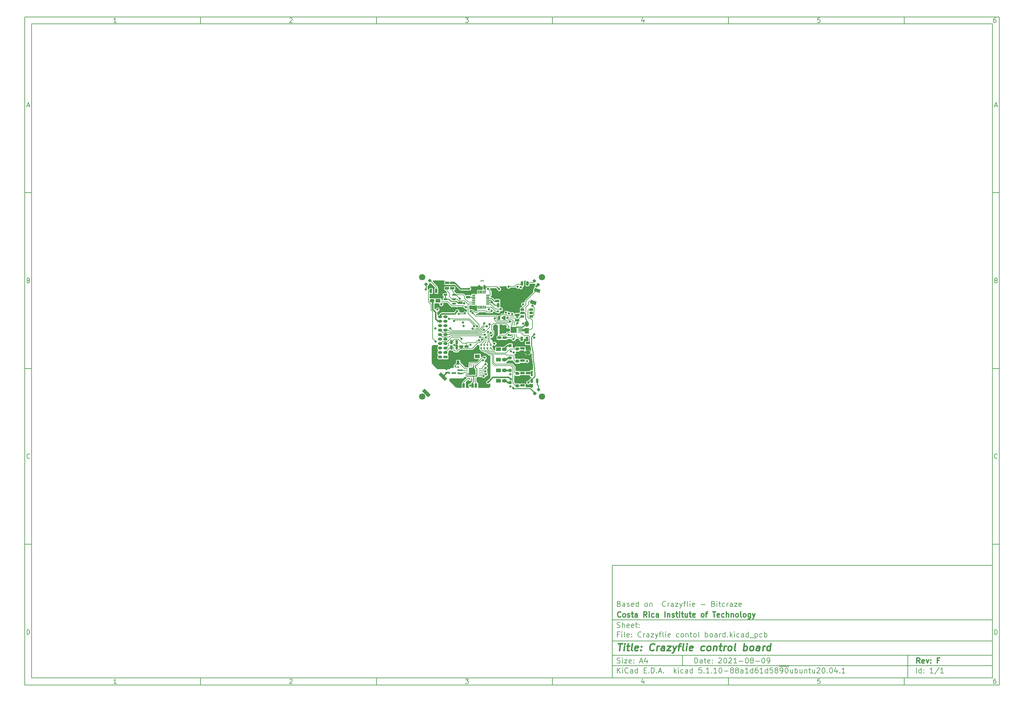
<source format=gtl>
%TF.GenerationSoftware,KiCad,Pcbnew,5.1.10-88a1d61d58~90~ubuntu20.04.1*%
%TF.CreationDate,2021-08-22T20:49:50-06:00*%
%TF.ProjectId,Crazyflie contol board,4372617a-7966-46c6-9965-20636f6e746f,F*%
%TF.SameCoordinates,PX85839e8PY6052f5c*%
%TF.FileFunction,Copper,L1,Top*%
%TF.FilePolarity,Positive*%
%FSLAX46Y46*%
G04 Gerber Fmt 4.6, Leading zero omitted, Abs format (unit mm)*
G04 Created by KiCad (PCBNEW 5.1.10-88a1d61d58~90~ubuntu20.04.1) date 2021-08-22 20:49:50*
%MOMM*%
%LPD*%
G01*
G04 APERTURE LIST*
%ADD10C,0.020000*%
%ADD11C,0.150000*%
%ADD12C,0.300000*%
%ADD13C,0.400000*%
%TA.AperFunction,NonConductor*%
%ADD14C,0.200025*%
%TD*%
%TA.AperFunction,NonConductor*%
%ADD15C,0.200660*%
%TD*%
%TA.AperFunction,ComponentPad*%
%ADD16C,1.800860*%
%TD*%
%TA.AperFunction,SMDPad,CuDef*%
%ADD17R,1.000760X0.500380*%
%TD*%
%TA.AperFunction,SMDPad,CuDef*%
%ADD18R,1.143000X0.635000*%
%TD*%
%TA.AperFunction,SMDPad,CuDef*%
%ADD19R,0.635000X1.143000*%
%TD*%
%TA.AperFunction,ComponentPad*%
%ADD20O,1.600200X1.198880*%
%TD*%
%TA.AperFunction,SMDPad,CuDef*%
%ADD21C,0.020000*%
%TD*%
%TA.AperFunction,ComponentPad*%
%ADD22R,1.399540X1.000760*%
%TD*%
%TA.AperFunction,ComponentPad*%
%ADD23O,1.399540X1.000760*%
%TD*%
%TA.AperFunction,ComponentPad*%
%ADD24O,1.198880X0.800100*%
%TD*%
%TA.AperFunction,ComponentPad*%
%ADD25R,1.198880X0.800100*%
%TD*%
%TA.AperFunction,SMDPad,CuDef*%
%ADD26O,0.800100X0.248920*%
%TD*%
%TA.AperFunction,SMDPad,CuDef*%
%ADD27O,0.248920X0.800100*%
%TD*%
%TA.AperFunction,SMDPad,CuDef*%
%ADD28R,1.000760X0.701040*%
%TD*%
%TA.AperFunction,SMDPad,CuDef*%
%ADD29R,0.914400X0.914400*%
%TD*%
%TA.AperFunction,SMDPad,CuDef*%
%ADD30R,1.699260X1.699260*%
%TD*%
%TA.AperFunction,ComponentPad*%
%ADD31C,0.381000*%
%TD*%
%TA.AperFunction,SMDPad,CuDef*%
%ADD32R,0.350520X0.850900*%
%TD*%
%TA.AperFunction,SMDPad,CuDef*%
%ADD33R,0.850900X0.350520*%
%TD*%
%TA.AperFunction,SMDPad,CuDef*%
%ADD34R,0.398780X0.599440*%
%TD*%
%TA.AperFunction,SMDPad,CuDef*%
%ADD35R,0.599440X0.398780*%
%TD*%
%TA.AperFunction,ComponentPad*%
%ADD36R,1.198880X1.600200*%
%TD*%
%TA.AperFunction,ComponentPad*%
%ADD37O,1.198880X1.600200*%
%TD*%
%TA.AperFunction,ViaPad*%
%ADD38C,0.635000*%
%TD*%
%TA.AperFunction,Conductor*%
%ADD39C,0.203200*%
%TD*%
%TA.AperFunction,Conductor*%
%ADD40C,0.304800*%
%TD*%
%TA.AperFunction,Conductor*%
%ADD41C,0.254000*%
%TD*%
%TA.AperFunction,Conductor*%
%ADD42C,0.152400*%
%TD*%
%TA.AperFunction,Conductor*%
%ADD43C,0.381000*%
%TD*%
%TA.AperFunction,Conductor*%
%ADD44C,0.177800*%
%TD*%
%TA.AperFunction,Conductor*%
%ADD45C,0.020000*%
%TD*%
G04 APERTURE END LIST*
D10*
D11*
X37002480Y-65004100D02*
X37002480Y-97004100D01*
X145002480Y-97004100D01*
X145002480Y-65004100D01*
X37002480Y-65004100D01*
D10*
D11*
X-129999720Y91003100D02*
X-129999720Y-99004100D01*
X147002480Y-99004100D01*
X147002480Y91003100D01*
X-129999720Y91003100D01*
D10*
D11*
X-127999720Y89003100D02*
X-127999720Y-97004100D01*
X145002480Y-97004100D01*
X145002480Y89003100D01*
X-127999720Y89003100D01*
D10*
D11*
X-79999720Y89003100D02*
X-79999720Y91003100D01*
D10*
D11*
X-29999720Y89003100D02*
X-29999720Y91003100D01*
D10*
D11*
X20000280Y89003100D02*
X20000280Y91003100D01*
D10*
D11*
X70000280Y89003100D02*
X70000280Y91003100D01*
D10*
D11*
X120000280Y89003100D02*
X120000280Y91003100D01*
D10*
D11*
X-103934244Y89415005D02*
X-104677101Y89415005D01*
X-104305673Y89415005D02*
X-104305673Y90715005D01*
X-104429482Y90529291D01*
X-104553292Y90405481D01*
X-104677101Y90343577D01*
D10*
D11*
X-54677101Y90591196D02*
X-54615197Y90653100D01*
X-54491387Y90715005D01*
X-54181863Y90715005D01*
X-54058054Y90653100D01*
X-53996149Y90591196D01*
X-53934244Y90467386D01*
X-53934244Y90343577D01*
X-53996149Y90157862D01*
X-54739006Y89415005D01*
X-53934244Y89415005D01*
D10*
D11*
X-4739006Y90715005D02*
X-3934244Y90715005D01*
X-4367578Y90219767D01*
X-4181863Y90219767D01*
X-4058054Y90157862D01*
X-3996149Y90095958D01*
X-3934244Y89972148D01*
X-3934244Y89662624D01*
X-3996149Y89538815D01*
X-4058054Y89476910D01*
X-4181863Y89415005D01*
X-4553292Y89415005D01*
X-4677101Y89476910D01*
X-4739006Y89538815D01*
D10*
D11*
X45941946Y90281672D02*
X45941946Y89415005D01*
X45632422Y90776910D02*
X45322899Y89848339D01*
X46127660Y89848339D01*
D10*
D11*
X96003851Y90715005D02*
X95384803Y90715005D01*
X95322899Y90095958D01*
X95384803Y90157862D01*
X95508613Y90219767D01*
X95818137Y90219767D01*
X95941946Y90157862D01*
X96003851Y90095958D01*
X96065756Y89972148D01*
X96065756Y89662624D01*
X96003851Y89538815D01*
X95941946Y89476910D01*
X95818137Y89415005D01*
X95508613Y89415005D01*
X95384803Y89476910D01*
X95322899Y89538815D01*
D10*
D11*
X145941946Y90715005D02*
X145694327Y90715005D01*
X145570518Y90653100D01*
X145508613Y90591196D01*
X145384803Y90405481D01*
X145322899Y90157862D01*
X145322899Y89662624D01*
X145384803Y89538815D01*
X145446708Y89476910D01*
X145570518Y89415005D01*
X145818137Y89415005D01*
X145941946Y89476910D01*
X146003851Y89538815D01*
X146065756Y89662624D01*
X146065756Y89972148D01*
X146003851Y90095958D01*
X145941946Y90157862D01*
X145818137Y90219767D01*
X145570518Y90219767D01*
X145446708Y90157862D01*
X145384803Y90095958D01*
X145322899Y89972148D01*
D10*
D11*
X-79999720Y-97004100D02*
X-79999720Y-99004100D01*
D10*
D11*
X-29999720Y-97004100D02*
X-29999720Y-99004100D01*
D10*
D11*
X20000280Y-97004100D02*
X20000280Y-99004100D01*
D10*
D11*
X70000280Y-97004100D02*
X70000280Y-99004100D01*
D10*
D11*
X120000280Y-97004100D02*
X120000280Y-99004100D01*
D10*
D11*
X-103934244Y-98592195D02*
X-104677101Y-98592195D01*
X-104305673Y-98592195D02*
X-104305673Y-97292195D01*
X-104429482Y-97477909D01*
X-104553292Y-97601719D01*
X-104677101Y-97663623D01*
D10*
D11*
X-54677101Y-97416004D02*
X-54615197Y-97354100D01*
X-54491387Y-97292195D01*
X-54181863Y-97292195D01*
X-54058054Y-97354100D01*
X-53996149Y-97416004D01*
X-53934244Y-97539814D01*
X-53934244Y-97663623D01*
X-53996149Y-97849338D01*
X-54739006Y-98592195D01*
X-53934244Y-98592195D01*
D10*
D11*
X-4739006Y-97292195D02*
X-3934244Y-97292195D01*
X-4367578Y-97787433D01*
X-4181863Y-97787433D01*
X-4058054Y-97849338D01*
X-3996149Y-97911242D01*
X-3934244Y-98035052D01*
X-3934244Y-98344576D01*
X-3996149Y-98468385D01*
X-4058054Y-98530290D01*
X-4181863Y-98592195D01*
X-4553292Y-98592195D01*
X-4677101Y-98530290D01*
X-4739006Y-98468385D01*
D10*
D11*
X45941946Y-97725528D02*
X45941946Y-98592195D01*
X45632422Y-97230290D02*
X45322899Y-98158861D01*
X46127660Y-98158861D01*
D10*
D11*
X96003851Y-97292195D02*
X95384803Y-97292195D01*
X95322899Y-97911242D01*
X95384803Y-97849338D01*
X95508613Y-97787433D01*
X95818137Y-97787433D01*
X95941946Y-97849338D01*
X96003851Y-97911242D01*
X96065756Y-98035052D01*
X96065756Y-98344576D01*
X96003851Y-98468385D01*
X95941946Y-98530290D01*
X95818137Y-98592195D01*
X95508613Y-98592195D01*
X95384803Y-98530290D01*
X95322899Y-98468385D01*
D10*
D11*
X145941946Y-97292195D02*
X145694327Y-97292195D01*
X145570518Y-97354100D01*
X145508613Y-97416004D01*
X145384803Y-97601719D01*
X145322899Y-97849338D01*
X145322899Y-98344576D01*
X145384803Y-98468385D01*
X145446708Y-98530290D01*
X145570518Y-98592195D01*
X145818137Y-98592195D01*
X145941946Y-98530290D01*
X146003851Y-98468385D01*
X146065756Y-98344576D01*
X146065756Y-98035052D01*
X146003851Y-97911242D01*
X145941946Y-97849338D01*
X145818137Y-97787433D01*
X145570518Y-97787433D01*
X145446708Y-97849338D01*
X145384803Y-97911242D01*
X145322899Y-98035052D01*
D10*
D11*
X-129999720Y41003100D02*
X-127999720Y41003100D01*
D10*
D11*
X-129999720Y-8996900D02*
X-127999720Y-8996900D01*
D10*
D11*
X-129999720Y-58996900D02*
X-127999720Y-58996900D01*
D10*
D11*
X-129309244Y65786434D02*
X-128690197Y65786434D01*
X-129433054Y65415005D02*
X-128999720Y66715005D01*
X-128566387Y65415005D01*
D10*
D11*
X-128906863Y16095958D02*
X-128721149Y16034053D01*
X-128659244Y15972148D01*
X-128597340Y15848339D01*
X-128597340Y15662624D01*
X-128659244Y15538815D01*
X-128721149Y15476910D01*
X-128844959Y15415005D01*
X-129340197Y15415005D01*
X-129340197Y16715005D01*
X-128906863Y16715005D01*
X-128783054Y16653100D01*
X-128721149Y16591196D01*
X-128659244Y16467386D01*
X-128659244Y16343577D01*
X-128721149Y16219767D01*
X-128783054Y16157862D01*
X-128906863Y16095958D01*
X-129340197Y16095958D01*
D10*
D11*
X-128597340Y-34461185D02*
X-128659244Y-34523090D01*
X-128844959Y-34584995D01*
X-128968768Y-34584995D01*
X-129154482Y-34523090D01*
X-129278292Y-34399280D01*
X-129340197Y-34275471D01*
X-129402101Y-34027852D01*
X-129402101Y-33842138D01*
X-129340197Y-33594519D01*
X-129278292Y-33470709D01*
X-129154482Y-33346900D01*
X-128968768Y-33284995D01*
X-128844959Y-33284995D01*
X-128659244Y-33346900D01*
X-128597340Y-33408804D01*
D10*
D11*
X-129340197Y-84584995D02*
X-129340197Y-83284995D01*
X-129030673Y-83284995D01*
X-128844959Y-83346900D01*
X-128721149Y-83470709D01*
X-128659244Y-83594519D01*
X-128597340Y-83842138D01*
X-128597340Y-84027852D01*
X-128659244Y-84275471D01*
X-128721149Y-84399280D01*
X-128844959Y-84523090D01*
X-129030673Y-84584995D01*
X-129340197Y-84584995D01*
D10*
D11*
X147002480Y41003100D02*
X145002480Y41003100D01*
D10*
D11*
X147002480Y-8996900D02*
X145002480Y-8996900D01*
D10*
D11*
X147002480Y-58996900D02*
X145002480Y-58996900D01*
D10*
D11*
X145692956Y65786434D02*
X146312003Y65786434D01*
X145569146Y65415005D02*
X146002480Y66715005D01*
X146435813Y65415005D01*
D10*
D11*
X146095337Y16095958D02*
X146281051Y16034053D01*
X146342956Y15972148D01*
X146404860Y15848339D01*
X146404860Y15662624D01*
X146342956Y15538815D01*
X146281051Y15476910D01*
X146157241Y15415005D01*
X145662003Y15415005D01*
X145662003Y16715005D01*
X146095337Y16715005D01*
X146219146Y16653100D01*
X146281051Y16591196D01*
X146342956Y16467386D01*
X146342956Y16343577D01*
X146281051Y16219767D01*
X146219146Y16157862D01*
X146095337Y16095958D01*
X145662003Y16095958D01*
D10*
D11*
X146404860Y-34461185D02*
X146342956Y-34523090D01*
X146157241Y-34584995D01*
X146033432Y-34584995D01*
X145847718Y-34523090D01*
X145723908Y-34399280D01*
X145662003Y-34275471D01*
X145600099Y-34027852D01*
X145600099Y-33842138D01*
X145662003Y-33594519D01*
X145723908Y-33470709D01*
X145847718Y-33346900D01*
X146033432Y-33284995D01*
X146157241Y-33284995D01*
X146342956Y-33346900D01*
X146404860Y-33408804D01*
D10*
D11*
X145662003Y-84584995D02*
X145662003Y-83284995D01*
X145971527Y-83284995D01*
X146157241Y-83346900D01*
X146281051Y-83470709D01*
X146342956Y-83594519D01*
X146404860Y-83842138D01*
X146404860Y-84027852D01*
X146342956Y-84275471D01*
X146281051Y-84399280D01*
X146157241Y-84523090D01*
X145971527Y-84584995D01*
X145662003Y-84584995D01*
D10*
D11*
X60434622Y-92782671D02*
X60434622Y-91282671D01*
X60791765Y-91282671D01*
X61006051Y-91354100D01*
X61148908Y-91496957D01*
X61220337Y-91639814D01*
X61291765Y-91925528D01*
X61291765Y-92139814D01*
X61220337Y-92425528D01*
X61148908Y-92568385D01*
X61006051Y-92711242D01*
X60791765Y-92782671D01*
X60434622Y-92782671D01*
X62577480Y-92782671D02*
X62577480Y-91996957D01*
X62506051Y-91854100D01*
X62363194Y-91782671D01*
X62077480Y-91782671D01*
X61934622Y-91854100D01*
X62577480Y-92711242D02*
X62434622Y-92782671D01*
X62077480Y-92782671D01*
X61934622Y-92711242D01*
X61863194Y-92568385D01*
X61863194Y-92425528D01*
X61934622Y-92282671D01*
X62077480Y-92211242D01*
X62434622Y-92211242D01*
X62577480Y-92139814D01*
X63077480Y-91782671D02*
X63648908Y-91782671D01*
X63291765Y-91282671D02*
X63291765Y-92568385D01*
X63363194Y-92711242D01*
X63506051Y-92782671D01*
X63648908Y-92782671D01*
X64720337Y-92711242D02*
X64577480Y-92782671D01*
X64291765Y-92782671D01*
X64148908Y-92711242D01*
X64077480Y-92568385D01*
X64077480Y-91996957D01*
X64148908Y-91854100D01*
X64291765Y-91782671D01*
X64577480Y-91782671D01*
X64720337Y-91854100D01*
X64791765Y-91996957D01*
X64791765Y-92139814D01*
X64077480Y-92282671D01*
X65434622Y-92639814D02*
X65506051Y-92711242D01*
X65434622Y-92782671D01*
X65363194Y-92711242D01*
X65434622Y-92639814D01*
X65434622Y-92782671D01*
X65434622Y-91854100D02*
X65506051Y-91925528D01*
X65434622Y-91996957D01*
X65363194Y-91925528D01*
X65434622Y-91854100D01*
X65434622Y-91996957D01*
X67220337Y-91425528D02*
X67291765Y-91354100D01*
X67434622Y-91282671D01*
X67791765Y-91282671D01*
X67934622Y-91354100D01*
X68006051Y-91425528D01*
X68077480Y-91568385D01*
X68077480Y-91711242D01*
X68006051Y-91925528D01*
X67148908Y-92782671D01*
X68077480Y-92782671D01*
X69006051Y-91282671D02*
X69148908Y-91282671D01*
X69291765Y-91354100D01*
X69363194Y-91425528D01*
X69434622Y-91568385D01*
X69506051Y-91854100D01*
X69506051Y-92211242D01*
X69434622Y-92496957D01*
X69363194Y-92639814D01*
X69291765Y-92711242D01*
X69148908Y-92782671D01*
X69006051Y-92782671D01*
X68863194Y-92711242D01*
X68791765Y-92639814D01*
X68720337Y-92496957D01*
X68648908Y-92211242D01*
X68648908Y-91854100D01*
X68720337Y-91568385D01*
X68791765Y-91425528D01*
X68863194Y-91354100D01*
X69006051Y-91282671D01*
X70077480Y-91425528D02*
X70148908Y-91354100D01*
X70291765Y-91282671D01*
X70648908Y-91282671D01*
X70791765Y-91354100D01*
X70863194Y-91425528D01*
X70934622Y-91568385D01*
X70934622Y-91711242D01*
X70863194Y-91925528D01*
X70006051Y-92782671D01*
X70934622Y-92782671D01*
X72363194Y-92782671D02*
X71506051Y-92782671D01*
X71934622Y-92782671D02*
X71934622Y-91282671D01*
X71791765Y-91496957D01*
X71648908Y-91639814D01*
X71506051Y-91711242D01*
X73006051Y-92211242D02*
X74148908Y-92211242D01*
X75148908Y-91282671D02*
X75291765Y-91282671D01*
X75434622Y-91354100D01*
X75506051Y-91425528D01*
X75577480Y-91568385D01*
X75648908Y-91854100D01*
X75648908Y-92211242D01*
X75577480Y-92496957D01*
X75506051Y-92639814D01*
X75434622Y-92711242D01*
X75291765Y-92782671D01*
X75148908Y-92782671D01*
X75006051Y-92711242D01*
X74934622Y-92639814D01*
X74863194Y-92496957D01*
X74791765Y-92211242D01*
X74791765Y-91854100D01*
X74863194Y-91568385D01*
X74934622Y-91425528D01*
X75006051Y-91354100D01*
X75148908Y-91282671D01*
X76506051Y-91925528D02*
X76363194Y-91854100D01*
X76291765Y-91782671D01*
X76220337Y-91639814D01*
X76220337Y-91568385D01*
X76291765Y-91425528D01*
X76363194Y-91354100D01*
X76506051Y-91282671D01*
X76791765Y-91282671D01*
X76934622Y-91354100D01*
X77006051Y-91425528D01*
X77077480Y-91568385D01*
X77077480Y-91639814D01*
X77006051Y-91782671D01*
X76934622Y-91854100D01*
X76791765Y-91925528D01*
X76506051Y-91925528D01*
X76363194Y-91996957D01*
X76291765Y-92068385D01*
X76220337Y-92211242D01*
X76220337Y-92496957D01*
X76291765Y-92639814D01*
X76363194Y-92711242D01*
X76506051Y-92782671D01*
X76791765Y-92782671D01*
X76934622Y-92711242D01*
X77006051Y-92639814D01*
X77077480Y-92496957D01*
X77077480Y-92211242D01*
X77006051Y-92068385D01*
X76934622Y-91996957D01*
X76791765Y-91925528D01*
X77720337Y-92211242D02*
X78863194Y-92211242D01*
X79863194Y-91282671D02*
X80006051Y-91282671D01*
X80148908Y-91354100D01*
X80220337Y-91425528D01*
X80291765Y-91568385D01*
X80363194Y-91854100D01*
X80363194Y-92211242D01*
X80291765Y-92496957D01*
X80220337Y-92639814D01*
X80148908Y-92711242D01*
X80006051Y-92782671D01*
X79863194Y-92782671D01*
X79720337Y-92711242D01*
X79648908Y-92639814D01*
X79577480Y-92496957D01*
X79506051Y-92211242D01*
X79506051Y-91854100D01*
X79577480Y-91568385D01*
X79648908Y-91425528D01*
X79720337Y-91354100D01*
X79863194Y-91282671D01*
X81077480Y-92782671D02*
X81363194Y-92782671D01*
X81506051Y-92711242D01*
X81577480Y-92639814D01*
X81720337Y-92425528D01*
X81791765Y-92139814D01*
X81791765Y-91568385D01*
X81720337Y-91425528D01*
X81648908Y-91354100D01*
X81506051Y-91282671D01*
X81220337Y-91282671D01*
X81077480Y-91354100D01*
X81006051Y-91425528D01*
X80934622Y-91568385D01*
X80934622Y-91925528D01*
X81006051Y-92068385D01*
X81077480Y-92139814D01*
X81220337Y-92211242D01*
X81506051Y-92211242D01*
X81648908Y-92139814D01*
X81720337Y-92068385D01*
X81791765Y-91925528D01*
D10*
D11*
X37002480Y-93504100D02*
X145002480Y-93504100D01*
D10*
D11*
X38434622Y-95582671D02*
X38434622Y-94082671D01*
X39291765Y-95582671D02*
X38648908Y-94725528D01*
X39291765Y-94082671D02*
X38434622Y-94939814D01*
X39934622Y-95582671D02*
X39934622Y-94582671D01*
X39934622Y-94082671D02*
X39863194Y-94154100D01*
X39934622Y-94225528D01*
X40006051Y-94154100D01*
X39934622Y-94082671D01*
X39934622Y-94225528D01*
X41506051Y-95439814D02*
X41434622Y-95511242D01*
X41220337Y-95582671D01*
X41077480Y-95582671D01*
X40863194Y-95511242D01*
X40720337Y-95368385D01*
X40648908Y-95225528D01*
X40577480Y-94939814D01*
X40577480Y-94725528D01*
X40648908Y-94439814D01*
X40720337Y-94296957D01*
X40863194Y-94154100D01*
X41077480Y-94082671D01*
X41220337Y-94082671D01*
X41434622Y-94154100D01*
X41506051Y-94225528D01*
X42791765Y-95582671D02*
X42791765Y-94796957D01*
X42720337Y-94654100D01*
X42577480Y-94582671D01*
X42291765Y-94582671D01*
X42148908Y-94654100D01*
X42791765Y-95511242D02*
X42648908Y-95582671D01*
X42291765Y-95582671D01*
X42148908Y-95511242D01*
X42077480Y-95368385D01*
X42077480Y-95225528D01*
X42148908Y-95082671D01*
X42291765Y-95011242D01*
X42648908Y-95011242D01*
X42791765Y-94939814D01*
X44148908Y-95582671D02*
X44148908Y-94082671D01*
X44148908Y-95511242D02*
X44006051Y-95582671D01*
X43720337Y-95582671D01*
X43577480Y-95511242D01*
X43506051Y-95439814D01*
X43434622Y-95296957D01*
X43434622Y-94868385D01*
X43506051Y-94725528D01*
X43577480Y-94654100D01*
X43720337Y-94582671D01*
X44006051Y-94582671D01*
X44148908Y-94654100D01*
X46006051Y-94796957D02*
X46506051Y-94796957D01*
X46720337Y-95582671D02*
X46006051Y-95582671D01*
X46006051Y-94082671D01*
X46720337Y-94082671D01*
X47363194Y-95439814D02*
X47434622Y-95511242D01*
X47363194Y-95582671D01*
X47291765Y-95511242D01*
X47363194Y-95439814D01*
X47363194Y-95582671D01*
X48077480Y-95582671D02*
X48077480Y-94082671D01*
X48434622Y-94082671D01*
X48648908Y-94154100D01*
X48791765Y-94296957D01*
X48863194Y-94439814D01*
X48934622Y-94725528D01*
X48934622Y-94939814D01*
X48863194Y-95225528D01*
X48791765Y-95368385D01*
X48648908Y-95511242D01*
X48434622Y-95582671D01*
X48077480Y-95582671D01*
X49577480Y-95439814D02*
X49648908Y-95511242D01*
X49577480Y-95582671D01*
X49506051Y-95511242D01*
X49577480Y-95439814D01*
X49577480Y-95582671D01*
X50220337Y-95154100D02*
X50934622Y-95154100D01*
X50077480Y-95582671D02*
X50577480Y-94082671D01*
X51077480Y-95582671D01*
X51577480Y-95439814D02*
X51648908Y-95511242D01*
X51577480Y-95582671D01*
X51506051Y-95511242D01*
X51577480Y-95439814D01*
X51577480Y-95582671D01*
X54577480Y-95582671D02*
X54577480Y-94082671D01*
X54720337Y-95011242D02*
X55148908Y-95582671D01*
X55148908Y-94582671D02*
X54577480Y-95154100D01*
X55791765Y-95582671D02*
X55791765Y-94582671D01*
X55791765Y-94082671D02*
X55720337Y-94154100D01*
X55791765Y-94225528D01*
X55863194Y-94154100D01*
X55791765Y-94082671D01*
X55791765Y-94225528D01*
X57148908Y-95511242D02*
X57006051Y-95582671D01*
X56720337Y-95582671D01*
X56577480Y-95511242D01*
X56506051Y-95439814D01*
X56434622Y-95296957D01*
X56434622Y-94868385D01*
X56506051Y-94725528D01*
X56577480Y-94654100D01*
X56720337Y-94582671D01*
X57006051Y-94582671D01*
X57148908Y-94654100D01*
X58434622Y-95582671D02*
X58434622Y-94796957D01*
X58363194Y-94654100D01*
X58220337Y-94582671D01*
X57934622Y-94582671D01*
X57791765Y-94654100D01*
X58434622Y-95511242D02*
X58291765Y-95582671D01*
X57934622Y-95582671D01*
X57791765Y-95511242D01*
X57720337Y-95368385D01*
X57720337Y-95225528D01*
X57791765Y-95082671D01*
X57934622Y-95011242D01*
X58291765Y-95011242D01*
X58434622Y-94939814D01*
X59791765Y-95582671D02*
X59791765Y-94082671D01*
X59791765Y-95511242D02*
X59648908Y-95582671D01*
X59363194Y-95582671D01*
X59220337Y-95511242D01*
X59148908Y-95439814D01*
X59077480Y-95296957D01*
X59077480Y-94868385D01*
X59148908Y-94725528D01*
X59220337Y-94654100D01*
X59363194Y-94582671D01*
X59648908Y-94582671D01*
X59791765Y-94654100D01*
X62363194Y-94082671D02*
X61648908Y-94082671D01*
X61577480Y-94796957D01*
X61648908Y-94725528D01*
X61791765Y-94654100D01*
X62148908Y-94654100D01*
X62291765Y-94725528D01*
X62363194Y-94796957D01*
X62434622Y-94939814D01*
X62434622Y-95296957D01*
X62363194Y-95439814D01*
X62291765Y-95511242D01*
X62148908Y-95582671D01*
X61791765Y-95582671D01*
X61648908Y-95511242D01*
X61577480Y-95439814D01*
X63077480Y-95439814D02*
X63148908Y-95511242D01*
X63077480Y-95582671D01*
X63006051Y-95511242D01*
X63077480Y-95439814D01*
X63077480Y-95582671D01*
X64577480Y-95582671D02*
X63720337Y-95582671D01*
X64148908Y-95582671D02*
X64148908Y-94082671D01*
X64006051Y-94296957D01*
X63863194Y-94439814D01*
X63720337Y-94511242D01*
X65220337Y-95439814D02*
X65291765Y-95511242D01*
X65220337Y-95582671D01*
X65148908Y-95511242D01*
X65220337Y-95439814D01*
X65220337Y-95582671D01*
X66720337Y-95582671D02*
X65863194Y-95582671D01*
X66291765Y-95582671D02*
X66291765Y-94082671D01*
X66148908Y-94296957D01*
X66006051Y-94439814D01*
X65863194Y-94511242D01*
X67648908Y-94082671D02*
X67791765Y-94082671D01*
X67934622Y-94154100D01*
X68006051Y-94225528D01*
X68077480Y-94368385D01*
X68148908Y-94654100D01*
X68148908Y-95011242D01*
X68077480Y-95296957D01*
X68006051Y-95439814D01*
X67934622Y-95511242D01*
X67791765Y-95582671D01*
X67648908Y-95582671D01*
X67506051Y-95511242D01*
X67434622Y-95439814D01*
X67363194Y-95296957D01*
X67291765Y-95011242D01*
X67291765Y-94654100D01*
X67363194Y-94368385D01*
X67434622Y-94225528D01*
X67506051Y-94154100D01*
X67648908Y-94082671D01*
X68791765Y-95011242D02*
X69934622Y-95011242D01*
X70863194Y-94725528D02*
X70720337Y-94654100D01*
X70648908Y-94582671D01*
X70577480Y-94439814D01*
X70577480Y-94368385D01*
X70648908Y-94225528D01*
X70720337Y-94154100D01*
X70863194Y-94082671D01*
X71148908Y-94082671D01*
X71291765Y-94154100D01*
X71363194Y-94225528D01*
X71434622Y-94368385D01*
X71434622Y-94439814D01*
X71363194Y-94582671D01*
X71291765Y-94654100D01*
X71148908Y-94725528D01*
X70863194Y-94725528D01*
X70720337Y-94796957D01*
X70648908Y-94868385D01*
X70577480Y-95011242D01*
X70577480Y-95296957D01*
X70648908Y-95439814D01*
X70720337Y-95511242D01*
X70863194Y-95582671D01*
X71148908Y-95582671D01*
X71291765Y-95511242D01*
X71363194Y-95439814D01*
X71434622Y-95296957D01*
X71434622Y-95011242D01*
X71363194Y-94868385D01*
X71291765Y-94796957D01*
X71148908Y-94725528D01*
X72291765Y-94725528D02*
X72148908Y-94654100D01*
X72077480Y-94582671D01*
X72006051Y-94439814D01*
X72006051Y-94368385D01*
X72077480Y-94225528D01*
X72148908Y-94154100D01*
X72291765Y-94082671D01*
X72577480Y-94082671D01*
X72720337Y-94154100D01*
X72791765Y-94225528D01*
X72863194Y-94368385D01*
X72863194Y-94439814D01*
X72791765Y-94582671D01*
X72720337Y-94654100D01*
X72577480Y-94725528D01*
X72291765Y-94725528D01*
X72148908Y-94796957D01*
X72077480Y-94868385D01*
X72006051Y-95011242D01*
X72006051Y-95296957D01*
X72077480Y-95439814D01*
X72148908Y-95511242D01*
X72291765Y-95582671D01*
X72577480Y-95582671D01*
X72720337Y-95511242D01*
X72791765Y-95439814D01*
X72863194Y-95296957D01*
X72863194Y-95011242D01*
X72791765Y-94868385D01*
X72720337Y-94796957D01*
X72577480Y-94725528D01*
X74148908Y-95582671D02*
X74148908Y-94796957D01*
X74077480Y-94654100D01*
X73934622Y-94582671D01*
X73648908Y-94582671D01*
X73506051Y-94654100D01*
X74148908Y-95511242D02*
X74006051Y-95582671D01*
X73648908Y-95582671D01*
X73506051Y-95511242D01*
X73434622Y-95368385D01*
X73434622Y-95225528D01*
X73506051Y-95082671D01*
X73648908Y-95011242D01*
X74006051Y-95011242D01*
X74148908Y-94939814D01*
X75648908Y-95582671D02*
X74791765Y-95582671D01*
X75220337Y-95582671D02*
X75220337Y-94082671D01*
X75077480Y-94296957D01*
X74934622Y-94439814D01*
X74791765Y-94511242D01*
X76934622Y-95582671D02*
X76934622Y-94082671D01*
X76934622Y-95511242D02*
X76791765Y-95582671D01*
X76506051Y-95582671D01*
X76363194Y-95511242D01*
X76291765Y-95439814D01*
X76220337Y-95296957D01*
X76220337Y-94868385D01*
X76291765Y-94725528D01*
X76363194Y-94654100D01*
X76506051Y-94582671D01*
X76791765Y-94582671D01*
X76934622Y-94654100D01*
X78291765Y-94082671D02*
X78006051Y-94082671D01*
X77863194Y-94154100D01*
X77791765Y-94225528D01*
X77648908Y-94439814D01*
X77577480Y-94725528D01*
X77577480Y-95296957D01*
X77648908Y-95439814D01*
X77720337Y-95511242D01*
X77863194Y-95582671D01*
X78148908Y-95582671D01*
X78291765Y-95511242D01*
X78363194Y-95439814D01*
X78434622Y-95296957D01*
X78434622Y-94939814D01*
X78363194Y-94796957D01*
X78291765Y-94725528D01*
X78148908Y-94654100D01*
X77863194Y-94654100D01*
X77720337Y-94725528D01*
X77648908Y-94796957D01*
X77577480Y-94939814D01*
X79863194Y-95582671D02*
X79006051Y-95582671D01*
X79434622Y-95582671D02*
X79434622Y-94082671D01*
X79291765Y-94296957D01*
X79148908Y-94439814D01*
X79006051Y-94511242D01*
X81148908Y-95582671D02*
X81148908Y-94082671D01*
X81148908Y-95511242D02*
X81006051Y-95582671D01*
X80720337Y-95582671D01*
X80577480Y-95511242D01*
X80506051Y-95439814D01*
X80434622Y-95296957D01*
X80434622Y-94868385D01*
X80506051Y-94725528D01*
X80577480Y-94654100D01*
X80720337Y-94582671D01*
X81006051Y-94582671D01*
X81148908Y-94654100D01*
X82577480Y-94082671D02*
X81863194Y-94082671D01*
X81791765Y-94796957D01*
X81863194Y-94725528D01*
X82006051Y-94654100D01*
X82363194Y-94654100D01*
X82506051Y-94725528D01*
X82577480Y-94796957D01*
X82648908Y-94939814D01*
X82648908Y-95296957D01*
X82577480Y-95439814D01*
X82506051Y-95511242D01*
X82363194Y-95582671D01*
X82006051Y-95582671D01*
X81863194Y-95511242D01*
X81791765Y-95439814D01*
X83506051Y-94725528D02*
X83363194Y-94654100D01*
X83291765Y-94582671D01*
X83220337Y-94439814D01*
X83220337Y-94368385D01*
X83291765Y-94225528D01*
X83363194Y-94154100D01*
X83506051Y-94082671D01*
X83791765Y-94082671D01*
X83934622Y-94154100D01*
X84006051Y-94225528D01*
X84077480Y-94368385D01*
X84077480Y-94439814D01*
X84006051Y-94582671D01*
X83934622Y-94654100D01*
X83791765Y-94725528D01*
X83506051Y-94725528D01*
X83363194Y-94796957D01*
X83291765Y-94868385D01*
X83220337Y-95011242D01*
X83220337Y-95296957D01*
X83291765Y-95439814D01*
X83363194Y-95511242D01*
X83506051Y-95582671D01*
X83791765Y-95582671D01*
X83934622Y-95511242D01*
X84006051Y-95439814D01*
X84077480Y-95296957D01*
X84077480Y-95011242D01*
X84006051Y-94868385D01*
X83934622Y-94796957D01*
X83791765Y-94725528D01*
X84363194Y-93674100D02*
X85791765Y-93674100D01*
X84791765Y-95582671D02*
X85077480Y-95582671D01*
X85220337Y-95511242D01*
X85291765Y-95439814D01*
X85434622Y-95225528D01*
X85506051Y-94939814D01*
X85506051Y-94368385D01*
X85434622Y-94225528D01*
X85363194Y-94154100D01*
X85220337Y-94082671D01*
X84934622Y-94082671D01*
X84791765Y-94154100D01*
X84720337Y-94225528D01*
X84648908Y-94368385D01*
X84648908Y-94725528D01*
X84720337Y-94868385D01*
X84791765Y-94939814D01*
X84934622Y-95011242D01*
X85220337Y-95011242D01*
X85363194Y-94939814D01*
X85434622Y-94868385D01*
X85506051Y-94725528D01*
X85791765Y-93674100D02*
X87220337Y-93674100D01*
X86434622Y-94082671D02*
X86577479Y-94082671D01*
X86720337Y-94154100D01*
X86791765Y-94225528D01*
X86863194Y-94368385D01*
X86934622Y-94654100D01*
X86934622Y-95011242D01*
X86863194Y-95296957D01*
X86791765Y-95439814D01*
X86720337Y-95511242D01*
X86577479Y-95582671D01*
X86434622Y-95582671D01*
X86291765Y-95511242D01*
X86220337Y-95439814D01*
X86148908Y-95296957D01*
X86077479Y-95011242D01*
X86077479Y-94654100D01*
X86148908Y-94368385D01*
X86220337Y-94225528D01*
X86291765Y-94154100D01*
X86434622Y-94082671D01*
X88220337Y-94582671D02*
X88220337Y-95582671D01*
X87577479Y-94582671D02*
X87577479Y-95368385D01*
X87648908Y-95511242D01*
X87791765Y-95582671D01*
X88006051Y-95582671D01*
X88148908Y-95511242D01*
X88220337Y-95439814D01*
X88934622Y-95582671D02*
X88934622Y-94082671D01*
X88934622Y-94654100D02*
X89077479Y-94582671D01*
X89363194Y-94582671D01*
X89506051Y-94654100D01*
X89577479Y-94725528D01*
X89648908Y-94868385D01*
X89648908Y-95296957D01*
X89577479Y-95439814D01*
X89506051Y-95511242D01*
X89363194Y-95582671D01*
X89077479Y-95582671D01*
X88934622Y-95511242D01*
X90934622Y-94582671D02*
X90934622Y-95582671D01*
X90291765Y-94582671D02*
X90291765Y-95368385D01*
X90363194Y-95511242D01*
X90506051Y-95582671D01*
X90720337Y-95582671D01*
X90863194Y-95511242D01*
X90934622Y-95439814D01*
X91648908Y-94582671D02*
X91648908Y-95582671D01*
X91648908Y-94725528D02*
X91720337Y-94654100D01*
X91863194Y-94582671D01*
X92077479Y-94582671D01*
X92220337Y-94654100D01*
X92291765Y-94796957D01*
X92291765Y-95582671D01*
X92791765Y-94582671D02*
X93363194Y-94582671D01*
X93006051Y-94082671D02*
X93006051Y-95368385D01*
X93077479Y-95511242D01*
X93220337Y-95582671D01*
X93363194Y-95582671D01*
X94506051Y-94582671D02*
X94506051Y-95582671D01*
X93863194Y-94582671D02*
X93863194Y-95368385D01*
X93934622Y-95511242D01*
X94077480Y-95582671D01*
X94291765Y-95582671D01*
X94434622Y-95511242D01*
X94506051Y-95439814D01*
X95148908Y-94225528D02*
X95220337Y-94154100D01*
X95363194Y-94082671D01*
X95720337Y-94082671D01*
X95863194Y-94154100D01*
X95934622Y-94225528D01*
X96006051Y-94368385D01*
X96006051Y-94511242D01*
X95934622Y-94725528D01*
X95077480Y-95582671D01*
X96006051Y-95582671D01*
X96934622Y-94082671D02*
X97077479Y-94082671D01*
X97220337Y-94154100D01*
X97291765Y-94225528D01*
X97363194Y-94368385D01*
X97434622Y-94654100D01*
X97434622Y-95011242D01*
X97363194Y-95296957D01*
X97291765Y-95439814D01*
X97220337Y-95511242D01*
X97077479Y-95582671D01*
X96934622Y-95582671D01*
X96791765Y-95511242D01*
X96720337Y-95439814D01*
X96648908Y-95296957D01*
X96577479Y-95011242D01*
X96577479Y-94654100D01*
X96648908Y-94368385D01*
X96720337Y-94225528D01*
X96791765Y-94154100D01*
X96934622Y-94082671D01*
X98077479Y-95439814D02*
X98148908Y-95511242D01*
X98077479Y-95582671D01*
X98006051Y-95511242D01*
X98077479Y-95439814D01*
X98077479Y-95582671D01*
X99077479Y-94082671D02*
X99220337Y-94082671D01*
X99363194Y-94154100D01*
X99434622Y-94225528D01*
X99506051Y-94368385D01*
X99577479Y-94654100D01*
X99577479Y-95011242D01*
X99506051Y-95296957D01*
X99434622Y-95439814D01*
X99363194Y-95511242D01*
X99220337Y-95582671D01*
X99077479Y-95582671D01*
X98934622Y-95511242D01*
X98863194Y-95439814D01*
X98791765Y-95296957D01*
X98720337Y-95011242D01*
X98720337Y-94654100D01*
X98791765Y-94368385D01*
X98863194Y-94225528D01*
X98934622Y-94154100D01*
X99077479Y-94082671D01*
X100863194Y-94582671D02*
X100863194Y-95582671D01*
X100506051Y-94011242D02*
X100148908Y-95082671D01*
X101077479Y-95082671D01*
X101648908Y-95439814D02*
X101720337Y-95511242D01*
X101648908Y-95582671D01*
X101577479Y-95511242D01*
X101648908Y-95439814D01*
X101648908Y-95582671D01*
X103148908Y-95582671D02*
X102291765Y-95582671D01*
X102720337Y-95582671D02*
X102720337Y-94082671D01*
X102577479Y-94296957D01*
X102434622Y-94439814D01*
X102291765Y-94511242D01*
D10*
D11*
X37002480Y-90504100D02*
X145002480Y-90504100D01*
D10*
D12*
X124411765Y-92782671D02*
X123911765Y-92068385D01*
X123554622Y-92782671D02*
X123554622Y-91282671D01*
X124126051Y-91282671D01*
X124268908Y-91354100D01*
X124340337Y-91425528D01*
X124411765Y-91568385D01*
X124411765Y-91782671D01*
X124340337Y-91925528D01*
X124268908Y-91996957D01*
X124126051Y-92068385D01*
X123554622Y-92068385D01*
X125626051Y-92711242D02*
X125483194Y-92782671D01*
X125197480Y-92782671D01*
X125054622Y-92711242D01*
X124983194Y-92568385D01*
X124983194Y-91996957D01*
X125054622Y-91854100D01*
X125197480Y-91782671D01*
X125483194Y-91782671D01*
X125626051Y-91854100D01*
X125697480Y-91996957D01*
X125697480Y-92139814D01*
X124983194Y-92282671D01*
X126197480Y-91782671D02*
X126554622Y-92782671D01*
X126911765Y-91782671D01*
X127483194Y-92639814D02*
X127554622Y-92711242D01*
X127483194Y-92782671D01*
X127411765Y-92711242D01*
X127483194Y-92639814D01*
X127483194Y-92782671D01*
X127483194Y-91854100D02*
X127554622Y-91925528D01*
X127483194Y-91996957D01*
X127411765Y-91925528D01*
X127483194Y-91854100D01*
X127483194Y-91996957D01*
X129840337Y-91996957D02*
X129340337Y-91996957D01*
X129340337Y-92782671D02*
X129340337Y-91282671D01*
X130054622Y-91282671D01*
D10*
D11*
X38363194Y-92711242D02*
X38577480Y-92782671D01*
X38934622Y-92782671D01*
X39077480Y-92711242D01*
X39148908Y-92639814D01*
X39220337Y-92496957D01*
X39220337Y-92354100D01*
X39148908Y-92211242D01*
X39077480Y-92139814D01*
X38934622Y-92068385D01*
X38648908Y-91996957D01*
X38506051Y-91925528D01*
X38434622Y-91854100D01*
X38363194Y-91711242D01*
X38363194Y-91568385D01*
X38434622Y-91425528D01*
X38506051Y-91354100D01*
X38648908Y-91282671D01*
X39006051Y-91282671D01*
X39220337Y-91354100D01*
X39863194Y-92782671D02*
X39863194Y-91782671D01*
X39863194Y-91282671D02*
X39791765Y-91354100D01*
X39863194Y-91425528D01*
X39934622Y-91354100D01*
X39863194Y-91282671D01*
X39863194Y-91425528D01*
X40434622Y-91782671D02*
X41220337Y-91782671D01*
X40434622Y-92782671D01*
X41220337Y-92782671D01*
X42363194Y-92711242D02*
X42220337Y-92782671D01*
X41934622Y-92782671D01*
X41791765Y-92711242D01*
X41720337Y-92568385D01*
X41720337Y-91996957D01*
X41791765Y-91854100D01*
X41934622Y-91782671D01*
X42220337Y-91782671D01*
X42363194Y-91854100D01*
X42434622Y-91996957D01*
X42434622Y-92139814D01*
X41720337Y-92282671D01*
X43077480Y-92639814D02*
X43148908Y-92711242D01*
X43077480Y-92782671D01*
X43006051Y-92711242D01*
X43077480Y-92639814D01*
X43077480Y-92782671D01*
X43077480Y-91854100D02*
X43148908Y-91925528D01*
X43077480Y-91996957D01*
X43006051Y-91925528D01*
X43077480Y-91854100D01*
X43077480Y-91996957D01*
X44863194Y-92354100D02*
X45577480Y-92354100D01*
X44720337Y-92782671D02*
X45220337Y-91282671D01*
X45720337Y-92782671D01*
X46863194Y-91782671D02*
X46863194Y-92782671D01*
X46506051Y-91211242D02*
X46148908Y-92282671D01*
X47077480Y-92282671D01*
D10*
D11*
X123434622Y-95582671D02*
X123434622Y-94082671D01*
X124791765Y-95582671D02*
X124791765Y-94082671D01*
X124791765Y-95511242D02*
X124648908Y-95582671D01*
X124363194Y-95582671D01*
X124220337Y-95511242D01*
X124148908Y-95439814D01*
X124077480Y-95296957D01*
X124077480Y-94868385D01*
X124148908Y-94725528D01*
X124220337Y-94654100D01*
X124363194Y-94582671D01*
X124648908Y-94582671D01*
X124791765Y-94654100D01*
X125506051Y-95439814D02*
X125577480Y-95511242D01*
X125506051Y-95582671D01*
X125434622Y-95511242D01*
X125506051Y-95439814D01*
X125506051Y-95582671D01*
X125506051Y-94654100D02*
X125577480Y-94725528D01*
X125506051Y-94796957D01*
X125434622Y-94725528D01*
X125506051Y-94654100D01*
X125506051Y-94796957D01*
X128148908Y-95582671D02*
X127291765Y-95582671D01*
X127720337Y-95582671D02*
X127720337Y-94082671D01*
X127577480Y-94296957D01*
X127434622Y-94439814D01*
X127291765Y-94511242D01*
X129863194Y-94011242D02*
X128577480Y-95939814D01*
X131148908Y-95582671D02*
X130291765Y-95582671D01*
X130720337Y-95582671D02*
X130720337Y-94082671D01*
X130577480Y-94296957D01*
X130434622Y-94439814D01*
X130291765Y-94511242D01*
D10*
D11*
X37002480Y-86504100D02*
X145002480Y-86504100D01*
D10*
D13*
X38714860Y-87208861D02*
X39857718Y-87208861D01*
X39036289Y-89208861D02*
X39286289Y-87208861D01*
X40274384Y-89208861D02*
X40441051Y-87875528D01*
X40524384Y-87208861D02*
X40417241Y-87304100D01*
X40500575Y-87399338D01*
X40607718Y-87304100D01*
X40524384Y-87208861D01*
X40500575Y-87399338D01*
X41107718Y-87875528D02*
X41869622Y-87875528D01*
X41476765Y-87208861D02*
X41262480Y-88923147D01*
X41333908Y-89113623D01*
X41512480Y-89208861D01*
X41702956Y-89208861D01*
X42655337Y-89208861D02*
X42476765Y-89113623D01*
X42405337Y-88923147D01*
X42619622Y-87208861D01*
X44191051Y-89113623D02*
X43988670Y-89208861D01*
X43607718Y-89208861D01*
X43429146Y-89113623D01*
X43357718Y-88923147D01*
X43452956Y-88161242D01*
X43572003Y-87970766D01*
X43774384Y-87875528D01*
X44155337Y-87875528D01*
X44333908Y-87970766D01*
X44405337Y-88161242D01*
X44381527Y-88351719D01*
X43405337Y-88542195D01*
X45155337Y-89018385D02*
X45238670Y-89113623D01*
X45131527Y-89208861D01*
X45048194Y-89113623D01*
X45155337Y-89018385D01*
X45131527Y-89208861D01*
X45286289Y-87970766D02*
X45369622Y-88066004D01*
X45262480Y-88161242D01*
X45179146Y-88066004D01*
X45286289Y-87970766D01*
X45262480Y-88161242D01*
X48774384Y-89018385D02*
X48667241Y-89113623D01*
X48369622Y-89208861D01*
X48179146Y-89208861D01*
X47905337Y-89113623D01*
X47738670Y-88923147D01*
X47667241Y-88732671D01*
X47619622Y-88351719D01*
X47655337Y-88066004D01*
X47798194Y-87685052D01*
X47917241Y-87494576D01*
X48131527Y-87304100D01*
X48429146Y-87208861D01*
X48619622Y-87208861D01*
X48893432Y-87304100D01*
X48976765Y-87399338D01*
X49607718Y-89208861D02*
X49774384Y-87875528D01*
X49726765Y-88256480D02*
X49845813Y-88066004D01*
X49952956Y-87970766D01*
X50155337Y-87875528D01*
X50345813Y-87875528D01*
X51702956Y-89208861D02*
X51833908Y-88161242D01*
X51762480Y-87970766D01*
X51583908Y-87875528D01*
X51202956Y-87875528D01*
X51000575Y-87970766D01*
X51714860Y-89113623D02*
X51512480Y-89208861D01*
X51036289Y-89208861D01*
X50857718Y-89113623D01*
X50786289Y-88923147D01*
X50810099Y-88732671D01*
X50929146Y-88542195D01*
X51131527Y-88446957D01*
X51607718Y-88446957D01*
X51810099Y-88351719D01*
X52631527Y-87875528D02*
X53679146Y-87875528D01*
X52464860Y-89208861D01*
X53512480Y-89208861D01*
X54250575Y-87875528D02*
X54560099Y-89208861D01*
X55202956Y-87875528D02*
X54560099Y-89208861D01*
X54310099Y-89685052D01*
X54202956Y-89780290D01*
X54000575Y-89875528D01*
X55679146Y-87875528D02*
X56441051Y-87875528D01*
X55798194Y-89208861D02*
X56012480Y-87494576D01*
X56131527Y-87304100D01*
X56333908Y-87208861D01*
X56524384Y-87208861D01*
X57226765Y-89208861D02*
X57048194Y-89113623D01*
X56976765Y-88923147D01*
X57191051Y-87208861D01*
X57988670Y-89208861D02*
X58155337Y-87875528D01*
X58238670Y-87208861D02*
X58131527Y-87304100D01*
X58214860Y-87399338D01*
X58322003Y-87304100D01*
X58238670Y-87208861D01*
X58214860Y-87399338D01*
X59714860Y-89113623D02*
X59512480Y-89208861D01*
X59131527Y-89208861D01*
X58952956Y-89113623D01*
X58881527Y-88923147D01*
X58976765Y-88161242D01*
X59095813Y-87970766D01*
X59298194Y-87875528D01*
X59679146Y-87875528D01*
X59857718Y-87970766D01*
X59929146Y-88161242D01*
X59905337Y-88351719D01*
X58929146Y-88542195D01*
X63048194Y-89113623D02*
X62845813Y-89208861D01*
X62464860Y-89208861D01*
X62286289Y-89113623D01*
X62202956Y-89018385D01*
X62131527Y-88827909D01*
X62202956Y-88256480D01*
X62322003Y-88066004D01*
X62429146Y-87970766D01*
X62631527Y-87875528D01*
X63012480Y-87875528D01*
X63191051Y-87970766D01*
X64179146Y-89208861D02*
X64000575Y-89113623D01*
X63917241Y-89018385D01*
X63845813Y-88827909D01*
X63917241Y-88256480D01*
X64036289Y-88066004D01*
X64143432Y-87970766D01*
X64345813Y-87875528D01*
X64631527Y-87875528D01*
X64810099Y-87970766D01*
X64893432Y-88066004D01*
X64964860Y-88256480D01*
X64893432Y-88827909D01*
X64774384Y-89018385D01*
X64667241Y-89113623D01*
X64464860Y-89208861D01*
X64179146Y-89208861D01*
X65869622Y-87875528D02*
X65702956Y-89208861D01*
X65845813Y-88066004D02*
X65952956Y-87970766D01*
X66155337Y-87875528D01*
X66441051Y-87875528D01*
X66619622Y-87970766D01*
X66691051Y-88161242D01*
X66560099Y-89208861D01*
X67393432Y-87875528D02*
X68155337Y-87875528D01*
X67762480Y-87208861D02*
X67548194Y-88923147D01*
X67619622Y-89113623D01*
X67798194Y-89208861D01*
X67988670Y-89208861D01*
X68655337Y-89208861D02*
X68822003Y-87875528D01*
X68774384Y-88256480D02*
X68893432Y-88066004D01*
X69000575Y-87970766D01*
X69202956Y-87875528D01*
X69393432Y-87875528D01*
X70179146Y-89208861D02*
X70000575Y-89113623D01*
X69917241Y-89018385D01*
X69845813Y-88827909D01*
X69917241Y-88256480D01*
X70036289Y-88066004D01*
X70143432Y-87970766D01*
X70345813Y-87875528D01*
X70631527Y-87875528D01*
X70810099Y-87970766D01*
X70893432Y-88066004D01*
X70964860Y-88256480D01*
X70893432Y-88827909D01*
X70774384Y-89018385D01*
X70667241Y-89113623D01*
X70464860Y-89208861D01*
X70179146Y-89208861D01*
X71988670Y-89208861D02*
X71810099Y-89113623D01*
X71738670Y-88923147D01*
X71952956Y-87208861D01*
X74274384Y-89208861D02*
X74524384Y-87208861D01*
X74429146Y-87970766D02*
X74631527Y-87875528D01*
X75012480Y-87875528D01*
X75191051Y-87970766D01*
X75274384Y-88066004D01*
X75345813Y-88256480D01*
X75274384Y-88827909D01*
X75155337Y-89018385D01*
X75048194Y-89113623D01*
X74845813Y-89208861D01*
X74464860Y-89208861D01*
X74286289Y-89113623D01*
X76369622Y-89208861D02*
X76191051Y-89113623D01*
X76107718Y-89018385D01*
X76036289Y-88827909D01*
X76107718Y-88256480D01*
X76226765Y-88066004D01*
X76333908Y-87970766D01*
X76536289Y-87875528D01*
X76822003Y-87875528D01*
X77000575Y-87970766D01*
X77083908Y-88066004D01*
X77155337Y-88256480D01*
X77083908Y-88827909D01*
X76964860Y-89018385D01*
X76857718Y-89113623D01*
X76655337Y-89208861D01*
X76369622Y-89208861D01*
X78750575Y-89208861D02*
X78881527Y-88161242D01*
X78810099Y-87970766D01*
X78631527Y-87875528D01*
X78250575Y-87875528D01*
X78048194Y-87970766D01*
X78762480Y-89113623D02*
X78560099Y-89208861D01*
X78083908Y-89208861D01*
X77905337Y-89113623D01*
X77833908Y-88923147D01*
X77857718Y-88732671D01*
X77976765Y-88542195D01*
X78179146Y-88446957D01*
X78655337Y-88446957D01*
X78857718Y-88351719D01*
X79702956Y-89208861D02*
X79869622Y-87875528D01*
X79822003Y-88256480D02*
X79941051Y-88066004D01*
X80048194Y-87970766D01*
X80250575Y-87875528D01*
X80441051Y-87875528D01*
X81798194Y-89208861D02*
X82048194Y-87208861D01*
X81810099Y-89113623D02*
X81607718Y-89208861D01*
X81226765Y-89208861D01*
X81048194Y-89113623D01*
X80964860Y-89018385D01*
X80893432Y-88827909D01*
X80964860Y-88256480D01*
X81083908Y-88066004D01*
X81191051Y-87970766D01*
X81393432Y-87875528D01*
X81774384Y-87875528D01*
X81952956Y-87970766D01*
D10*
D11*
X38934622Y-84596957D02*
X38434622Y-84596957D01*
X38434622Y-85382671D02*
X38434622Y-83882671D01*
X39148908Y-83882671D01*
X39720337Y-85382671D02*
X39720337Y-84382671D01*
X39720337Y-83882671D02*
X39648908Y-83954100D01*
X39720337Y-84025528D01*
X39791765Y-83954100D01*
X39720337Y-83882671D01*
X39720337Y-84025528D01*
X40648908Y-85382671D02*
X40506051Y-85311242D01*
X40434622Y-85168385D01*
X40434622Y-83882671D01*
X41791765Y-85311242D02*
X41648908Y-85382671D01*
X41363194Y-85382671D01*
X41220337Y-85311242D01*
X41148908Y-85168385D01*
X41148908Y-84596957D01*
X41220337Y-84454100D01*
X41363194Y-84382671D01*
X41648908Y-84382671D01*
X41791765Y-84454100D01*
X41863194Y-84596957D01*
X41863194Y-84739814D01*
X41148908Y-84882671D01*
X42506051Y-85239814D02*
X42577480Y-85311242D01*
X42506051Y-85382671D01*
X42434622Y-85311242D01*
X42506051Y-85239814D01*
X42506051Y-85382671D01*
X42506051Y-84454100D02*
X42577480Y-84525528D01*
X42506051Y-84596957D01*
X42434622Y-84525528D01*
X42506051Y-84454100D01*
X42506051Y-84596957D01*
X45220337Y-85239814D02*
X45148908Y-85311242D01*
X44934622Y-85382671D01*
X44791765Y-85382671D01*
X44577480Y-85311242D01*
X44434622Y-85168385D01*
X44363194Y-85025528D01*
X44291765Y-84739814D01*
X44291765Y-84525528D01*
X44363194Y-84239814D01*
X44434622Y-84096957D01*
X44577480Y-83954100D01*
X44791765Y-83882671D01*
X44934622Y-83882671D01*
X45148908Y-83954100D01*
X45220337Y-84025528D01*
X45863194Y-85382671D02*
X45863194Y-84382671D01*
X45863194Y-84668385D02*
X45934622Y-84525528D01*
X46006051Y-84454100D01*
X46148908Y-84382671D01*
X46291765Y-84382671D01*
X47434622Y-85382671D02*
X47434622Y-84596957D01*
X47363194Y-84454100D01*
X47220337Y-84382671D01*
X46934622Y-84382671D01*
X46791765Y-84454100D01*
X47434622Y-85311242D02*
X47291765Y-85382671D01*
X46934622Y-85382671D01*
X46791765Y-85311242D01*
X46720337Y-85168385D01*
X46720337Y-85025528D01*
X46791765Y-84882671D01*
X46934622Y-84811242D01*
X47291765Y-84811242D01*
X47434622Y-84739814D01*
X48006051Y-84382671D02*
X48791765Y-84382671D01*
X48006051Y-85382671D01*
X48791765Y-85382671D01*
X49220337Y-84382671D02*
X49577480Y-85382671D01*
X49934622Y-84382671D02*
X49577480Y-85382671D01*
X49434622Y-85739814D01*
X49363194Y-85811242D01*
X49220337Y-85882671D01*
X50291765Y-84382671D02*
X50863194Y-84382671D01*
X50506051Y-85382671D02*
X50506051Y-84096957D01*
X50577480Y-83954100D01*
X50720337Y-83882671D01*
X50863194Y-83882671D01*
X51577480Y-85382671D02*
X51434622Y-85311242D01*
X51363194Y-85168385D01*
X51363194Y-83882671D01*
X52148908Y-85382671D02*
X52148908Y-84382671D01*
X52148908Y-83882671D02*
X52077480Y-83954100D01*
X52148908Y-84025528D01*
X52220337Y-83954100D01*
X52148908Y-83882671D01*
X52148908Y-84025528D01*
X53434622Y-85311242D02*
X53291765Y-85382671D01*
X53006051Y-85382671D01*
X52863194Y-85311242D01*
X52791765Y-85168385D01*
X52791765Y-84596957D01*
X52863194Y-84454100D01*
X53006051Y-84382671D01*
X53291765Y-84382671D01*
X53434622Y-84454100D01*
X53506051Y-84596957D01*
X53506051Y-84739814D01*
X52791765Y-84882671D01*
X55934622Y-85311242D02*
X55791765Y-85382671D01*
X55506051Y-85382671D01*
X55363194Y-85311242D01*
X55291765Y-85239814D01*
X55220337Y-85096957D01*
X55220337Y-84668385D01*
X55291765Y-84525528D01*
X55363194Y-84454100D01*
X55506051Y-84382671D01*
X55791765Y-84382671D01*
X55934622Y-84454100D01*
X56791765Y-85382671D02*
X56648908Y-85311242D01*
X56577480Y-85239814D01*
X56506051Y-85096957D01*
X56506051Y-84668385D01*
X56577480Y-84525528D01*
X56648908Y-84454100D01*
X56791765Y-84382671D01*
X57006051Y-84382671D01*
X57148908Y-84454100D01*
X57220337Y-84525528D01*
X57291765Y-84668385D01*
X57291765Y-85096957D01*
X57220337Y-85239814D01*
X57148908Y-85311242D01*
X57006051Y-85382671D01*
X56791765Y-85382671D01*
X57934622Y-84382671D02*
X57934622Y-85382671D01*
X57934622Y-84525528D02*
X58006051Y-84454100D01*
X58148908Y-84382671D01*
X58363194Y-84382671D01*
X58506051Y-84454100D01*
X58577480Y-84596957D01*
X58577480Y-85382671D01*
X59077480Y-84382671D02*
X59648908Y-84382671D01*
X59291765Y-83882671D02*
X59291765Y-85168385D01*
X59363194Y-85311242D01*
X59506051Y-85382671D01*
X59648908Y-85382671D01*
X60363194Y-85382671D02*
X60220337Y-85311242D01*
X60148908Y-85239814D01*
X60077480Y-85096957D01*
X60077480Y-84668385D01*
X60148908Y-84525528D01*
X60220337Y-84454100D01*
X60363194Y-84382671D01*
X60577480Y-84382671D01*
X60720337Y-84454100D01*
X60791765Y-84525528D01*
X60863194Y-84668385D01*
X60863194Y-85096957D01*
X60791765Y-85239814D01*
X60720337Y-85311242D01*
X60577480Y-85382671D01*
X60363194Y-85382671D01*
X61720337Y-85382671D02*
X61577480Y-85311242D01*
X61506051Y-85168385D01*
X61506051Y-83882671D01*
X63434622Y-85382671D02*
X63434622Y-83882671D01*
X63434622Y-84454100D02*
X63577480Y-84382671D01*
X63863194Y-84382671D01*
X64006051Y-84454100D01*
X64077480Y-84525528D01*
X64148908Y-84668385D01*
X64148908Y-85096957D01*
X64077480Y-85239814D01*
X64006051Y-85311242D01*
X63863194Y-85382671D01*
X63577480Y-85382671D01*
X63434622Y-85311242D01*
X65006051Y-85382671D02*
X64863194Y-85311242D01*
X64791765Y-85239814D01*
X64720337Y-85096957D01*
X64720337Y-84668385D01*
X64791765Y-84525528D01*
X64863194Y-84454100D01*
X65006051Y-84382671D01*
X65220337Y-84382671D01*
X65363194Y-84454100D01*
X65434622Y-84525528D01*
X65506051Y-84668385D01*
X65506051Y-85096957D01*
X65434622Y-85239814D01*
X65363194Y-85311242D01*
X65220337Y-85382671D01*
X65006051Y-85382671D01*
X66791765Y-85382671D02*
X66791765Y-84596957D01*
X66720337Y-84454100D01*
X66577480Y-84382671D01*
X66291765Y-84382671D01*
X66148908Y-84454100D01*
X66791765Y-85311242D02*
X66648908Y-85382671D01*
X66291765Y-85382671D01*
X66148908Y-85311242D01*
X66077480Y-85168385D01*
X66077480Y-85025528D01*
X66148908Y-84882671D01*
X66291765Y-84811242D01*
X66648908Y-84811242D01*
X66791765Y-84739814D01*
X67506051Y-85382671D02*
X67506051Y-84382671D01*
X67506051Y-84668385D02*
X67577480Y-84525528D01*
X67648908Y-84454100D01*
X67791765Y-84382671D01*
X67934622Y-84382671D01*
X69077480Y-85382671D02*
X69077480Y-83882671D01*
X69077480Y-85311242D02*
X68934622Y-85382671D01*
X68648908Y-85382671D01*
X68506051Y-85311242D01*
X68434622Y-85239814D01*
X68363194Y-85096957D01*
X68363194Y-84668385D01*
X68434622Y-84525528D01*
X68506051Y-84454100D01*
X68648908Y-84382671D01*
X68934622Y-84382671D01*
X69077480Y-84454100D01*
X69791765Y-85239814D02*
X69863194Y-85311242D01*
X69791765Y-85382671D01*
X69720337Y-85311242D01*
X69791765Y-85239814D01*
X69791765Y-85382671D01*
X70506051Y-85382671D02*
X70506051Y-83882671D01*
X70648908Y-84811242D02*
X71077480Y-85382671D01*
X71077480Y-84382671D02*
X70506051Y-84954100D01*
X71720337Y-85382671D02*
X71720337Y-84382671D01*
X71720337Y-83882671D02*
X71648908Y-83954100D01*
X71720337Y-84025528D01*
X71791765Y-83954100D01*
X71720337Y-83882671D01*
X71720337Y-84025528D01*
X73077480Y-85311242D02*
X72934622Y-85382671D01*
X72648908Y-85382671D01*
X72506051Y-85311242D01*
X72434622Y-85239814D01*
X72363194Y-85096957D01*
X72363194Y-84668385D01*
X72434622Y-84525528D01*
X72506051Y-84454100D01*
X72648908Y-84382671D01*
X72934622Y-84382671D01*
X73077480Y-84454100D01*
X74363194Y-85382671D02*
X74363194Y-84596957D01*
X74291765Y-84454100D01*
X74148908Y-84382671D01*
X73863194Y-84382671D01*
X73720337Y-84454100D01*
X74363194Y-85311242D02*
X74220337Y-85382671D01*
X73863194Y-85382671D01*
X73720337Y-85311242D01*
X73648908Y-85168385D01*
X73648908Y-85025528D01*
X73720337Y-84882671D01*
X73863194Y-84811242D01*
X74220337Y-84811242D01*
X74363194Y-84739814D01*
X75720337Y-85382671D02*
X75720337Y-83882671D01*
X75720337Y-85311242D02*
X75577480Y-85382671D01*
X75291765Y-85382671D01*
X75148908Y-85311242D01*
X75077480Y-85239814D01*
X75006051Y-85096957D01*
X75006051Y-84668385D01*
X75077480Y-84525528D01*
X75148908Y-84454100D01*
X75291765Y-84382671D01*
X75577480Y-84382671D01*
X75720337Y-84454100D01*
X76077480Y-85525528D02*
X77220337Y-85525528D01*
X77577480Y-84382671D02*
X77577480Y-85882671D01*
X77577480Y-84454100D02*
X77720337Y-84382671D01*
X78006051Y-84382671D01*
X78148908Y-84454100D01*
X78220337Y-84525528D01*
X78291765Y-84668385D01*
X78291765Y-85096957D01*
X78220337Y-85239814D01*
X78148908Y-85311242D01*
X78006051Y-85382671D01*
X77720337Y-85382671D01*
X77577480Y-85311242D01*
X79577480Y-85311242D02*
X79434622Y-85382671D01*
X79148908Y-85382671D01*
X79006051Y-85311242D01*
X78934622Y-85239814D01*
X78863194Y-85096957D01*
X78863194Y-84668385D01*
X78934622Y-84525528D01*
X79006051Y-84454100D01*
X79148908Y-84382671D01*
X79434622Y-84382671D01*
X79577480Y-84454100D01*
X80220337Y-85382671D02*
X80220337Y-83882671D01*
X80220337Y-84454100D02*
X80363194Y-84382671D01*
X80648908Y-84382671D01*
X80791765Y-84454100D01*
X80863194Y-84525528D01*
X80934622Y-84668385D01*
X80934622Y-85096957D01*
X80863194Y-85239814D01*
X80791765Y-85311242D01*
X80648908Y-85382671D01*
X80363194Y-85382671D01*
X80220337Y-85311242D01*
D10*
D11*
X37002480Y-80504100D02*
X145002480Y-80504100D01*
D10*
D11*
X38363194Y-82611242D02*
X38577480Y-82682671D01*
X38934622Y-82682671D01*
X39077480Y-82611242D01*
X39148908Y-82539814D01*
X39220337Y-82396957D01*
X39220337Y-82254100D01*
X39148908Y-82111242D01*
X39077480Y-82039814D01*
X38934622Y-81968385D01*
X38648908Y-81896957D01*
X38506051Y-81825528D01*
X38434622Y-81754100D01*
X38363194Y-81611242D01*
X38363194Y-81468385D01*
X38434622Y-81325528D01*
X38506051Y-81254100D01*
X38648908Y-81182671D01*
X39006051Y-81182671D01*
X39220337Y-81254100D01*
X39863194Y-82682671D02*
X39863194Y-81182671D01*
X40506051Y-82682671D02*
X40506051Y-81896957D01*
X40434622Y-81754100D01*
X40291765Y-81682671D01*
X40077480Y-81682671D01*
X39934622Y-81754100D01*
X39863194Y-81825528D01*
X41791765Y-82611242D02*
X41648908Y-82682671D01*
X41363194Y-82682671D01*
X41220337Y-82611242D01*
X41148908Y-82468385D01*
X41148908Y-81896957D01*
X41220337Y-81754100D01*
X41363194Y-81682671D01*
X41648908Y-81682671D01*
X41791765Y-81754100D01*
X41863194Y-81896957D01*
X41863194Y-82039814D01*
X41148908Y-82182671D01*
X43077480Y-82611242D02*
X42934622Y-82682671D01*
X42648908Y-82682671D01*
X42506051Y-82611242D01*
X42434622Y-82468385D01*
X42434622Y-81896957D01*
X42506051Y-81754100D01*
X42648908Y-81682671D01*
X42934622Y-81682671D01*
X43077480Y-81754100D01*
X43148908Y-81896957D01*
X43148908Y-82039814D01*
X42434622Y-82182671D01*
X43577480Y-81682671D02*
X44148908Y-81682671D01*
X43791765Y-81182671D02*
X43791765Y-82468385D01*
X43863194Y-82611242D01*
X44006051Y-82682671D01*
X44148908Y-82682671D01*
X44648908Y-82539814D02*
X44720337Y-82611242D01*
X44648908Y-82682671D01*
X44577480Y-82611242D01*
X44648908Y-82539814D01*
X44648908Y-82682671D01*
X44648908Y-81754100D02*
X44720337Y-81825528D01*
X44648908Y-81896957D01*
X44577480Y-81825528D01*
X44648908Y-81754100D01*
X44648908Y-81896957D01*
D10*
D12*
X39411765Y-79539814D02*
X39340337Y-79611242D01*
X39126051Y-79682671D01*
X38983194Y-79682671D01*
X38768908Y-79611242D01*
X38626051Y-79468385D01*
X38554622Y-79325528D01*
X38483194Y-79039814D01*
X38483194Y-78825528D01*
X38554622Y-78539814D01*
X38626051Y-78396957D01*
X38768908Y-78254100D01*
X38983194Y-78182671D01*
X39126051Y-78182671D01*
X39340337Y-78254100D01*
X39411765Y-78325528D01*
X40268908Y-79682671D02*
X40126051Y-79611242D01*
X40054622Y-79539814D01*
X39983194Y-79396957D01*
X39983194Y-78968385D01*
X40054622Y-78825528D01*
X40126051Y-78754100D01*
X40268908Y-78682671D01*
X40483194Y-78682671D01*
X40626051Y-78754100D01*
X40697480Y-78825528D01*
X40768908Y-78968385D01*
X40768908Y-79396957D01*
X40697480Y-79539814D01*
X40626051Y-79611242D01*
X40483194Y-79682671D01*
X40268908Y-79682671D01*
X41340337Y-79611242D02*
X41483194Y-79682671D01*
X41768908Y-79682671D01*
X41911765Y-79611242D01*
X41983194Y-79468385D01*
X41983194Y-79396957D01*
X41911765Y-79254100D01*
X41768908Y-79182671D01*
X41554622Y-79182671D01*
X41411765Y-79111242D01*
X41340337Y-78968385D01*
X41340337Y-78896957D01*
X41411765Y-78754100D01*
X41554622Y-78682671D01*
X41768908Y-78682671D01*
X41911765Y-78754100D01*
X42411765Y-78682671D02*
X42983194Y-78682671D01*
X42626051Y-78182671D02*
X42626051Y-79468385D01*
X42697480Y-79611242D01*
X42840337Y-79682671D01*
X42983194Y-79682671D01*
X44126051Y-79682671D02*
X44126051Y-78896957D01*
X44054622Y-78754100D01*
X43911765Y-78682671D01*
X43626051Y-78682671D01*
X43483194Y-78754100D01*
X44126051Y-79611242D02*
X43983194Y-79682671D01*
X43626051Y-79682671D01*
X43483194Y-79611242D01*
X43411765Y-79468385D01*
X43411765Y-79325528D01*
X43483194Y-79182671D01*
X43626051Y-79111242D01*
X43983194Y-79111242D01*
X44126051Y-79039814D01*
X46840337Y-79682671D02*
X46340337Y-78968385D01*
X45983194Y-79682671D02*
X45983194Y-78182671D01*
X46554622Y-78182671D01*
X46697480Y-78254100D01*
X46768908Y-78325528D01*
X46840337Y-78468385D01*
X46840337Y-78682671D01*
X46768908Y-78825528D01*
X46697480Y-78896957D01*
X46554622Y-78968385D01*
X45983194Y-78968385D01*
X47483194Y-79682671D02*
X47483194Y-78682671D01*
X47483194Y-78182671D02*
X47411765Y-78254100D01*
X47483194Y-78325528D01*
X47554622Y-78254100D01*
X47483194Y-78182671D01*
X47483194Y-78325528D01*
X48840337Y-79611242D02*
X48697480Y-79682671D01*
X48411765Y-79682671D01*
X48268908Y-79611242D01*
X48197480Y-79539814D01*
X48126051Y-79396957D01*
X48126051Y-78968385D01*
X48197480Y-78825528D01*
X48268908Y-78754100D01*
X48411765Y-78682671D01*
X48697480Y-78682671D01*
X48840337Y-78754100D01*
X50126051Y-79682671D02*
X50126051Y-78896957D01*
X50054622Y-78754100D01*
X49911765Y-78682671D01*
X49626051Y-78682671D01*
X49483194Y-78754100D01*
X50126051Y-79611242D02*
X49983194Y-79682671D01*
X49626051Y-79682671D01*
X49483194Y-79611242D01*
X49411765Y-79468385D01*
X49411765Y-79325528D01*
X49483194Y-79182671D01*
X49626051Y-79111242D01*
X49983194Y-79111242D01*
X50126051Y-79039814D01*
X51983194Y-79682671D02*
X51983194Y-78182671D01*
X52697480Y-78682671D02*
X52697480Y-79682671D01*
X52697480Y-78825528D02*
X52768908Y-78754100D01*
X52911765Y-78682671D01*
X53126051Y-78682671D01*
X53268908Y-78754100D01*
X53340337Y-78896957D01*
X53340337Y-79682671D01*
X53983194Y-79611242D02*
X54126051Y-79682671D01*
X54411765Y-79682671D01*
X54554622Y-79611242D01*
X54626051Y-79468385D01*
X54626051Y-79396957D01*
X54554622Y-79254100D01*
X54411765Y-79182671D01*
X54197480Y-79182671D01*
X54054622Y-79111242D01*
X53983194Y-78968385D01*
X53983194Y-78896957D01*
X54054622Y-78754100D01*
X54197480Y-78682671D01*
X54411765Y-78682671D01*
X54554622Y-78754100D01*
X55054622Y-78682671D02*
X55626051Y-78682671D01*
X55268908Y-78182671D02*
X55268908Y-79468385D01*
X55340337Y-79611242D01*
X55483194Y-79682671D01*
X55626051Y-79682671D01*
X56126051Y-79682671D02*
X56126051Y-78682671D01*
X56126051Y-78182671D02*
X56054622Y-78254100D01*
X56126051Y-78325528D01*
X56197480Y-78254100D01*
X56126051Y-78182671D01*
X56126051Y-78325528D01*
X56626051Y-78682671D02*
X57197480Y-78682671D01*
X56840337Y-78182671D02*
X56840337Y-79468385D01*
X56911765Y-79611242D01*
X57054622Y-79682671D01*
X57197480Y-79682671D01*
X58340337Y-78682671D02*
X58340337Y-79682671D01*
X57697480Y-78682671D02*
X57697480Y-79468385D01*
X57768908Y-79611242D01*
X57911765Y-79682671D01*
X58126051Y-79682671D01*
X58268908Y-79611242D01*
X58340337Y-79539814D01*
X58840337Y-78682671D02*
X59411765Y-78682671D01*
X59054622Y-78182671D02*
X59054622Y-79468385D01*
X59126051Y-79611242D01*
X59268908Y-79682671D01*
X59411765Y-79682671D01*
X60483194Y-79611242D02*
X60340337Y-79682671D01*
X60054622Y-79682671D01*
X59911765Y-79611242D01*
X59840337Y-79468385D01*
X59840337Y-78896957D01*
X59911765Y-78754100D01*
X60054622Y-78682671D01*
X60340337Y-78682671D01*
X60483194Y-78754100D01*
X60554622Y-78896957D01*
X60554622Y-79039814D01*
X59840337Y-79182671D01*
X62554622Y-79682671D02*
X62411765Y-79611242D01*
X62340337Y-79539814D01*
X62268908Y-79396957D01*
X62268908Y-78968385D01*
X62340337Y-78825528D01*
X62411765Y-78754100D01*
X62554622Y-78682671D01*
X62768908Y-78682671D01*
X62911765Y-78754100D01*
X62983194Y-78825528D01*
X63054622Y-78968385D01*
X63054622Y-79396957D01*
X62983194Y-79539814D01*
X62911765Y-79611242D01*
X62768908Y-79682671D01*
X62554622Y-79682671D01*
X63483194Y-78682671D02*
X64054622Y-78682671D01*
X63697480Y-79682671D02*
X63697480Y-78396957D01*
X63768908Y-78254100D01*
X63911765Y-78182671D01*
X64054622Y-78182671D01*
X65483194Y-78182671D02*
X66340337Y-78182671D01*
X65911765Y-79682671D02*
X65911765Y-78182671D01*
X67411765Y-79611242D02*
X67268908Y-79682671D01*
X66983194Y-79682671D01*
X66840337Y-79611242D01*
X66768908Y-79468385D01*
X66768908Y-78896957D01*
X66840337Y-78754100D01*
X66983194Y-78682671D01*
X67268908Y-78682671D01*
X67411765Y-78754100D01*
X67483194Y-78896957D01*
X67483194Y-79039814D01*
X66768908Y-79182671D01*
X68768908Y-79611242D02*
X68626051Y-79682671D01*
X68340337Y-79682671D01*
X68197480Y-79611242D01*
X68126051Y-79539814D01*
X68054622Y-79396957D01*
X68054622Y-78968385D01*
X68126051Y-78825528D01*
X68197480Y-78754100D01*
X68340337Y-78682671D01*
X68626051Y-78682671D01*
X68768908Y-78754100D01*
X69411765Y-79682671D02*
X69411765Y-78182671D01*
X70054622Y-79682671D02*
X70054622Y-78896957D01*
X69983194Y-78754100D01*
X69840337Y-78682671D01*
X69626051Y-78682671D01*
X69483194Y-78754100D01*
X69411765Y-78825528D01*
X70768908Y-78682671D02*
X70768908Y-79682671D01*
X70768908Y-78825528D02*
X70840337Y-78754100D01*
X70983194Y-78682671D01*
X71197480Y-78682671D01*
X71340337Y-78754100D01*
X71411765Y-78896957D01*
X71411765Y-79682671D01*
X72340337Y-79682671D02*
X72197480Y-79611242D01*
X72126051Y-79539814D01*
X72054622Y-79396957D01*
X72054622Y-78968385D01*
X72126051Y-78825528D01*
X72197480Y-78754100D01*
X72340337Y-78682671D01*
X72554622Y-78682671D01*
X72697480Y-78754100D01*
X72768908Y-78825528D01*
X72840337Y-78968385D01*
X72840337Y-79396957D01*
X72768908Y-79539814D01*
X72697480Y-79611242D01*
X72554622Y-79682671D01*
X72340337Y-79682671D01*
X73697480Y-79682671D02*
X73554622Y-79611242D01*
X73483194Y-79468385D01*
X73483194Y-78182671D01*
X74483194Y-79682671D02*
X74340337Y-79611242D01*
X74268908Y-79539814D01*
X74197480Y-79396957D01*
X74197480Y-78968385D01*
X74268908Y-78825528D01*
X74340337Y-78754100D01*
X74483194Y-78682671D01*
X74697480Y-78682671D01*
X74840337Y-78754100D01*
X74911765Y-78825528D01*
X74983194Y-78968385D01*
X74983194Y-79396957D01*
X74911765Y-79539814D01*
X74840337Y-79611242D01*
X74697480Y-79682671D01*
X74483194Y-79682671D01*
X76268908Y-78682671D02*
X76268908Y-79896957D01*
X76197480Y-80039814D01*
X76126051Y-80111242D01*
X75983194Y-80182671D01*
X75768908Y-80182671D01*
X75626051Y-80111242D01*
X76268908Y-79611242D02*
X76126051Y-79682671D01*
X75840337Y-79682671D01*
X75697480Y-79611242D01*
X75626051Y-79539814D01*
X75554622Y-79396957D01*
X75554622Y-78968385D01*
X75626051Y-78825528D01*
X75697480Y-78754100D01*
X75840337Y-78682671D01*
X76126051Y-78682671D01*
X76268908Y-78754100D01*
X76840337Y-78682671D02*
X77197480Y-79682671D01*
X77554622Y-78682671D02*
X77197480Y-79682671D01*
X77054622Y-80039814D01*
X76983194Y-80111242D01*
X76840337Y-80182671D01*
D10*
D11*
X38934622Y-75896957D02*
X39148908Y-75968385D01*
X39220337Y-76039814D01*
X39291765Y-76182671D01*
X39291765Y-76396957D01*
X39220337Y-76539814D01*
X39148908Y-76611242D01*
X39006051Y-76682671D01*
X38434622Y-76682671D01*
X38434622Y-75182671D01*
X38934622Y-75182671D01*
X39077480Y-75254100D01*
X39148908Y-75325528D01*
X39220337Y-75468385D01*
X39220337Y-75611242D01*
X39148908Y-75754100D01*
X39077480Y-75825528D01*
X38934622Y-75896957D01*
X38434622Y-75896957D01*
X40577480Y-76682671D02*
X40577480Y-75896957D01*
X40506051Y-75754100D01*
X40363194Y-75682671D01*
X40077480Y-75682671D01*
X39934622Y-75754100D01*
X40577480Y-76611242D02*
X40434622Y-76682671D01*
X40077480Y-76682671D01*
X39934622Y-76611242D01*
X39863194Y-76468385D01*
X39863194Y-76325528D01*
X39934622Y-76182671D01*
X40077480Y-76111242D01*
X40434622Y-76111242D01*
X40577480Y-76039814D01*
X41220337Y-76611242D02*
X41363194Y-76682671D01*
X41648908Y-76682671D01*
X41791765Y-76611242D01*
X41863194Y-76468385D01*
X41863194Y-76396957D01*
X41791765Y-76254100D01*
X41648908Y-76182671D01*
X41434622Y-76182671D01*
X41291765Y-76111242D01*
X41220337Y-75968385D01*
X41220337Y-75896957D01*
X41291765Y-75754100D01*
X41434622Y-75682671D01*
X41648908Y-75682671D01*
X41791765Y-75754100D01*
X43077480Y-76611242D02*
X42934622Y-76682671D01*
X42648908Y-76682671D01*
X42506051Y-76611242D01*
X42434622Y-76468385D01*
X42434622Y-75896957D01*
X42506051Y-75754100D01*
X42648908Y-75682671D01*
X42934622Y-75682671D01*
X43077480Y-75754100D01*
X43148908Y-75896957D01*
X43148908Y-76039814D01*
X42434622Y-76182671D01*
X44434622Y-76682671D02*
X44434622Y-75182671D01*
X44434622Y-76611242D02*
X44291765Y-76682671D01*
X44006051Y-76682671D01*
X43863194Y-76611242D01*
X43791765Y-76539814D01*
X43720337Y-76396957D01*
X43720337Y-75968385D01*
X43791765Y-75825528D01*
X43863194Y-75754100D01*
X44006051Y-75682671D01*
X44291765Y-75682671D01*
X44434622Y-75754100D01*
X46506051Y-76682671D02*
X46363194Y-76611242D01*
X46291765Y-76539814D01*
X46220337Y-76396957D01*
X46220337Y-75968385D01*
X46291765Y-75825528D01*
X46363194Y-75754100D01*
X46506051Y-75682671D01*
X46720337Y-75682671D01*
X46863194Y-75754100D01*
X46934622Y-75825528D01*
X47006051Y-75968385D01*
X47006051Y-76396957D01*
X46934622Y-76539814D01*
X46863194Y-76611242D01*
X46720337Y-76682671D01*
X46506051Y-76682671D01*
X47648908Y-75682671D02*
X47648908Y-76682671D01*
X47648908Y-75825528D02*
X47720337Y-75754100D01*
X47863194Y-75682671D01*
X48077480Y-75682671D01*
X48220337Y-75754100D01*
X48291765Y-75896957D01*
X48291765Y-76682671D01*
X52148908Y-76539814D02*
X52077480Y-76611242D01*
X51863194Y-76682671D01*
X51720337Y-76682671D01*
X51506051Y-76611242D01*
X51363194Y-76468385D01*
X51291765Y-76325528D01*
X51220337Y-76039814D01*
X51220337Y-75825528D01*
X51291765Y-75539814D01*
X51363194Y-75396957D01*
X51506051Y-75254100D01*
X51720337Y-75182671D01*
X51863194Y-75182671D01*
X52077480Y-75254100D01*
X52148908Y-75325528D01*
X52791765Y-76682671D02*
X52791765Y-75682671D01*
X52791765Y-75968385D02*
X52863194Y-75825528D01*
X52934622Y-75754100D01*
X53077480Y-75682671D01*
X53220337Y-75682671D01*
X54363194Y-76682671D02*
X54363194Y-75896957D01*
X54291765Y-75754100D01*
X54148908Y-75682671D01*
X53863194Y-75682671D01*
X53720337Y-75754100D01*
X54363194Y-76611242D02*
X54220337Y-76682671D01*
X53863194Y-76682671D01*
X53720337Y-76611242D01*
X53648908Y-76468385D01*
X53648908Y-76325528D01*
X53720337Y-76182671D01*
X53863194Y-76111242D01*
X54220337Y-76111242D01*
X54363194Y-76039814D01*
X54934622Y-75682671D02*
X55720337Y-75682671D01*
X54934622Y-76682671D01*
X55720337Y-76682671D01*
X56148908Y-75682671D02*
X56506051Y-76682671D01*
X56863194Y-75682671D02*
X56506051Y-76682671D01*
X56363194Y-77039814D01*
X56291765Y-77111242D01*
X56148908Y-77182671D01*
X57220337Y-75682671D02*
X57791765Y-75682671D01*
X57434622Y-76682671D02*
X57434622Y-75396957D01*
X57506051Y-75254100D01*
X57648908Y-75182671D01*
X57791765Y-75182671D01*
X58506051Y-76682671D02*
X58363194Y-76611242D01*
X58291765Y-76468385D01*
X58291765Y-75182671D01*
X59077480Y-76682671D02*
X59077480Y-75682671D01*
X59077480Y-75182671D02*
X59006051Y-75254100D01*
X59077480Y-75325528D01*
X59148908Y-75254100D01*
X59077480Y-75182671D01*
X59077480Y-75325528D01*
X60363194Y-76611242D02*
X60220337Y-76682671D01*
X59934622Y-76682671D01*
X59791765Y-76611242D01*
X59720337Y-76468385D01*
X59720337Y-75896957D01*
X59791765Y-75754100D01*
X59934622Y-75682671D01*
X60220337Y-75682671D01*
X60363194Y-75754100D01*
X60434622Y-75896957D01*
X60434622Y-76039814D01*
X59720337Y-76182671D01*
X62220337Y-76111242D02*
X63363194Y-76111242D01*
X65720337Y-75896957D02*
X65934622Y-75968385D01*
X66006051Y-76039814D01*
X66077480Y-76182671D01*
X66077480Y-76396957D01*
X66006051Y-76539814D01*
X65934622Y-76611242D01*
X65791765Y-76682671D01*
X65220337Y-76682671D01*
X65220337Y-75182671D01*
X65720337Y-75182671D01*
X65863194Y-75254100D01*
X65934622Y-75325528D01*
X66006051Y-75468385D01*
X66006051Y-75611242D01*
X65934622Y-75754100D01*
X65863194Y-75825528D01*
X65720337Y-75896957D01*
X65220337Y-75896957D01*
X66720337Y-76682671D02*
X66720337Y-75682671D01*
X66720337Y-75182671D02*
X66648908Y-75254100D01*
X66720337Y-75325528D01*
X66791765Y-75254100D01*
X66720337Y-75182671D01*
X66720337Y-75325528D01*
X67220337Y-75682671D02*
X67791765Y-75682671D01*
X67434622Y-75182671D02*
X67434622Y-76468385D01*
X67506051Y-76611242D01*
X67648908Y-76682671D01*
X67791765Y-76682671D01*
X68934622Y-76611242D02*
X68791765Y-76682671D01*
X68506051Y-76682671D01*
X68363194Y-76611242D01*
X68291765Y-76539814D01*
X68220337Y-76396957D01*
X68220337Y-75968385D01*
X68291765Y-75825528D01*
X68363194Y-75754100D01*
X68506051Y-75682671D01*
X68791765Y-75682671D01*
X68934622Y-75754100D01*
X69577480Y-76682671D02*
X69577480Y-75682671D01*
X69577480Y-75968385D02*
X69648908Y-75825528D01*
X69720337Y-75754100D01*
X69863194Y-75682671D01*
X70006051Y-75682671D01*
X71148908Y-76682671D02*
X71148908Y-75896957D01*
X71077480Y-75754100D01*
X70934622Y-75682671D01*
X70648908Y-75682671D01*
X70506051Y-75754100D01*
X71148908Y-76611242D02*
X71006051Y-76682671D01*
X70648908Y-76682671D01*
X70506051Y-76611242D01*
X70434622Y-76468385D01*
X70434622Y-76325528D01*
X70506051Y-76182671D01*
X70648908Y-76111242D01*
X71006051Y-76111242D01*
X71148908Y-76039814D01*
X71720337Y-75682671D02*
X72506051Y-75682671D01*
X71720337Y-76682671D01*
X72506051Y-76682671D01*
X73648908Y-76611242D02*
X73506051Y-76682671D01*
X73220337Y-76682671D01*
X73077480Y-76611242D01*
X73006051Y-76468385D01*
X73006051Y-75896957D01*
X73077480Y-75754100D01*
X73220337Y-75682671D01*
X73506051Y-75682671D01*
X73648908Y-75754100D01*
X73720337Y-75896957D01*
X73720337Y-76039814D01*
X73006051Y-76182671D01*
D10*
D11*
X57002480Y-90504100D02*
X57002480Y-93504100D01*
D10*
D11*
X121002480Y-90504100D02*
X121002480Y-97004100D01*
D14*
X361950Y16228060D02*
X361950Y15770860D01*
X361950Y15999460D02*
X-438150Y15999460D01*
X-323850Y15923260D01*
X-247650Y15847060D01*
X-209550Y15770860D01*
D15*
D16*
%TO.P,PCB_EDGE2,1*%
%TO.N,N/C*%
X17000220Y17000220D03*
%TD*%
%TO.P,PCB_EDGE2,1*%
%TO.N,N/C*%
X-17000220Y-17000220D03*
%TD*%
%TO.P,PCB_EDGE2,1*%
%TO.N,N/C*%
X17000220Y-17000220D03*
%TD*%
%TO.P,PCB_EDGE1,1*%
%TO.N,N/C*%
X-17000220Y17000220D03*
%TD*%
D17*
%TO.P,U5,1*%
%TO.N,VCCA*%
X-10449560Y11973560D03*
%TO.P,U5,2*%
X-10449560Y10723880D03*
%TO.P,U5,3*%
%TO.N,AGND*%
X-10449560Y9474200D03*
%TO.P,U5,4*%
X-10449560Y8224520D03*
%TO.P,U5,5*%
X-7950200Y8224520D03*
%TO.P,U5,6*%
%TO.N,N/C*%
X-7950200Y9474200D03*
%TO.P,U5,7*%
%TO.N,/IMU/I2C_SDA_VCCA*%
X-7940040Y10723880D03*
%TO.P,U5,8*%
%TO.N,/IMU/I2C_SCL_VCCA*%
X-7950200Y11973560D03*
%TD*%
D18*
%TO.P,C24,1*%
%TO.N,VCCA*%
X-6200140Y9662160D03*
%TO.P,C24,2*%
%TO.N,AGND*%
X-6200140Y8138160D03*
%TD*%
D19*
%TO.P,R37,1*%
%TO.N,GND*%
X4838700Y5400040D03*
%TO.P,R37,2*%
%TO.N,/POWER/VUSB*%
X6362700Y5400040D03*
%TD*%
%TO.P,R36,1*%
%TO.N,GND*%
X3837940Y2900680D03*
%TO.P,R36,2*%
%TO.N,VCOM*%
X5361940Y2900680D03*
%TD*%
D20*
%TO.P,P9,1*%
%TO.N,GND*%
X12900660Y-4399280D03*
%TD*%
%TA.AperFunction,SMDPad,CuDef*%
D21*
%TO.P,Y1,2*%
%TO.N,N/C*%
G36*
X-17070650Y-15402396D02*
G01*
X-16363006Y-14694752D01*
X-14595692Y-16462066D01*
X-15303336Y-17169710D01*
X-17070650Y-15402396D01*
G37*
%TD.AperFunction*%
%TA.AperFunction,SMDPad,CuDef*%
%TO.P,Y1,1*%
%TO.N,N-000099*%
G36*
X-12404508Y-10736254D02*
G01*
X-11696864Y-10028610D01*
X-9929550Y-11795924D01*
X-10637194Y-12503568D01*
X-12404508Y-10736254D01*
G37*
%TD.AperFunction*%
%TD*%
D22*
%TO.P,P8,1*%
%TO.N,/POWER/VUSB*%
X-12562840Y10302240D03*
D23*
%TO.P,P8,2*%
%TO.N,DGND*%
X-14234160Y10302240D03*
%TD*%
D18*
%TO.P,R25,1*%
%TO.N,GND*%
X6400800Y-1762760D03*
%TO.P,R25,2*%
%TO.N,N-000075*%
X6400800Y-238760D03*
%TD*%
D22*
%TO.P,P2,1*%
%TO.N,+BATT*%
X4663440Y-6499860D03*
D23*
%TO.P,P2,2*%
%TO.N,N-000052*%
X6334760Y-6499860D03*
%TD*%
D22*
%TO.P,P5,1*%
%TO.N,VCC*%
X-1363980Y-5499100D03*
D23*
%TO.P,P5,2*%
%TO.N,DGND*%
X-3035300Y-5499100D03*
%TD*%
D22*
%TO.P,P4,1*%
%TO.N,+BATT*%
X4663440Y-12499340D03*
D23*
%TO.P,P4,2*%
%TO.N,N-000053*%
X6334760Y-12499340D03*
%TD*%
D22*
%TO.P,P1,1*%
%TO.N,+BATT*%
X4663440Y-3500120D03*
D23*
%TO.P,P1,2*%
%TO.N,N-000051*%
X6334760Y-3500120D03*
%TD*%
D22*
%TO.P,P3,1*%
%TO.N,+BATT*%
X4663440Y-9499600D03*
D23*
%TO.P,P3,2*%
%TO.N,N-000011*%
X6334760Y-9499600D03*
%TD*%
D19*
%TO.P,C33,1*%
%TO.N,VCOM*%
X5361940Y1399540D03*
%TO.P,C33,2*%
%TO.N,GND*%
X3837940Y1399540D03*
%TD*%
D24*
%TO.P,P6,19*%
%TO.N,AGND*%
X-10464800Y5715000D03*
%TO.P,P6,17*%
%TO.N,DGND*%
X-10464800Y4445000D03*
%TO.P,P6,20*%
%TO.N,VCCA*%
X-11932920Y5715000D03*
%TO.P,P6,18*%
%TO.N,DGND*%
X-11932920Y4445000D03*
D25*
%TO.P,P6,1*%
%TO.N,VCC*%
X-10464800Y-5715000D03*
D24*
%TO.P,P6,2*%
%TO.N,/TMS*%
X-11932920Y-5715000D03*
%TO.P,P6,4*%
%TO.N,/TCK*%
X-11932920Y-4445000D03*
%TO.P,P6,6*%
%TO.N,/TDO*%
X-11932920Y-3175000D03*
%TO.P,P6,8*%
%TO.N,/TDI*%
X-11932920Y-1905000D03*
%TO.P,P6,10*%
%TO.N,/SNRST*%
X-11932920Y-635000D03*
%TO.P,P6,12*%
%TO.N,/EXT_SPI_MOSI*%
X-11932920Y635000D03*
%TO.P,P6,14*%
%TO.N,/EXT_SPI_MISO*%
X-11932920Y1905000D03*
%TO.P,P6,16*%
%TO.N,VCOM*%
X-11932920Y3175000D03*
%TO.P,P6,3*%
%TO.N,/EXT_I2C_SCL/TX*%
X-10464800Y-4445000D03*
%TO.P,P6,5*%
%TO.N,/EXT_I2C_SDA/RX*%
X-10464800Y-3175000D03*
%TO.P,P6,7*%
%TO.N,N/C*%
X-10464800Y-1905000D03*
%TO.P,P6,9*%
%TO.N,DGND*%
X-10464800Y-635000D03*
%TO.P,P6,11*%
%TO.N,/EXT_SPI_CS*%
X-10464800Y635000D03*
%TO.P,P6,13*%
%TO.N,/EXT_SPI_SCK*%
X-10464800Y1905000D03*
%TO.P,P6,15*%
%TO.N,VCC*%
X-10464800Y3175000D03*
%TD*%
%TA.AperFunction,SMDPad,CuDef*%
D21*
%TO.P,D6,1*%
%TO.N,VCC*%
G36*
X16493815Y14870185D02*
G01*
X15929855Y14306225D01*
X15365895Y14870185D01*
X15929855Y15434145D01*
X16493815Y14870185D01*
G37*
%TD.AperFunction*%
%TA.AperFunction,SMDPad,CuDef*%
%TO.P,D6,2*%
%TO.N,N-000032*%
G36*
X15434145Y15929855D02*
G01*
X14870185Y15365895D01*
X14306225Y15929855D01*
X14870185Y16493815D01*
X15434145Y15929855D01*
G37*
%TD.AperFunction*%
%TD*%
%TA.AperFunction,SMDPad,CuDef*%
%TO.P,D5,1*%
%TO.N,VCC*%
G36*
X-15929855Y14405285D02*
G01*
X-16493815Y14969245D01*
X-15929855Y15533205D01*
X-15365895Y14969245D01*
X-15929855Y14405285D01*
G37*
%TD.AperFunction*%
%TA.AperFunction,SMDPad,CuDef*%
%TO.P,D5,2*%
%TO.N,N-000033*%
G36*
X-14870185Y15464955D02*
G01*
X-15434145Y16028915D01*
X-14870185Y16592875D01*
X-14306225Y16028915D01*
X-14870185Y15464955D01*
G37*
%TD.AperFunction*%
%TD*%
D18*
%TO.P,R11,1*%
%TO.N,/EXT_I2C_SCL/TX*%
X-5900420Y-2738120D03*
%TO.P,R11,2*%
%TO.N,DGND*%
X-5900420Y-4262120D03*
%TD*%
%TO.P,R10,1*%
%TO.N,/EXT_I2C_SDA/RX*%
X-4399280Y-2738120D03*
%TO.P,R10,2*%
%TO.N,DGND*%
X-4399280Y-4262120D03*
%TD*%
%TO.P,R31,1*%
%TO.N,GND*%
X9999980Y6261100D03*
%TO.P,R31,2*%
%TO.N,/POWER/SYSOFF*%
X9999980Y4737100D03*
%TD*%
D26*
%TO.P,U2,1*%
%TO.N,/WIRELESS/W_CE*%
X-599440Y-11000740D03*
%TO.P,U2,2*%
%TO.N,/WIRELESS/W_CS*%
X-601980Y-10497820D03*
%TO.P,U2,3*%
%TO.N,/WIRELESS/SPI_SCK*%
X-601980Y-9997440D03*
%TO.P,U2,4*%
%TO.N,/WIRELESS/SPI_MOSI*%
X-601980Y-9499600D03*
%TO.P,U2,5*%
%TO.N,/WIRELESS/SPI_MISO*%
X-601980Y-8999220D03*
D27*
%TO.P,U2,6*%
%TO.N,/WIRELESS/W_INT*%
X-1501140Y-8100060D03*
%TO.P,U2,7*%
%TO.N,VCC*%
X-2001520Y-8100060D03*
%TO.P,U2,8*%
%TO.N,DGND*%
X-2501900Y-8100060D03*
%TO.P,U2,9*%
%TO.N,N/C*%
X-3002280Y-8100060D03*
%TO.P,U2,10*%
%TO.N,/WIRELESS/W_CK*%
X-3500120Y-8100060D03*
D26*
%TO.P,U2,11*%
%TO.N,N-000100*%
X-4399280Y-8999220D03*
%TO.P,U2,12*%
%TO.N,N-000102*%
X-4399280Y-9499600D03*
%TO.P,U2,13*%
%TO.N,N-000103*%
X-4399280Y-10002520D03*
%TO.P,U2,14*%
%TO.N,DGND*%
X-4399280Y-10500360D03*
%TO.P,U2,15*%
%TO.N,VCC*%
X-4399280Y-11003280D03*
D27*
%TO.P,U2,16*%
%TO.N,N-000095*%
X-3500120Y-11899900D03*
%TO.P,U2,17*%
%TO.N,DGND*%
X-2999740Y-11899900D03*
%TO.P,U2,18*%
%TO.N,VCC*%
X-2499360Y-11899900D03*
%TO.P,U2,19*%
%TO.N,N-000101*%
X-1998980Y-11899900D03*
%TO.P,U2,20*%
%TO.N,DGND*%
X-1498600Y-11899900D03*
%TD*%
D18*
%TO.P,R1,1*%
%TO.N,N-000046*%
X11501120Y-3261360D03*
%TO.P,R1,2*%
%TO.N,GND*%
X11501120Y-1737360D03*
%TD*%
%TO.P,R2,1*%
%TO.N,N-000005*%
X11501120Y-6761480D03*
%TO.P,R2,2*%
%TO.N,GND*%
X11501120Y-5237480D03*
%TD*%
%TO.P,R3,1*%
%TO.N,N-000010*%
X11501120Y-10261600D03*
%TO.P,R3,2*%
%TO.N,GND*%
X11501120Y-8737600D03*
%TD*%
%TO.P,R4,1*%
%TO.N,N-000015*%
X11501120Y-13761720D03*
%TO.P,R4,2*%
%TO.N,GND*%
X11501120Y-12237720D03*
%TD*%
D19*
%TO.P,R5,1*%
%TO.N,/LED_RED*%
X-14561820Y13098780D03*
%TO.P,R5,2*%
%TO.N,N-000033*%
X-13037820Y13098780D03*
%TD*%
%TO.P,R6,1*%
%TO.N,/LED_GREEN*%
X11338560Y15199360D03*
%TO.P,R6,2*%
%TO.N,N-000032*%
X12862560Y15199360D03*
%TD*%
%TO.P,R8,1*%
%TO.N,VCC*%
X-7239000Y-1501140D03*
%TO.P,R8,2*%
%TO.N,/EXT_I2C_SDA/RX*%
X-8763000Y-1501140D03*
%TD*%
%TO.P,R9,1*%
%TO.N,VCC*%
X-7239000Y-2999740D03*
%TO.P,R9,2*%
%TO.N,/EXT_I2C_SCL/TX*%
X-8763000Y-2999740D03*
%TD*%
D18*
%TO.P,R27,1*%
%TO.N,GND*%
X12999720Y-3261360D03*
%TO.P,R27,2*%
%TO.N,N-000083*%
X12999720Y-1737360D03*
%TD*%
D19*
%TO.P,R26,1*%
%TO.N,GND*%
X12760960Y-500380D03*
%TO.P,R26,2*%
%TO.N,N-000084*%
X11236960Y-500380D03*
%TD*%
D18*
%TO.P,R24,1*%
%TO.N,GND*%
X4899660Y-1762760D03*
%TO.P,R24,2*%
%TO.N,N-000085*%
X4899660Y-238760D03*
%TD*%
D19*
%TO.P,R22,1*%
%TO.N,N-000090*%
X15661640Y-12499340D03*
%TO.P,R22,2*%
%TO.N,VCC*%
X14137640Y-12499340D03*
%TD*%
%TO.P,R12,1*%
%TO.N,N-000095*%
X-5237480Y-13799820D03*
%TO.P,R12,2*%
%TO.N,DGND*%
X-6761480Y-13799820D03*
%TD*%
D18*
%TO.P,R13,1*%
%TO.N,VCCA*%
X-9999980Y15361920D03*
%TO.P,R13,2*%
%TO.N,/IMU/I2C_SDA_VCCA*%
X-9999980Y13837920D03*
%TD*%
%TO.P,R14,1*%
%TO.N,VCCA*%
X-8498840Y15361920D03*
%TO.P,R14,2*%
%TO.N,/IMU/I2C_SCL_VCCA*%
X-8498840Y13837920D03*
%TD*%
D19*
%TO.P,C20,1*%
%TO.N,VCCA*%
X662940Y14099540D03*
%TO.P,C20,2*%
%TO.N,AGND*%
X-861060Y14099540D03*
%TD*%
D18*
%TO.P,C18,1*%
%TO.N,N-000068*%
X4300220Y10238740D03*
%TO.P,C18,2*%
%TO.N,AGND*%
X4300220Y11762740D03*
%TD*%
%TO.P,C17,1*%
%TO.N,N-000074*%
X-4000500Y11338560D03*
%TO.P,C17,2*%
%TO.N,AGND*%
X-4000500Y12862560D03*
%TD*%
D19*
%TO.P,C16,1*%
%TO.N,VCCA*%
X4538980Y8999220D03*
%TO.P,C16,2*%
%TO.N,AGND*%
X6062980Y8999220D03*
%TD*%
%TO.P,C15,1*%
%TO.N,N-000101*%
X-1762760Y-13799820D03*
%TO.P,C15,2*%
%TO.N,DGND*%
X-238760Y-13799820D03*
%TD*%
%TO.P,C13,1*%
%TO.N,VCC*%
X-2738120Y-13799820D03*
%TO.P,C13,2*%
%TO.N,DGND*%
X-4262120Y-13799820D03*
%TD*%
D18*
%TO.P,C34,1*%
%TO.N,VCOM*%
X12999720Y-10261600D03*
%TO.P,C34,2*%
%TO.N,GND*%
X12999720Y-8737600D03*
%TD*%
D28*
%TO.P,U10,6*%
%TO.N,+BATT*%
X13970000Y7752080D03*
%TO.P,U10,5*%
%TO.N,N/C*%
X13970000Y6799580D03*
%TO.P,U10,4*%
%TO.N,N-000081*%
X13970000Y5847080D03*
%TO.P,U10,3*%
%TO.N,/POWER/SYSOFF*%
X11430000Y5847080D03*
%TO.P,U10,2*%
%TO.N,GND*%
X11430000Y6799580D03*
%TO.P,U10,1*%
%TO.N,N-000091*%
X11430000Y7752080D03*
%TD*%
D29*
%TO.P,Q4,S*%
%TO.N,GND*%
X10017760Y-12110720D03*
%TO.P,Q4,G*%
%TO.N,N-000015*%
X10017760Y-13888720D03*
%TO.P,Q4,D*%
%TO.N,N-000053*%
X7985760Y-12999720D03*
%TD*%
%TO.P,Q3,S*%
%TO.N,GND*%
X10017760Y-8610600D03*
%TO.P,Q3,G*%
%TO.N,N-000010*%
X10017760Y-10388600D03*
%TO.P,Q3,D*%
%TO.N,N-000011*%
X7985760Y-9499600D03*
%TD*%
%TO.P,Q2,S*%
%TO.N,GND*%
X10017760Y-5110480D03*
%TO.P,Q2,G*%
%TO.N,N-000005*%
X10017760Y-6888480D03*
%TO.P,Q2,D*%
%TO.N,N-000052*%
X7985760Y-5999480D03*
%TD*%
%TO.P,Q1,S*%
%TO.N,GND*%
X10017760Y-1610360D03*
%TO.P,Q1,G*%
%TO.N,N-000046*%
X10017760Y-3388360D03*
%TO.P,Q1,D*%
%TO.N,N-000051*%
X7985760Y-2499360D03*
%TD*%
D30*
%TO.P,U8,17*%
%TO.N,GND*%
X8999220Y1998980D03*
D26*
%TO.P,U8,1*%
%TO.N,N-000083*%
X10500360Y1247140D03*
%TO.P,U8,2*%
%TO.N,+BATT*%
X10500360Y1750060D03*
%TO.P,U8,3*%
X10500360Y2247900D03*
%TO.P,U8,4*%
%TO.N,GND*%
X10500360Y2748280D03*
D27*
%TO.P,U8,5*%
%TO.N,/POWER/EN2*%
X9748520Y3500120D03*
%TO.P,U8,6*%
%TO.N,/POWER/EN1*%
X9248140Y3500120D03*
%TO.P,U8,7*%
%TO.N,/POWER/PGOOD*%
X8747760Y3500120D03*
%TO.P,U8,8*%
%TO.N,GND*%
X8249920Y3500120D03*
D26*
%TO.P,U8,9*%
%TO.N,/POWER/CHG*%
X7498080Y2745740D03*
%TO.P,U8,10*%
%TO.N,VCOM*%
X7498080Y2247900D03*
%TO.P,U8,11*%
X7498080Y1747520D03*
%TO.P,U8,12*%
%TO.N,N-000085*%
X7498080Y1247140D03*
D27*
%TO.P,U8,13*%
%TO.N,/POWER/VUSB*%
X8249920Y497840D03*
%TO.P,U8,14*%
%TO.N,N-000075*%
X8747760Y497840D03*
%TO.P,U8,15*%
%TO.N,N-000077*%
X9248140Y497840D03*
%TO.P,U8,16*%
%TO.N,N-000084*%
X9748520Y497840D03*
D31*
%TO.P,U8,17*%
%TO.N,GND*%
X8999220Y1998980D03*
X8498840Y1498600D03*
X9499600Y1498600D03*
X8498840Y2499360D03*
X9499600Y2499360D03*
%TD*%
D32*
%TO.P,U3,5*%
%TO.N,N/C*%
X350520Y8453120D03*
%TO.P,U3,3*%
X-647700Y8453120D03*
%TO.P,U3,4*%
X-149860Y8453120D03*
%TO.P,U3,6*%
%TO.N,N-000073*%
X850900Y8453120D03*
%TO.P,U3,2*%
%TO.N,N/C*%
X-1148080Y8453120D03*
%TO.P,U3,1*%
%TO.N,AGND*%
X-1648460Y8453120D03*
D33*
%TO.P,U3,24*%
%TO.N,/IMU/I2C_SDA_VCCA*%
X-2423160Y9349740D03*
%TO.P,U3,23*%
%TO.N,/IMU/I2C_SCL_VCCA*%
X-2423160Y9850120D03*
%TO.P,U3,22*%
%TO.N,N/C*%
X-2423160Y10350500D03*
%TO.P,U3,20*%
%TO.N,N-000074*%
X-2423160Y11348720D03*
%TO.P,U3,21*%
%TO.N,N/C*%
X-2423160Y10848340D03*
%TO.P,U3,19*%
X-2423160Y11849100D03*
D32*
%TO.P,U3,18*%
%TO.N,AGND*%
X-1648460Y12745720D03*
%TO.P,U3,17*%
%TO.N,N/C*%
X-1148080Y12745720D03*
%TO.P,U3,13*%
%TO.N,VCCA*%
X850900Y12745720D03*
%TO.P,U3,15*%
%TO.N,N/C*%
X-149860Y12745720D03*
%TO.P,U3,16*%
X-647700Y12745720D03*
%TO.P,U3,14*%
X350520Y12745720D03*
D33*
%TO.P,U3,12*%
%TO.N,/IMU/INT_GA*%
X1623060Y11849100D03*
%TO.P,U3,10*%
%TO.N,N-000068*%
X1623060Y10848340D03*
%TO.P,U3,11*%
%TO.N,N/C*%
X1623060Y11348720D03*
%TO.P,U3,9*%
%TO.N,VCCA*%
X1623060Y10350500D03*
%TO.P,U3,8*%
X1623060Y9850120D03*
%TO.P,U3,7*%
%TO.N,N-000069*%
X1623060Y9349740D03*
%TD*%
D34*
%TO.P,C9,1*%
%TO.N,N-000099*%
X-9349740Y-10299700D03*
%TO.P,C9,2*%
%TO.N,N-000096*%
X-8450580Y-10299700D03*
%TD*%
D35*
%TO.P,C10,1*%
%TO.N,N-000099*%
X-10200640Y-10149840D03*
%TO.P,C10,2*%
%TO.N,DGND*%
X-10200640Y-9250680D03*
%TD*%
D34*
%TO.P,C12,1*%
%TO.N,N-000100*%
X-7650480Y-8399780D03*
%TO.P,C12,2*%
%TO.N,DGND*%
X-8549640Y-8399780D03*
%TD*%
%TO.P,L1,1*%
%TO.N,N-000096*%
X-7650480Y-10299700D03*
%TO.P,L1,2*%
%TO.N,N-000103*%
X-6751320Y-10299700D03*
%TD*%
D35*
%TO.P,L2,1*%
%TO.N,N-000103*%
X-5798820Y-10350500D03*
%TO.P,L2,2*%
%TO.N,N-000102*%
X-5798820Y-9451340D03*
%TD*%
%TO.P,L3,1*%
%TO.N,N-000100*%
X-6799580Y-8549640D03*
%TO.P,L3,2*%
%TO.N,N-000102*%
X-6799580Y-9448800D03*
%TD*%
%TA.AperFunction,SMDPad,CuDef*%
D21*
%TO.P,D7,1*%
%TO.N,N-000090*%
G36*
X16028915Y-14405285D02*
G01*
X16592875Y-14969245D01*
X16028915Y-15533205D01*
X15464955Y-14969245D01*
X16028915Y-14405285D01*
G37*
%TD.AperFunction*%
%TA.AperFunction,SMDPad,CuDef*%
%TO.P,D7,2*%
%TO.N,DGND*%
G36*
X14969245Y-15464955D02*
G01*
X15533205Y-16028915D01*
X14969245Y-16592875D01*
X14405285Y-16028915D01*
X14969245Y-15464955D01*
G37*
%TD.AperFunction*%
%TD*%
D19*
%TO.P,C11,1*%
%TO.N,N-000100*%
X-6837680Y-7299960D03*
%TO.P,C11,2*%
%TO.N,DGND*%
X-8361680Y-7299960D03*
%TD*%
D36*
%TO.P,BT1,1*%
%TO.N,+BATT*%
X12700000Y1752600D03*
D37*
%TO.P,BT1,2*%
%TO.N,GND*%
X12700000Y3652520D03*
%TD*%
%TA.AperFunction,SMDPad,CuDef*%
D21*
%TO.P,SW1,2*%
%TO.N,N-000091*%
G36*
X16619468Y13427180D02*
G01*
X16310216Y12475400D01*
X14694124Y13000500D01*
X15003376Y13952280D01*
X16619468Y13427180D01*
G37*
%TD.AperFunction*%
%TA.AperFunction,SMDPad,CuDef*%
%TO.P,SW1,1*%
%TO.N,GND*%
G36*
X15506476Y10001740D02*
G01*
X15197224Y9049960D01*
X13581132Y9575060D01*
X13890384Y10526840D01*
X15506476Y10001740D01*
G37*
%TD.AperFunction*%
%TD*%
D35*
%TO.P,R39,1*%
%TO.N,/MOTOR1*%
X2400300Y-2296160D03*
%TO.P,R39,2*%
%TO.N,N-000046*%
X2400300Y-3195320D03*
%TD*%
%TO.P,R40,1*%
%TO.N,/MOTOR2*%
X1501140Y-2296160D03*
%TO.P,R40,2*%
%TO.N,N-000005*%
X1501140Y-3195320D03*
%TD*%
%TO.P,R41,1*%
%TO.N,/MOTOR3*%
X599440Y-2296160D03*
%TO.P,R41,2*%
%TO.N,N-000010*%
X599440Y-3195320D03*
%TD*%
%TO.P,R42,1*%
%TO.N,/MOTOR4*%
X-299720Y-2296160D03*
%TO.P,R42,2*%
%TO.N,N-000015*%
X-299720Y-3195320D03*
%TD*%
D38*
%TO.N,/EXT_I2C_SCL/TX*%
X-25400Y-741680D03*
%TO.N,/EXT_I2C_SDA/RX*%
X-822960Y-1000760D03*
%TO.N,/EXT_SPI_CS*%
X2062480Y3629660D03*
%TO.N,/EXT_SPI_MISO*%
X530860Y2001520D03*
%TO.N,/EXT_SPI_MOSI*%
X764540Y645160D03*
%TO.N,/EXT_SPI_SCK*%
X1376680Y2994660D03*
%TO.N,/IMU/I2C_SCL_VCCA*%
X-6390640Y10899140D03*
%TO.N,/IMU/I2C_SDA_VCCA*%
X-2760980Y2359660D03*
%TO.N,/IMU/INT_GA*%
X1671320Y13662660D03*
%TO.N,/LED_GREEN*%
X-6629400Y6588760D03*
X7480300Y14300200D03*
X-4930140Y6720840D03*
%TO.N,/LED_RED*%
X-13251180Y-1290320D03*
%TO.N,/MOTOR1*%
X2468880Y1160780D03*
%TO.N,/MOTOR2*%
X1678940Y1440180D03*
%TO.N,/MOTOR3*%
X1049020Y-119380D03*
%TO.N,/MOTOR4*%
X-579120Y-60960D03*
%TO.N,/POWER/CHG*%
X2590800Y358140D03*
%TO.N,/POWER/EN1*%
X-2687320Y6784340D03*
%TO.N,/POWER/EN2*%
X10081260Y3929380D03*
%TO.N,/POWER/PGOOD*%
X3629660Y5293360D03*
X7858760Y4338320D03*
%TO.N,/POWER/SYSOFF*%
X7185660Y5412740D03*
%TO.N,/POWER/USBD+*%
X-2260600Y2989580D03*
X-7980680Y4579620D03*
%TO.N,/POWER/USBD-*%
X-1450340Y3009900D03*
X-9410700Y5158740D03*
%TO.N,/POWER/USB_CON*%
X-4599940Y8470900D03*
X-11630660Y9298940D03*
X2700020Y7399020D03*
X-3268980Y7350760D03*
%TO.N,/POWER/VUSB*%
X5798820Y5389880D03*
X-12700000Y7800340D03*
X7520940Y541020D03*
%TO.N,/SNRST*%
X614680Y3873500D03*
X-9100820Y2400300D03*
%TO.N,/TDI*%
X-5836920Y-546100D03*
%TO.N,/WIRELESS/SPI_MISO*%
X1000760Y-7698740D03*
%TO.N,/WIRELESS/SPI_MOSI*%
X1000760Y-8801100D03*
%TO.N,/WIRELESS/SPI_SCK*%
X899160Y-9799320D03*
%TO.N,/WIRELESS/W_CE*%
X398780Y-11099800D03*
%TO.N,/WIRELESS/W_CK*%
X680720Y-5900420D03*
%TO.N,/WIRELESS/W_CS*%
X1059180Y-10599420D03*
%TO.N,/WIRELESS/W_INT*%
X220980Y-6659880D03*
%TO.N,AGND*%
X13098780Y14099540D03*
X8569960Y11739880D03*
X-2499360Y8600440D03*
X6210300Y13721080D03*
X-5600700Y7299960D03*
X13700760Y14698980D03*
X6149340Y7980680D03*
X640080Y6731000D03*
X-2799080Y13700760D03*
X-1930400Y7670800D03*
X14500860Y14500860D03*
X2570480Y13530580D03*
%TO.N,DGND*%
X-14000480Y-7500620D03*
X-8001000Y-12499340D03*
X8199120Y-4099560D03*
X-12999720Y-7500620D03*
X-9100820Y-8399780D03*
X8770620Y-14511020D03*
X701040Y-13799820D03*
X-8669020Y-4180840D03*
X8069580Y-14069060D03*
X-14000480Y-5999480D03*
X-2100580Y-10500360D03*
X-10200640Y-8699500D03*
X-11501120Y-8498840D03*
X-2499360Y-9100820D03*
X-500380Y-11998960D03*
X-4300220Y-8199120D03*
X-5290820Y3091180D03*
X-11998960Y-7500620D03*
X-5999480Y-12499340D03*
X-7800340Y-6299200D03*
X-8399780Y-5699760D03*
X-7000240Y-5600700D03*
X-14000480Y-4500880D03*
X8001000Y-10650220D03*
X-9100820Y-7500620D03*
X-9999980Y-7500620D03*
X-2359660Y-3870960D03*
X-14000480Y-2999740D03*
X8999220Y-4399280D03*
X-8999220Y-12499340D03*
X-5300980Y-7500620D03*
X-7000240Y-12499340D03*
X-5999480Y-6499860D03*
X-12999720Y-8498840D03*
X-4399280Y-6499860D03*
X-7500620Y-14000480D03*
X-5300980Y-5600700D03*
X-3401060Y-10500360D03*
X-4099560Y-12700000D03*
X-11000740Y-7500620D03*
X-9100820Y-6299200D03*
%TO.N,GND*%
X11501120Y-11300460D03*
X11699240Y3799840D03*
X12931140Y-11460480D03*
X10010140Y5648960D03*
X13898880Y-7800340D03*
X14201140Y-8699500D03*
X14000480Y-7000240D03*
X10899140Y-2400300D03*
%TO.N,N-000069*%
X5300980Y7899400D03*
X7599680Y6639560D03*
%TO.N,N-000073*%
X6799580Y6918960D03*
X4500880Y7289800D03*
%TO.N,N-000077*%
X8900160Y-599440D03*
%TO.N,N-000081*%
X14259560Y8823960D03*
%TO.N,VCC*%
X-5450840Y4140200D03*
X14800580Y769620D03*
X3500120Y-1899920D03*
X-3411220Y-13799820D03*
X13070840Y-12999720D03*
X-13299440Y2400300D03*
X1678940Y-12860020D03*
X15430500Y14333220D03*
X8161020Y-12070080D03*
X-3319780Y-2260600D03*
X-7879080Y-2280920D03*
X-16040100Y13479780D03*
%TO.N,VCCA*%
X-7099300Y7299960D03*
X-3700780Y13700760D03*
X4831080Y13609320D03*
X2748280Y9850120D03*
X11000740Y14099540D03*
X10099040Y14300200D03*
X1899920Y7800340D03*
X11600180Y9298940D03*
X-5100320Y9499600D03*
%TO.N,VCOM*%
X6570980Y3098800D03*
X8509000Y6510020D03*
X14099540Y-10899140D03*
X14800580Y-200660D03*
X14099540Y-9900920D03*
X12760960Y-6850380D03*
X6428740Y1480820D03*
X6489700Y2301240D03*
%TD*%
D39*
%TO.N,+BATT*%
X14300200Y4704080D02*
X14300200Y2501900D01*
D40*
X11356340Y2247900D02*
X11549380Y2054860D01*
D41*
X12646660Y1750060D02*
X12700000Y1953260D01*
D40*
X12796520Y1750060D02*
X13101320Y2054860D01*
D39*
X13802360Y5201920D02*
X14300200Y4704080D01*
X13299440Y5201920D02*
X13802360Y5201920D01*
X13248640Y7752080D02*
X12999720Y7503160D01*
D41*
X10500360Y1750060D02*
X12646660Y1750060D01*
D40*
X10500360Y1750060D02*
X12796520Y1750060D01*
D39*
X13853160Y2054860D02*
X13101320Y2054860D01*
X12999720Y7503160D02*
X12999720Y5501640D01*
X14300200Y2501900D02*
X13853160Y2054860D01*
X13970000Y7752080D02*
X13248640Y7752080D01*
X12999720Y5501640D02*
X13299440Y5201920D01*
D40*
X11549380Y2054860D02*
X13101320Y2054860D01*
X10500360Y2247900D02*
X11356340Y2247900D01*
D39*
%TO.N,/EXT_I2C_SCL/TX*%
X-8049260Y-3169920D02*
X-8219440Y-2999740D01*
X-8219440Y-2999740D02*
X-8763000Y-2999740D01*
X-5900420Y-3009900D02*
X-5593080Y-3317240D01*
X-5900420Y-3317240D02*
X-5593080Y-3317240D01*
X-8049260Y-3782060D02*
X-8049260Y-3169920D01*
X-5900420Y-3317240D02*
X-6177280Y-3317240D01*
X-5900420Y-2738120D02*
X-5900420Y-3009900D01*
X-6296660Y-3317240D02*
X-6979920Y-4000500D01*
X-5900420Y-3009900D02*
X-5900420Y-3040380D01*
X-1099820Y-1579880D02*
X-581660Y-1579880D01*
X-10563860Y-4445000D02*
X-10485120Y-4445000D01*
X-581660Y-1579880D02*
X-25400Y-1023620D01*
X-10485120Y-4445000D02*
X-9039860Y-2999740D01*
X-6979920Y-4000500D02*
X-7830820Y-4000500D01*
X-6177280Y-3317240D02*
X-6296660Y-3317240D01*
X-5593080Y-3317240D02*
X-2837180Y-3317240D01*
X-5900420Y-3040380D02*
X-5900420Y-3317240D01*
X-9039860Y-2999740D02*
X-8763000Y-2999740D01*
X-7830820Y-4000500D02*
X-8049260Y-3782060D01*
X-25400Y-1023620D02*
X-25400Y-741680D01*
X-2837180Y-3317240D02*
X-1099820Y-1579880D01*
X-5900420Y-3040380D02*
X-6177280Y-3317240D01*
%TO.N,/EXT_I2C_SDA/RX*%
X-10287000Y-3175000D02*
X-9499600Y-2387600D01*
X-8763000Y-1501140D02*
X-8183880Y-1501140D01*
X-7894320Y-632460D02*
X-8183880Y-922020D01*
X-1211580Y-1000760D02*
X-822960Y-1000760D01*
X-8183880Y-922020D02*
X-8183880Y-1501140D01*
X-5610860Y-1826260D02*
X-6804660Y-632460D01*
X-4399280Y-1826260D02*
X-4399280Y-2738120D01*
X-10563860Y-3175000D02*
X-10287000Y-3175000D01*
X-9499600Y-1719580D02*
X-9281160Y-1501140D01*
X-4399280Y-1826260D02*
X-4216400Y-1643380D01*
X-9499600Y-2387600D02*
X-9499600Y-1719580D01*
X-9281160Y-1501140D02*
X-8763000Y-1501140D01*
X-4216400Y-1643380D02*
X-1854200Y-1643380D01*
X-6804660Y-632460D02*
X-7894320Y-632460D01*
X-4399280Y-1826260D02*
X-5610860Y-1826260D01*
X-1854200Y-1643380D02*
X-1211580Y-1000760D01*
%TO.N,/EXT_SPI_CS*%
X-9601200Y635000D02*
X-9547860Y688340D01*
X-304800Y929640D02*
X68580Y1303020D01*
X-1247140Y688340D02*
X-1005840Y929640D01*
X-1005840Y929640D02*
X-304800Y929640D01*
X-9547860Y688340D02*
X-1247140Y688340D01*
X673100Y1303020D02*
X2062480Y2692400D01*
X2062480Y2692400D02*
X2062480Y3629660D01*
X68580Y1303020D02*
X673100Y1303020D01*
X-10563860Y635000D02*
X-9601200Y635000D01*
D42*
%TO.N,/EXT_SPI_MISO*%
X-11833860Y1905000D02*
X-11826240Y1905000D01*
D39*
X251460Y2001520D02*
X530860Y2001520D01*
X-1399540Y1051560D02*
X-1158240Y1292860D01*
D42*
X-11191240Y1270000D02*
X-9349740Y1270000D01*
D39*
X-1158240Y1292860D02*
X-457200Y1292860D01*
X-457200Y1292860D02*
X251460Y2001520D01*
D42*
X-11826240Y1905000D02*
X-11191240Y1270000D01*
D39*
X-9131300Y1051560D02*
X-1399540Y1051560D01*
X-9349740Y1270000D02*
X-9131300Y1051560D01*
D42*
%TO.N,/EXT_SPI_MOSI*%
X-11833860Y635000D02*
X-11833860Y594360D01*
D39*
X685800Y566420D02*
X764540Y645160D01*
D42*
X-11833860Y594360D02*
X-11239500Y0D01*
D39*
X-1104900Y314960D02*
X-853440Y566420D01*
X-853440Y566420D02*
X685800Y566420D01*
X-9298940Y0D02*
X-8983980Y314960D01*
D42*
X-11239500Y0D02*
X-9298940Y0D01*
D39*
X-8983980Y314960D02*
X-1104900Y314960D01*
%TO.N,/EXT_SPI_SCK*%
X-9179560Y1711960D02*
X-8882380Y1414780D01*
X-8882380Y1414780D02*
X-1551940Y1414780D01*
X-9601200Y1905000D02*
X-9408160Y1711960D01*
X698500Y2994660D02*
X1376680Y2994660D01*
X-1259840Y1706880D02*
X-589280Y1706880D01*
X-1551940Y1414780D02*
X-1259840Y1706880D01*
X-10563860Y1905000D02*
X-9601200Y1905000D01*
X-589280Y1706880D02*
X698500Y2994660D01*
X-9408160Y1711960D02*
X-9179560Y1711960D01*
%TO.N,/IMU/I2C_SCL_VCCA*%
X-3850640Y9850120D02*
X-2423160Y9850120D01*
X-7950200Y12550140D02*
X-8498840Y13098780D01*
X-8498840Y13098780D02*
X-8498840Y13837920D01*
X-7950200Y11973560D02*
X-7950200Y12550140D01*
X-5374640Y11973560D02*
X-5001260Y11600180D01*
X-6390640Y10899140D02*
X-7465060Y11973560D01*
X-7950200Y11973560D02*
X-5374640Y11973560D01*
X-5001260Y11600180D02*
X-5001260Y11000740D01*
X-5001260Y11000740D02*
X-3850640Y9850120D01*
X-7465060Y11973560D02*
X-7950200Y11973560D01*
%TO.N,/IMU/I2C_SDA_VCCA*%
X-2540000Y2138680D02*
X-2760980Y2359660D01*
X-1851660Y2138680D02*
X-2540000Y2138680D01*
X-7124700Y10723880D02*
X-6700520Y10299700D01*
X-8521700Y10723880D02*
X-9298940Y11501120D01*
X-4998720Y10299700D02*
X-3997960Y9298940D01*
X-7940040Y10723880D02*
X-8521700Y10723880D01*
X-871220Y2608580D02*
X-1049020Y2430780D01*
X-4015740Y9283700D02*
X-4015740Y6664960D01*
X-1559560Y2430780D02*
X-1851660Y2138680D01*
X-1049020Y2430780D02*
X-1559560Y2430780D01*
X-4015740Y9283700D02*
X-3997960Y9301480D01*
X-3997960Y9298940D02*
X-3997960Y9301480D01*
X-871220Y3520440D02*
X-871220Y2608580D01*
X-3949700Y9349740D02*
X-2423160Y9349740D01*
X-9298940Y11501120D02*
X-9298940Y12496800D01*
X-3997960Y9301480D02*
X-3949700Y9349740D01*
X-9999980Y13197840D02*
X-9999980Y13837920D01*
X-7940040Y10723880D02*
X-7124700Y10723880D01*
X-9298940Y12496800D02*
X-9999980Y13197840D01*
X-4015740Y6664960D02*
X-871220Y3520440D01*
X-6700520Y10299700D02*
X-4998720Y10299700D01*
%TO.N,/IMU/INT_GA*%
X2308860Y11849100D02*
X1623060Y11849100D01*
X1671320Y13601700D02*
X1671320Y13662660D01*
X2308860Y12964160D02*
X1671320Y13601700D01*
X2308860Y11849100D02*
X2308860Y12964160D01*
%TO.N,/LED_GREEN*%
X7559040Y14378940D02*
X7480300Y14300200D01*
X11338560Y15199360D02*
X11181080Y15199360D01*
X11181080Y15199360D02*
X10932160Y14950440D01*
X-4930140Y6720840D02*
X-5062220Y6588760D01*
X10932160Y14950440D02*
X9850120Y14950440D01*
X9278620Y14378940D02*
X7559040Y14378940D01*
X9850120Y14950440D02*
X9278620Y14378940D01*
X-5062220Y6588760D02*
X-6629400Y6588760D01*
%TO.N,/LED_RED*%
X-14069060Y7233920D02*
X-14485620Y7650480D01*
X-14069060Y-472440D02*
X-14069060Y7233920D01*
X-14485620Y7650480D02*
X-14485620Y9222740D01*
X-15270480Y12900660D02*
X-15072360Y13098780D01*
X-15270480Y10007600D02*
X-15270480Y12900660D01*
X-13251180Y-1290320D02*
X-14069060Y-472440D01*
X-14485620Y9222740D02*
X-15270480Y10007600D01*
X-15072360Y13098780D02*
X-14561820Y13098780D01*
%TO.N,/MOTOR1*%
X1998980Y-1493520D02*
X2400300Y-1894840D01*
X1998980Y-320040D02*
X1998980Y-1493520D01*
X1998980Y690880D02*
X2468880Y1160780D01*
X2400300Y-1894840D02*
X2400300Y-2296160D01*
X1998980Y-320040D02*
X1998980Y690880D01*
%TO.N,/MOTOR2*%
X1678940Y1198880D02*
X1638300Y1158240D01*
X1638300Y-759460D02*
X1638300Y-1460500D01*
X1638300Y-1460500D02*
X1501140Y-1597660D01*
X1678940Y1440180D02*
X1678940Y1198880D01*
X1638300Y1158240D02*
X1638300Y-467360D01*
X1501140Y-1597660D02*
X1501140Y-2296160D01*
X1638300Y-467360D02*
X1638300Y-759460D01*
%TO.N,/MOTOR3*%
X599440Y-1897380D02*
X599440Y-2296160D01*
X1049020Y-386080D02*
X1049020Y-119380D01*
X1049020Y-386080D02*
X1049020Y-1447800D01*
X1049020Y-1447800D02*
X599440Y-1897380D01*
%TO.N,/MOTOR4*%
X599440Y-1097280D02*
X-299720Y-1996440D01*
X-299720Y-1996440D02*
X-299720Y-2296160D01*
X-500380Y-139700D02*
X198120Y-139700D01*
X198120Y-139700D02*
X241300Y-139700D01*
X-579120Y-60960D02*
X-500380Y-139700D01*
X599440Y-497840D02*
X599440Y-1097280D01*
X241300Y-139700D02*
X599440Y-497840D01*
%TO.N,/POWER/CHG*%
X2730500Y3329940D02*
X2730500Y1920240D01*
X6814820Y3761740D02*
X3162300Y3761740D01*
X3081020Y1569720D02*
X3081020Y848360D01*
X2730500Y1920240D02*
X3081020Y1569720D01*
X3162300Y3761740D02*
X2730500Y3329940D01*
X7498080Y3078480D02*
X6814820Y3761740D01*
X7498080Y2745740D02*
X7498080Y3078480D01*
X3081020Y848360D02*
X2590800Y358140D01*
%TO.N,/POWER/EN1*%
X-1783080Y5880100D02*
X-2687320Y6784340D01*
X4401820Y4526280D02*
X4224020Y4704080D01*
X7518400Y4917440D02*
X7127240Y4526280D01*
X7127240Y4526280D02*
X4401820Y4526280D01*
X9248140Y3500120D02*
X9248140Y4229100D01*
X9248140Y4229100D02*
X8559800Y4917440D01*
X4224020Y4704080D02*
X4224020Y5588000D01*
X8559800Y4917440D02*
X7518400Y4917440D01*
X3931920Y5880100D02*
X-1783080Y5880100D01*
X4224020Y5588000D02*
X3931920Y5880100D01*
%TO.N,/POWER/EN2*%
X9748520Y3500120D02*
X9748520Y3596640D01*
X9748520Y3596640D02*
X10081260Y3929380D01*
%TO.N,/POWER/PGOOD*%
X3629660Y5293360D02*
X3629660Y4719320D01*
X7708900Y4124960D02*
X7858760Y4274820D01*
X4224020Y4124960D02*
X7708900Y4124960D01*
X7858760Y4274820D02*
X8636000Y4274820D01*
X3629660Y4719320D02*
X4224020Y4124960D01*
X8747760Y3500120D02*
X8747760Y4163060D01*
X7858760Y4274820D02*
X7858760Y4338320D01*
X8636000Y4274820D02*
X8747760Y4163060D01*
%TO.N,/POWER/SYSOFF*%
X9999980Y4737100D02*
X9324340Y5412740D01*
X11430000Y5847080D02*
X11109960Y5847080D01*
X9324340Y5412740D02*
X7185660Y5412740D01*
X11109960Y5847080D02*
X9999980Y4737100D01*
%TO.N,/POWER/USBD+*%
X-7762240Y4798060D02*
X-3746500Y4798060D01*
X-3746500Y4798060D02*
X-2260600Y3312160D01*
X-7762240Y4798060D02*
X-7980680Y4579620D01*
X-2260600Y3312160D02*
X-2260600Y2989580D01*
%TO.N,/POWER/USBD-*%
X-1450340Y3009900D02*
X-3599180Y5158740D01*
X-3599180Y5158740D02*
X-9410700Y5158740D01*
%TO.N,/POWER/USB_CON*%
X1099820Y7399020D02*
X-1003300Y7399020D01*
X-4955540Y8486140D02*
X-4615180Y8486140D01*
X2400300Y7099300D02*
X1399540Y7099300D01*
X2700020Y7399020D02*
X2400300Y7099300D01*
X-11630660Y9298940D02*
X-11379200Y9550400D01*
X-11249660Y10071100D02*
X-9822180Y10071100D01*
X-11379200Y9550400D02*
X-11379200Y9941560D01*
X-3210560Y7409180D02*
X-3268980Y7350760D01*
X1399540Y7099300D02*
X1099820Y7399020D01*
X-5349240Y8879840D02*
X-4955540Y8486140D01*
X-1402080Y7000240D02*
X-2080260Y7000240D01*
X-1003300Y7399020D02*
X-1402080Y7000240D01*
X-7221220Y8839200D02*
X-7180580Y8879840D01*
X-2080260Y7000240D02*
X-2489200Y7409180D01*
X-11379200Y9941560D02*
X-11249660Y10071100D01*
X-8590280Y8839200D02*
X-7221220Y8839200D01*
X-4615180Y8486140D02*
X-4599940Y8470900D01*
X-2489200Y7409180D02*
X-3210560Y7409180D01*
X-7180580Y8879840D02*
X-5349240Y8879840D01*
X-9822180Y10071100D02*
X-8590280Y8839200D01*
%TO.N,/POWER/VUSB*%
X5808980Y5400040D02*
X6362700Y5400040D01*
D40*
X7564120Y497840D02*
X7520940Y541020D01*
D39*
X5798820Y5389880D02*
X5808980Y5400040D01*
D40*
X8249920Y497840D02*
X7564120Y497840D01*
D39*
%TO.N,/SNRST*%
X-741680Y2070100D02*
X614680Y3426460D01*
X-8478520Y1778000D02*
X-1704340Y1778000D01*
X-1412240Y2070100D02*
X-741680Y2070100D01*
X614680Y3426460D02*
X614680Y3873500D01*
X-9100820Y2400300D02*
X-8478520Y1778000D01*
X-1704340Y1778000D02*
X-1412240Y2070100D01*
%TO.N,/TDI*%
X-11833860Y-1905000D02*
X-11198860Y-1270000D01*
X-9799320Y-1270000D02*
X-8684260Y-154940D01*
D42*
X-11198860Y-1270000D02*
X-9799320Y-1270000D01*
D39*
X-6228080Y-154940D02*
X-5836920Y-546100D01*
X-8684260Y-154940D02*
X-6228080Y-154940D01*
%TO.N,/WIRELESS/SPI_MISO*%
X-601980Y-8999220D02*
X60960Y-8999220D01*
X60960Y-8999220D02*
X60960Y-8638540D01*
X60960Y-8638540D02*
X1000760Y-7698740D01*
%TO.N,/WIRELESS/SPI_MOSI*%
X302260Y-9499600D02*
X1000760Y-8801100D01*
X-601980Y-9499600D02*
X302260Y-9499600D01*
%TO.N,/WIRELESS/SPI_SCK*%
X-601980Y-9997440D02*
X701040Y-9997440D01*
X701040Y-9997440D02*
X899160Y-9799320D01*
%TO.N,/WIRELESS/W_CE*%
X-599440Y-11000740D02*
X299720Y-11000740D01*
X299720Y-11000740D02*
X398780Y-11099800D01*
%TO.N,/WIRELESS/W_CK*%
X101600Y-5900420D02*
X-1435100Y-7437120D01*
X-1435100Y-7437120D02*
X-3500120Y-7437120D01*
X680720Y-5900420D02*
X101600Y-5900420D01*
X-3500120Y-7437120D02*
X-3500120Y-8100060D01*
%TO.N,/WIRELESS/W_CS*%
X957580Y-10497820D02*
X1059180Y-10599420D01*
X-601980Y-10497820D02*
X957580Y-10497820D01*
%TO.N,/WIRELESS/W_INT*%
X-1501140Y-8100060D02*
X-60960Y-6659880D01*
X-60960Y-6659880D02*
X220980Y-6659880D01*
D43*
%TO.N,AGND*%
X-3238500Y12862560D02*
X-2799080Y13301980D01*
X-2799080Y13301980D02*
X-2799080Y13700760D01*
D39*
X12499340Y11998960D02*
X13098780Y12598400D01*
X9448800Y11181080D02*
X10266680Y11998960D01*
D43*
X-1648460Y13350240D02*
X-1648460Y13751560D01*
X-1998980Y13700760D02*
X-1648460Y13350240D01*
X-10449560Y9474200D02*
X-10449560Y8224520D01*
D41*
X-6200140Y8138160D02*
X-6200140Y7899400D01*
D43*
X-4000500Y12862560D02*
X-3238500Y12862560D01*
D39*
X8450580Y11620500D02*
X8569960Y11739880D01*
D41*
X6738620Y12900660D02*
X6210300Y13428980D01*
X-1648460Y12745720D02*
X-1648460Y13350240D01*
X6062980Y8067040D02*
X6149340Y7980680D01*
X6870700Y11760200D02*
X5801360Y11760200D01*
D43*
X-1648460Y13751560D02*
X-1300480Y14099540D01*
D41*
X5798820Y11762740D02*
X4300220Y11762740D01*
X-1648460Y8453120D02*
X-1648460Y7952740D01*
X-6200140Y7899400D02*
X-5600700Y7299960D01*
X-1648460Y7952740D02*
X-1930400Y7670800D01*
D39*
X13098780Y12598400D02*
X13098780Y14099540D01*
X9448800Y10848340D02*
X9448800Y11181080D01*
D41*
X5801360Y11760200D02*
X5798820Y11762740D01*
X-7950200Y8224520D02*
X-6286500Y8224520D01*
X14500860Y14500860D02*
X13761720Y13761720D01*
X6210300Y13428980D02*
X6210300Y13721080D01*
X-6286500Y8224520D02*
X-6200140Y8138160D01*
D43*
X-10449560Y8224520D02*
X-7950200Y8224520D01*
D39*
X10266680Y11998960D02*
X12499340Y11998960D01*
D41*
X7338060Y12900660D02*
X6738620Y12900660D01*
D43*
X-1300480Y14099540D02*
X-861060Y14099540D01*
D41*
X13761720Y13761720D02*
X13761720Y13538200D01*
X13761720Y13538200D02*
X13098780Y14099540D01*
X7338060Y12900660D02*
X7338060Y12227560D01*
X6062980Y8999220D02*
X6062980Y8067040D01*
D43*
X-1998980Y13700760D02*
X-2799080Y13700760D01*
D41*
X7338060Y12227560D02*
X6870700Y11760200D01*
%TO.N,DGND*%
X-1498600Y-12202160D02*
X-901700Y-12799060D01*
D43*
X-14036040Y7835900D02*
X-14033500Y10302240D01*
D41*
X-13997940Y-7500620D02*
X-14000480Y-7500620D01*
X-2100580Y-10500360D02*
X-3401060Y-10500360D01*
X-2501900Y-8100060D02*
X-2501900Y-9098280D01*
X-4262120Y-12862560D02*
X-4099560Y-12700000D01*
X-8549640Y-5849620D02*
X-8549640Y-7399020D01*
D43*
X-9900920Y-8399780D02*
X-10200640Y-8699500D01*
X-11833860Y4445000D02*
X-12542520Y4445000D01*
D41*
X-10200640Y-9250680D02*
X-10200640Y-8798560D01*
X-2999740Y-12430760D02*
X-3268980Y-12700000D01*
X-3268980Y-12700000D02*
X-4099560Y-12700000D01*
X-238760Y-13799820D02*
X-238760Y-13060680D01*
D43*
X-8549640Y-7399020D02*
X-8549640Y-8399780D01*
D41*
X-7000240Y-12499340D02*
X-6761480Y-12738100D01*
X-2999740Y-11899900D02*
X-2999740Y-12430760D01*
X-14000480Y-2999740D02*
X-13500100Y-3500120D01*
X-9999980Y-7500620D02*
X-9898380Y-7399020D01*
D43*
X-13200380Y5102860D02*
X-13200380Y7000240D01*
D41*
X-5300980Y-5600700D02*
X-7000240Y-5600700D01*
X-8999220Y-12499340D02*
X-8001000Y-12499340D01*
X-238760Y-13799820D02*
X701040Y-13799820D01*
X-8399780Y-5699760D02*
X-8549640Y-5849620D01*
X-238760Y-12260580D02*
X-500380Y-11998960D01*
X14968220Y-15968980D02*
X14968220Y-16029940D01*
X-2499360Y-10101580D02*
X-2100580Y-10500360D01*
D43*
X8958580Y-14698980D02*
X8968740Y-14698980D01*
D41*
X-238760Y-13060680D02*
X-238760Y-12260580D01*
X-6761480Y-12738100D02*
X-6761480Y-13799820D01*
X-12999720Y-8498840D02*
X-13997940Y-7500620D01*
X-1498600Y-11899900D02*
X-1498600Y-12202160D01*
D43*
X-13200380Y7000240D02*
X-14036040Y7835900D01*
X-8549640Y-8399780D02*
X-9900920Y-8399780D01*
X-12542520Y4445000D02*
X-13200380Y5102860D01*
D41*
X-500380Y-12799060D02*
X-238760Y-13060680D01*
X-4399280Y-8100060D02*
X-4399280Y-6499860D01*
X-14000480Y-5999480D02*
X-14000480Y-4500880D01*
X-13500100Y-3500120D02*
X-13500100Y-7000240D01*
X-9100820Y-6299200D02*
X-7800340Y-6299200D01*
X-13500100Y-7000240D02*
X-12999720Y-7500620D01*
X-10200640Y-8798560D02*
X-10500360Y-8498840D01*
X-3401060Y-10500360D02*
X-4399280Y-10500360D01*
X-11998960Y-7500620D02*
X-11000740Y-7500620D01*
X14968220Y-15968980D02*
X13698220Y-14698980D01*
X-901700Y-12799060D02*
X-500380Y-12799060D01*
X13698220Y-14698980D02*
X8968740Y-14698980D01*
X-2501900Y-9098280D02*
X-2499360Y-9100820D01*
D43*
X8770620Y-14511020D02*
X8958580Y-14698980D01*
D41*
X-8669020Y-4180840D02*
X-8679180Y-4170680D01*
X-2499360Y-9100820D02*
X-2499360Y-10101580D01*
X-6761480Y-13799820D02*
X-7500620Y-14000480D01*
X-9100820Y-8399780D02*
X-9100820Y-7500620D01*
X-9898380Y-7399020D02*
X-8549640Y-7399020D01*
X-4262120Y-13799820D02*
X-4262120Y-12862560D01*
X-5300980Y-7498080D02*
X-5300980Y-7500620D01*
X-10500360Y-8498840D02*
X-11501120Y-8498840D01*
X-5999480Y-6499860D02*
X-5300980Y-7498080D01*
X-4300220Y-8199120D02*
X-4399280Y-8100060D01*
X-10200640Y-9250680D02*
X-10200640Y-8699500D01*
X-5900420Y-4262120D02*
X-4399280Y-4262120D01*
D40*
%TO.N,GND*%
X9748520Y2748280D02*
X8999220Y1998980D01*
D39*
X8249920Y2748280D02*
X8999220Y1998980D01*
D40*
X11501120Y-12237720D02*
X12153900Y-12237720D01*
X9999980Y5659120D02*
X9999980Y6261100D01*
D41*
X12374880Y6426200D02*
X12374880Y5029200D01*
D40*
X12900660Y-6200140D02*
X13200380Y-6200140D01*
D43*
X12999720Y-3261360D02*
X12999720Y-4300220D01*
D41*
X12700000Y4704080D02*
X12700000Y3451860D01*
D43*
X12760960Y-500380D02*
X12710160Y-500380D01*
X11501120Y-5237480D02*
X11501120Y-4899660D01*
D39*
X6911340Y6278880D02*
X7170420Y6019800D01*
D40*
X10144760Y-8737600D02*
X10017760Y-8610600D01*
X13200380Y-6200140D02*
X14000480Y-7000240D01*
X6626860Y-1762760D02*
X6720840Y-1668780D01*
X12463780Y-6200140D02*
X12900660Y-6200140D01*
D39*
X12001500Y6799580D02*
X11430000Y6799580D01*
D40*
X12250420Y3451860D02*
X12700000Y3451860D01*
X11501120Y-5237480D02*
X10144760Y-5237480D01*
X12153900Y-12237720D02*
X12931140Y-11460480D01*
X13898880Y-7101840D02*
X14000480Y-7000240D01*
X6720840Y-1668780D02*
X9959340Y-1668780D01*
X10500360Y2748280D02*
X11546840Y2748280D01*
X13898880Y-7800340D02*
X13898880Y-7101840D01*
D43*
X11501120Y-4899660D02*
X12001500Y-4399280D01*
D39*
X14544040Y9789160D02*
X14574520Y9885680D01*
D40*
X12900660Y-4399280D02*
X12900660Y-6200140D01*
D41*
X12001500Y6799580D02*
X12374880Y6426200D01*
D39*
X10462260Y6261100D02*
X9999980Y6261100D01*
D40*
X14201140Y-8699500D02*
X14201140Y-8102600D01*
D39*
X13200380Y9900920D02*
X13500100Y10200640D01*
X11430000Y6799580D02*
X11000740Y6799580D01*
X9999980Y5659120D02*
X10010140Y5648960D01*
X4838700Y5598160D02*
X5519420Y6278880D01*
D40*
X9959340Y-1668780D02*
X10017760Y-1610360D01*
D39*
X8249920Y3500120D02*
X8249920Y2748280D01*
X9260840Y6261100D02*
X9999980Y6261100D01*
D43*
X12999720Y-4300220D02*
X12900660Y-4399280D01*
D40*
X10500360Y2748280D02*
X9748520Y2748280D01*
D41*
X12374880Y5029200D02*
X12700000Y4704080D01*
D40*
X11546840Y2748280D02*
X12250420Y3451860D01*
D43*
X11501120Y-1709420D02*
X11501120Y-1737360D01*
D40*
X11501120Y-5237480D02*
X12463780Y-6200140D01*
D39*
X13500100Y10200640D02*
X14259560Y10200640D01*
X8161020Y6019800D02*
X8300720Y5880100D01*
X12001500Y6799580D02*
X12098020Y6799580D01*
D40*
X10144760Y-12237720D02*
X10017760Y-12110720D01*
D39*
X12400280Y8399780D02*
X13200380Y9199880D01*
D40*
X10144760Y-5237480D02*
X10017760Y-5110480D01*
D39*
X14259560Y10200640D02*
X14574520Y9885680D01*
D43*
X12001500Y-4399280D02*
X12900660Y-4399280D01*
D39*
X8300720Y5880100D02*
X8879840Y5880100D01*
D40*
X11501120Y-12237720D02*
X10144760Y-12237720D01*
X11501120Y-12237720D02*
X11501120Y-11300460D01*
D43*
X12710160Y-500380D02*
X11501120Y-1709420D01*
D39*
X4838700Y5400040D02*
X4838700Y5598160D01*
D40*
X6400800Y-1762760D02*
X4899660Y-1762760D01*
X12999720Y-8737600D02*
X14163040Y-8737600D01*
D39*
X8879840Y5880100D02*
X9260840Y6261100D01*
D40*
X11501120Y-8737600D02*
X10144760Y-8737600D01*
X6400800Y-1762760D02*
X6626860Y-1762760D01*
X14163040Y-8737600D02*
X14201140Y-8699500D01*
D39*
X12400280Y7101840D02*
X12098020Y6799580D01*
D40*
X14201140Y-8102600D02*
X13898880Y-7800340D01*
D39*
X7170420Y6019800D02*
X8161020Y6019800D01*
X11000740Y6799580D02*
X10462260Y6261100D01*
X12400280Y8399780D02*
X12400280Y7101840D01*
X5519420Y6278880D02*
X6911340Y6278880D01*
X13200380Y9199880D02*
X13200380Y9900920D01*
%TO.N,N-000005*%
X11501120Y-6761480D02*
X10863580Y-6761480D01*
X10863580Y-6761480D02*
X10736580Y-6888480D01*
X8630920Y-5168900D02*
X9019540Y-5557520D01*
X9019540Y-5557520D02*
X9019540Y-6649720D01*
X2100580Y-4097020D02*
X2748280Y-4097020D01*
X6967220Y-5168900D02*
X8630920Y-5168900D01*
X1501140Y-3497580D02*
X2100580Y-4097020D01*
X3622040Y-4970780D02*
X6769100Y-4970780D01*
X1501140Y-3195320D02*
X1501140Y-3497580D01*
X2748280Y-4097020D02*
X3327400Y-4676140D01*
X10736580Y-6888480D02*
X10017760Y-6888480D01*
X9019540Y-6649720D02*
X9258300Y-6888480D01*
X6769100Y-4970780D02*
X6967220Y-5168900D01*
X9258300Y-6888480D02*
X10017760Y-6888480D01*
X3327400Y-4676140D02*
X3622040Y-4970780D01*
%TO.N,N-000010*%
X599440Y-3495040D02*
X599440Y-3545840D01*
X8328660Y-7759700D02*
X3731260Y-7759700D01*
X3307080Y-5217160D02*
X3307080Y-5204460D01*
X3307080Y-5204460D02*
X2598420Y-4495800D01*
X3307080Y-7335520D02*
X3307080Y-5217160D01*
X10017760Y-10388600D02*
X9547860Y-10388600D01*
X9100820Y-8531860D02*
X8328660Y-7759700D01*
X599440Y-3495040D02*
X599440Y-3195320D01*
X3731260Y-7759700D02*
X3307080Y-7335520D01*
X9547860Y-10388600D02*
X9100820Y-9941560D01*
X9100820Y-9941560D02*
X9100820Y-8531860D01*
X1991360Y-4495800D02*
X2598420Y-4495800D01*
X1397000Y-3901440D02*
X1991360Y-4495800D01*
X955040Y-3901440D02*
X1397000Y-3901440D01*
X599440Y-3545840D02*
X955040Y-3901440D01*
X10863580Y-10261600D02*
X10736580Y-10388600D01*
X11501120Y-10261600D02*
X10863580Y-10261600D01*
X10736580Y-10388600D02*
X10017760Y-10388600D01*
D43*
%TO.N,N-000011*%
X6134100Y-9499600D02*
X7985760Y-9499600D01*
D39*
%TO.N,N-000015*%
X-299720Y-3497580D02*
X-299720Y-3548380D01*
X2946400Y-5351780D02*
X2451100Y-4856480D01*
X10017760Y-13888720D02*
X9570720Y-13888720D01*
X8181340Y-8120380D02*
X3510280Y-8120380D01*
X-299720Y-3497580D02*
X-299720Y-3195320D01*
X8740140Y-13058140D02*
X8740140Y-8679180D01*
X2946400Y-5364480D02*
X2946400Y-5351780D01*
X8740140Y-8679180D02*
X8181340Y-8120380D01*
X9570720Y-13888720D02*
X8740140Y-13058140D01*
X2946400Y-5364480D02*
X2946400Y-7556500D01*
X1844040Y-4856480D02*
X2451100Y-4856480D01*
X1249680Y-4262120D02*
X1844040Y-4856480D01*
X807720Y-4262120D02*
X1249680Y-4262120D01*
X447040Y-3901440D02*
X807720Y-4262120D01*
X53340Y-3901440D02*
X447040Y-3901440D01*
X-299720Y-3548380D02*
X53340Y-3901440D01*
X10863580Y-13761720D02*
X11501120Y-13761720D01*
X10736580Y-13888720D02*
X10863580Y-13761720D01*
X10017760Y-13888720D02*
X10736580Y-13888720D01*
X3510280Y-8120380D02*
X2946400Y-7556500D01*
%TO.N,N-000032*%
X14437360Y15499080D02*
X14869160Y15930880D01*
X13200380Y15199360D02*
X13500100Y15499080D01*
X13500100Y15499080D02*
X14437360Y15499080D01*
X12862560Y15199360D02*
X13200380Y15199360D01*
%TO.N,N-000033*%
X-14828520Y16029940D02*
X-13037820Y14239240D01*
X-13037820Y14239240D02*
X-13037820Y13098780D01*
X-14869160Y16029940D02*
X-14828520Y16029940D01*
%TO.N,N-000046*%
X3769360Y-4610100D02*
X2705100Y-3545840D01*
X8021320Y-3388360D02*
X6799580Y-4610100D01*
X10668000Y-3261360D02*
X11501120Y-3261360D01*
X2705100Y-3545840D02*
X2400300Y-3195320D01*
X10017760Y-3388360D02*
X10541000Y-3388360D01*
X3779520Y-4610100D02*
X3769360Y-4610100D01*
X6799580Y-4610100D02*
X3779520Y-4610100D01*
X10017760Y-3388360D02*
X8021320Y-3388360D01*
X10541000Y-3388360D02*
X10668000Y-3261360D01*
D43*
%TO.N,N-000051*%
X7985760Y-2499360D02*
X7134860Y-2499360D01*
X7134860Y-2499360D02*
X6134100Y-3500120D01*
%TO.N,N-000052*%
X7378700Y-5999480D02*
X6878320Y-6499860D01*
X7985760Y-5999480D02*
X7378700Y-5999480D01*
X6878320Y-6499860D02*
X6134100Y-6499860D01*
%TO.N,N-000053*%
X6781800Y-12499340D02*
X7282180Y-12999720D01*
X6134100Y-12499340D02*
X6781800Y-12499340D01*
X7282180Y-12999720D02*
X7985760Y-12999720D01*
D41*
%TO.N,N-000068*%
X3362960Y10238740D02*
X4300220Y10238740D01*
X1623060Y10848340D02*
X2753360Y10848340D01*
X2753360Y10848340D02*
X3362960Y10238740D01*
D39*
%TO.N,N-000069*%
X3799840Y7899400D02*
X2352040Y9347200D01*
X2352040Y9347200D02*
X1625600Y9347200D01*
X1625600Y9347200D02*
X1623060Y9349740D01*
X5300980Y7899400D02*
X3799840Y7899400D01*
%TO.N,N-000073*%
X3901440Y7289800D02*
X4500880Y7289800D01*
X850900Y8453120D02*
X2738120Y8453120D01*
X2738120Y8453120D02*
X3901440Y7289800D01*
D41*
%TO.N,N-000074*%
X-3990340Y11348720D02*
X-4000500Y11338560D01*
X-2423160Y11348720D02*
X-3990340Y11348720D01*
D39*
%TO.N,N-000075*%
X6449060Y-190500D02*
X6400800Y-238760D01*
X8747760Y497840D02*
X8747760Y147320D01*
X8409940Y-190500D02*
X6449060Y-190500D01*
X8747760Y147320D02*
X8409940Y-190500D01*
%TO.N,N-000077*%
X9248140Y-251460D02*
X9248140Y497840D01*
X8900160Y-599440D02*
X9248140Y-251460D01*
D44*
%TO.N,N-000081*%
X14790420Y8338820D02*
X14259560Y8823960D01*
X14790420Y7320280D02*
X14790420Y8338820D01*
X14295120Y5847080D02*
X14719300Y6271260D01*
X14719300Y7129780D02*
X14790420Y7320280D01*
X14719300Y6271260D02*
X14719300Y7129780D01*
X14295120Y5847080D02*
X13970000Y5847080D01*
D39*
%TO.N,N-000083*%
X11043920Y1247140D02*
X10500360Y1247140D01*
X13469620Y-1371600D02*
X13469620Y111760D01*
X11920220Y370840D02*
X11043920Y1247140D01*
X12999720Y-1737360D02*
X13103860Y-1737360D01*
X13210540Y370840D02*
X11920220Y370840D01*
X13469620Y111760D02*
X13210540Y370840D01*
X13103860Y-1737360D02*
X13469620Y-1371600D01*
%TO.N,N-000084*%
X11236960Y-500380D02*
X10657840Y-500380D01*
X9748520Y152400D02*
X9748520Y497840D01*
X10322560Y-165100D02*
X10066020Y-165100D01*
X10066020Y-165100D02*
X9748520Y152400D01*
X10657840Y-500380D02*
X10322560Y-165100D01*
%TO.N,N-000085*%
X5100320Y500380D02*
X4899660Y299720D01*
X4899660Y299720D02*
X4899660Y-238760D01*
X6598920Y500380D02*
X5100320Y500380D01*
X7345680Y1247140D02*
X6598920Y500380D01*
X7498080Y1247140D02*
X7345680Y1247140D01*
D41*
%TO.N,N-000090*%
X16029940Y-13929360D02*
X15661640Y-13561060D01*
X15661640Y-13561060D02*
X15661640Y-12499340D01*
X16029940Y-14968220D02*
X16029940Y-13929360D01*
D39*
%TO.N,N-000091*%
X15626080Y13116560D02*
X15656560Y13213080D01*
X12400280Y9199880D02*
X11430000Y8229600D01*
X12400280Y10200640D02*
X12400280Y9199880D01*
X15626080Y13116560D02*
X15316200Y13116560D01*
X11430000Y8229600D02*
X11430000Y7752080D01*
X15316200Y13116560D02*
X12400280Y10200640D01*
%TO.N,N-000095*%
X-5237480Y-12938760D02*
X-5237480Y-13799820D01*
X-3500120Y-11899900D02*
X-4198620Y-11899900D01*
X-4198620Y-11899900D02*
X-5237480Y-12938760D01*
D43*
%TO.N,N-000096*%
X-7650480Y-10299700D02*
X-8450580Y-10299700D01*
%TO.N,N-000099*%
X-10200640Y-10149840D02*
X-10200640Y-10299700D01*
X-10200640Y-10299700D02*
X-11165840Y-11264900D01*
X-10200640Y-10149840D02*
X-9499600Y-10149840D01*
X-9499600Y-10149840D02*
X-9349740Y-10299700D01*
D39*
%TO.N,N-000100*%
X-6598920Y-7299960D02*
X-4899660Y-8999220D01*
D42*
X-6799580Y-8549640D02*
X-7500620Y-8549640D01*
D39*
X-4899660Y-8999220D02*
X-4399280Y-8999220D01*
X-7650480Y-8399780D02*
X-7650480Y-8112760D01*
D42*
X-7500620Y-8549640D02*
X-7650480Y-8399780D01*
D39*
X-7650480Y-8112760D02*
X-6837680Y-7299960D01*
X-6837680Y-7299960D02*
X-6598920Y-7299960D01*
%TO.N,N-000101*%
X-1998980Y-12730480D02*
X-1762760Y-12966700D01*
X-1762760Y-12966700D02*
X-1762760Y-13799820D01*
X-1998980Y-11899900D02*
X-1998980Y-12730480D01*
D42*
%TO.N,N-000102*%
X-6797040Y-9451340D02*
X-6799580Y-9448800D01*
D39*
X-4399280Y-9499600D02*
X-5750560Y-9499600D01*
D43*
X-5798820Y-9451340D02*
X-6797040Y-9451340D01*
D39*
X-5750560Y-9499600D02*
X-5798820Y-9451340D01*
%TO.N,N-000103*%
X-6700520Y-10350500D02*
X-6751320Y-10299700D01*
X-5003800Y-10002520D02*
X-5351780Y-10350500D01*
X-5351780Y-10350500D02*
X-5798820Y-10350500D01*
X-4399280Y-10002520D02*
X-5003800Y-10002520D01*
D43*
X-5798820Y-10350500D02*
X-6700520Y-10350500D01*
D41*
%TO.N,VCC*%
X-15930880Y13589000D02*
X-15930880Y14968220D01*
X-2499360Y-11099800D02*
X-1572260Y-11099800D01*
X15930880Y14831060D02*
X15930880Y14869160D01*
X14462760Y-5864860D02*
X14429740Y-5720080D01*
X-7239000Y-2280920D02*
X-7239000Y-2999740D01*
X14429740Y-5720080D02*
X14429740Y-4490720D01*
X-2499360Y-12702540D02*
X-2499360Y-11899900D01*
X14800580Y769620D02*
X14010640Y-20320D01*
D43*
X7561580Y-11470640D02*
X3068320Y-11470640D01*
D41*
X14010640Y-1600200D02*
X14010640Y-20320D01*
D43*
X3068320Y-11470640D02*
X1678940Y-12860020D01*
D41*
X-1501140Y-11028680D02*
X-1501140Y-9098280D01*
X14000480Y-2301240D02*
X14010640Y-1600200D01*
X14927580Y-8839200D02*
X14462760Y-5864860D01*
X13070840Y-12999720D02*
X13571220Y-12499340D01*
X-4399280Y-11003280D02*
X-4302760Y-11099800D01*
X14137640Y-12021820D02*
X14940280Y-11219180D01*
X-1572260Y-11099800D02*
X-1501140Y-11028680D01*
X-3411220Y-13799820D02*
X-2738120Y-13799820D01*
X14137640Y-12499340D02*
X14137640Y-12021820D01*
X14940280Y-11219180D02*
X14927580Y-8839200D01*
X15430500Y14333220D02*
X15930880Y14831060D01*
X14429740Y-4490720D02*
X14000480Y-2301240D01*
X-2738120Y-12941300D02*
X-2499360Y-12702540D01*
X-1501140Y-9098280D02*
X-2001520Y-8597900D01*
X-2001520Y-8597900D02*
X-2001520Y-8100060D01*
X-2499360Y-11899900D02*
X-2499360Y-11099800D01*
X-7239000Y-2280920D02*
X-7879080Y-2280920D01*
X13571220Y-12499340D02*
X14137640Y-12499340D01*
X-16040100Y13479780D02*
X-15930880Y13589000D01*
X-2738120Y-13799820D02*
X-2738120Y-12941300D01*
D43*
X8161020Y-12070080D02*
X7561580Y-11470640D01*
D41*
X-7239000Y-1501140D02*
X-7239000Y-2280920D01*
X-4302760Y-11099800D02*
X-2499360Y-11099800D01*
D39*
%TO.N,VCCA*%
X11551920Y9250680D02*
X11600180Y9298940D01*
D41*
X2748280Y9850120D02*
X2748280Y10149840D01*
X-10449560Y10723880D02*
X-9425940Y10723880D01*
X-5262880Y9662160D02*
X-5100320Y9499600D01*
X4150360Y14290040D02*
X4831080Y13609320D01*
D43*
X-7800340Y6598920D02*
X-7099300Y7299960D01*
D41*
X-10449560Y10723880D02*
X-10449560Y11973560D01*
X850900Y13911580D02*
X662940Y14099540D01*
D43*
X-7762240Y15361920D02*
X-6101080Y13700760D01*
D41*
X3599180Y8999220D02*
X4538980Y8999220D01*
X1623060Y9850120D02*
X2748280Y9850120D01*
X1099820Y14099540D02*
X1290320Y14290040D01*
D43*
X-11501120Y6598920D02*
X-7800340Y6598920D01*
X-11833860Y6266180D02*
X-11501120Y6598920D01*
D41*
X-7297420Y10099040D02*
X-6860540Y9662160D01*
D43*
X-6101080Y13700760D02*
X-3700780Y13700760D01*
D41*
X2748280Y9850120D02*
X3599180Y8999220D01*
D39*
X1290320Y14290040D02*
X4150360Y14290040D01*
D43*
X-8498840Y15361920D02*
X-7762240Y15361920D01*
D41*
X-8801100Y10099040D02*
X-7297420Y10099040D01*
X-6200140Y9662160D02*
X-5262880Y9662160D01*
X662940Y14099540D02*
X1099820Y14099540D01*
X850900Y12745720D02*
X850900Y13911580D01*
D43*
X-11833860Y5715000D02*
X-11833860Y6266180D01*
D41*
X-9999980Y15361920D02*
X-8498840Y15361920D01*
X-9425940Y10723880D02*
X-8801100Y10099040D01*
X-6860540Y9662160D02*
X-6200140Y9662160D01*
X2748280Y10149840D02*
X2547620Y10350500D01*
X2547620Y10350500D02*
X1623060Y10350500D01*
D40*
%TO.N,VCOM*%
X13738860Y-10261600D02*
X12999720Y-10261600D01*
D43*
X6695440Y1747520D02*
X6489700Y1541780D01*
X7498080Y1747520D02*
X6695440Y1747520D01*
X6489700Y2301240D02*
X6543040Y2247900D01*
X6489700Y3017520D02*
X6570980Y3098800D01*
D40*
X13738860Y-10261600D02*
X14099540Y-9900920D01*
D43*
X6543040Y2247900D02*
X7498080Y2247900D01*
D40*
X14099540Y-10899140D02*
X14099540Y-10622280D01*
D43*
X6489700Y2301240D02*
X6489700Y1541780D01*
X6489700Y1541780D02*
X6428740Y1480820D01*
X6489700Y2301240D02*
X6489700Y3017520D01*
D40*
X14099540Y-10622280D02*
X13738860Y-10261600D01*
X14099540Y-10622280D02*
X14099540Y-9900920D01*
%TD*%
D41*
%TO.N,DGND*%
X-3007360Y-12492120D02*
X-3079689Y-12564449D01*
X-3099067Y-12580352D01*
X-3114969Y-12599729D01*
X-3114970Y-12599730D01*
X-3162549Y-12657705D01*
X-3186513Y-12702540D01*
X-3209720Y-12745957D01*
X-3238768Y-12841715D01*
X-3239646Y-12850626D01*
X-3244225Y-12897121D01*
X-3268316Y-12909998D01*
X-3326331Y-12957609D01*
X-3373942Y-13015624D01*
X-3409321Y-13081812D01*
X-3415239Y-13101320D01*
X-3480016Y-13101320D01*
X-3614965Y-13128163D01*
X-3742084Y-13180817D01*
X-3856488Y-13257259D01*
X-3953781Y-13354552D01*
X-4030223Y-13468956D01*
X-4082877Y-13596075D01*
X-4109720Y-13731024D01*
X-4109720Y-13868616D01*
X-4082877Y-14003565D01*
X-4030223Y-14130684D01*
X-3953781Y-14245088D01*
X-3856488Y-14342381D01*
X-3809376Y-14373860D01*
X-4537387Y-14373860D01*
X-4537137Y-14371320D01*
X-4537137Y-13228320D01*
X-4544493Y-13153631D01*
X-4566279Y-13081812D01*
X-4601658Y-13015624D01*
X-4615265Y-12999044D01*
X-3998720Y-12382500D01*
X-3962604Y-12382500D01*
X-3922427Y-12457667D01*
X-3859262Y-12534633D01*
X-3782296Y-12597798D01*
X-3694486Y-12644733D01*
X-3599206Y-12673636D01*
X-3500120Y-12683395D01*
X-3401033Y-12673636D01*
X-3305753Y-12644733D01*
X-3217943Y-12597798D01*
X-3140977Y-12534633D01*
X-3077812Y-12457667D01*
X-3030877Y-12369857D01*
X-3007359Y-12292331D01*
X-3007360Y-12492120D01*
%TA.AperFunction,Conductor*%
D45*
G36*
X-3007360Y-12492120D02*
G01*
X-3079689Y-12564449D01*
X-3099067Y-12580352D01*
X-3114969Y-12599729D01*
X-3114970Y-12599730D01*
X-3162549Y-12657705D01*
X-3186513Y-12702540D01*
X-3209720Y-12745957D01*
X-3238768Y-12841715D01*
X-3239646Y-12850626D01*
X-3244225Y-12897121D01*
X-3268316Y-12909998D01*
X-3326331Y-12957609D01*
X-3373942Y-13015624D01*
X-3409321Y-13081812D01*
X-3415239Y-13101320D01*
X-3480016Y-13101320D01*
X-3614965Y-13128163D01*
X-3742084Y-13180817D01*
X-3856488Y-13257259D01*
X-3953781Y-13354552D01*
X-4030223Y-13468956D01*
X-4082877Y-13596075D01*
X-4109720Y-13731024D01*
X-4109720Y-13868616D01*
X-4082877Y-14003565D01*
X-4030223Y-14130684D01*
X-3953781Y-14245088D01*
X-3856488Y-14342381D01*
X-3809376Y-14373860D01*
X-4537387Y-14373860D01*
X-4537137Y-14371320D01*
X-4537137Y-13228320D01*
X-4544493Y-13153631D01*
X-4566279Y-13081812D01*
X-4601658Y-13015624D01*
X-4615265Y-12999044D01*
X-3998720Y-12382500D01*
X-3962604Y-12382500D01*
X-3922427Y-12457667D01*
X-3859262Y-12534633D01*
X-3782296Y-12597798D01*
X-3694486Y-12644733D01*
X-3599206Y-12673636D01*
X-3500120Y-12683395D01*
X-3401033Y-12673636D01*
X-3305753Y-12644733D01*
X-3217943Y-12597798D01*
X-3140977Y-12534633D01*
X-3077812Y-12457667D01*
X-3030877Y-12369857D01*
X-3007359Y-12292331D01*
X-3007360Y-12492120D01*
G37*
%TD.AperFunction*%
D41*
X-4869237Y-11472523D02*
X-4773957Y-11501426D01*
X-4699695Y-11508740D01*
X-4605229Y-11508740D01*
X-4586355Y-11524229D01*
X-4535023Y-11551667D01*
X-4541521Y-11556999D01*
X-4556632Y-11575412D01*
X-5561962Y-12580743D01*
X-5580381Y-12595859D01*
X-5640689Y-12669345D01*
X-5685502Y-12753184D01*
X-5713097Y-12844155D01*
X-5716909Y-12882862D01*
X-5767676Y-12909998D01*
X-5825691Y-12957609D01*
X-5873302Y-13015624D01*
X-5908681Y-13081812D01*
X-5930467Y-13153631D01*
X-5937823Y-13228320D01*
X-5937823Y-14371320D01*
X-5937573Y-14373860D01*
X-6971662Y-14373860D01*
X-7597837Y-14105823D01*
X-9084855Y-12547188D01*
X-9251494Y-12131120D01*
X-9048214Y-11927840D01*
X-5400040Y-11927840D01*
X-5375264Y-11925400D01*
X-5351439Y-11918173D01*
X-5329483Y-11906437D01*
X-5310237Y-11890643D01*
X-4911457Y-11491863D01*
X-4895663Y-11472617D01*
X-4889752Y-11461558D01*
X-4869237Y-11472523D01*
%TA.AperFunction,Conductor*%
D45*
G36*
X-4869237Y-11472523D02*
G01*
X-4773957Y-11501426D01*
X-4699695Y-11508740D01*
X-4605229Y-11508740D01*
X-4586355Y-11524229D01*
X-4535023Y-11551667D01*
X-4541521Y-11556999D01*
X-4556632Y-11575412D01*
X-5561962Y-12580743D01*
X-5580381Y-12595859D01*
X-5640689Y-12669345D01*
X-5685502Y-12753184D01*
X-5713097Y-12844155D01*
X-5716909Y-12882862D01*
X-5767676Y-12909998D01*
X-5825691Y-12957609D01*
X-5873302Y-13015624D01*
X-5908681Y-13081812D01*
X-5930467Y-13153631D01*
X-5937823Y-13228320D01*
X-5937823Y-14371320D01*
X-5937573Y-14373860D01*
X-6971662Y-14373860D01*
X-7597837Y-14105823D01*
X-9084855Y-12547188D01*
X-9251494Y-12131120D01*
X-9048214Y-11927840D01*
X-5400040Y-11927840D01*
X-5375264Y-11925400D01*
X-5351439Y-11918173D01*
X-5329483Y-11906437D01*
X-5310237Y-11890643D01*
X-4911457Y-11491863D01*
X-4895663Y-11472617D01*
X-4889752Y-11461558D01*
X-4869237Y-11472523D01*
G37*
%TD.AperFunction*%
D41*
X-12687268Y-2459958D02*
X-12589736Y-2540000D01*
X-12687268Y-2620042D01*
X-12784871Y-2738972D01*
X-12857397Y-2874659D01*
X-12902059Y-3021887D01*
X-12917139Y-3175000D01*
X-12902059Y-3328113D01*
X-12857397Y-3475341D01*
X-12784871Y-3611028D01*
X-12687268Y-3729958D01*
X-12589736Y-3810000D01*
X-12687268Y-3890042D01*
X-12784871Y-4008972D01*
X-12857397Y-4144659D01*
X-12902059Y-4291887D01*
X-12917139Y-4445000D01*
X-12902059Y-4598113D01*
X-12857397Y-4745341D01*
X-12784871Y-4881028D01*
X-12687268Y-4999958D01*
X-12589736Y-5080000D01*
X-12687268Y-5160042D01*
X-12784871Y-5278972D01*
X-12857397Y-5414659D01*
X-12902059Y-5561887D01*
X-12917139Y-5715000D01*
X-12902059Y-5868113D01*
X-12857397Y-6015341D01*
X-12784871Y-6151028D01*
X-12687268Y-6269958D01*
X-12568338Y-6367561D01*
X-12432651Y-6440087D01*
X-12285423Y-6484749D01*
X-12170680Y-6496050D01*
X-11695160Y-6496050D01*
X-11580417Y-6484749D01*
X-11433189Y-6440087D01*
X-11333610Y-6386861D01*
X-11276936Y-6433372D01*
X-11210748Y-6468751D01*
X-11138929Y-6490537D01*
X-11064240Y-6497893D01*
X-9865360Y-6497893D01*
X-9790671Y-6490537D01*
X-9718852Y-6468751D01*
X-9652664Y-6433372D01*
X-9594649Y-6385761D01*
X-9547038Y-6327746D01*
X-9511659Y-6261558D01*
X-9489873Y-6189739D01*
X-9482517Y-6115050D01*
X-9482517Y-5314950D01*
X-9489873Y-5240261D01*
X-9511659Y-5168442D01*
X-9547038Y-5102254D01*
X-9594649Y-5044239D01*
X-9652664Y-4996628D01*
X-9690932Y-4976173D01*
X-9612849Y-4881028D01*
X-9540323Y-4745341D01*
X-9495661Y-4598113D01*
X-9480581Y-4445000D01*
X-9495661Y-4291887D01*
X-9531469Y-4173848D01*
X-9263211Y-3905590D01*
X-9227008Y-3924941D01*
X-9155189Y-3946727D01*
X-9080500Y-3954083D01*
X-8501393Y-3954083D01*
X-8497282Y-3967636D01*
X-8452469Y-4051475D01*
X-8392161Y-4124961D01*
X-8373742Y-4140077D01*
X-8188837Y-4324982D01*
X-8173721Y-4343401D01*
X-8100235Y-4403709D01*
X-8032490Y-4439920D01*
X-8016397Y-4448522D01*
X-7925427Y-4476117D01*
X-7830820Y-4485435D01*
X-7807113Y-4483100D01*
X-7003625Y-4483100D01*
X-6979920Y-4485435D01*
X-6956215Y-4483100D01*
X-6956213Y-4483100D01*
X-6885314Y-4476117D01*
X-6794343Y-4448522D01*
X-6710505Y-4403709D01*
X-6637019Y-4343401D01*
X-6621903Y-4324982D01*
X-6096760Y-3799840D01*
X-5924127Y-3799840D01*
X-5900420Y-3802175D01*
X-5876713Y-3799840D01*
X-5616778Y-3799840D01*
X-5593081Y-3802174D01*
X-5569384Y-3799840D01*
X-2860885Y-3799840D01*
X-2837180Y-3802175D01*
X-2813475Y-3799840D01*
X-2813473Y-3799840D01*
X-2742574Y-3792857D01*
X-2651603Y-3765262D01*
X-2567765Y-3720449D01*
X-2494279Y-3660141D01*
X-2479163Y-3641722D01*
X-1265680Y-2428240D01*
X-982283Y-2428240D01*
X-982283Y-2495550D01*
X-974927Y-2570239D01*
X-953141Y-2642058D01*
X-917762Y-2708246D01*
X-886992Y-2745740D01*
X-917762Y-2783234D01*
X-953141Y-2849422D01*
X-974927Y-2921241D01*
X-982283Y-2995930D01*
X-982283Y-3394710D01*
X-974927Y-3469399D01*
X-953141Y-3541218D01*
X-917762Y-3607406D01*
X-870151Y-3665421D01*
X-812136Y-3713032D01*
X-745948Y-3748411D01*
X-738868Y-3750559D01*
X-702929Y-3817795D01*
X-642621Y-3891281D01*
X-624202Y-3906397D01*
X-304677Y-4225922D01*
X-289561Y-4244341D01*
X-216075Y-4304649D01*
X-132237Y-4349462D01*
X-41266Y-4377057D01*
X29633Y-4384040D01*
X29634Y-4384040D01*
X53339Y-4386375D01*
X77044Y-4384040D01*
X247141Y-4384040D01*
X449706Y-4586606D01*
X464819Y-4605021D01*
X483232Y-4620132D01*
X483233Y-4620133D01*
X495958Y-4630576D01*
X538305Y-4665329D01*
X611973Y-4704706D01*
X622143Y-4710142D01*
X713113Y-4737737D01*
X807720Y-4747055D01*
X831427Y-4744720D01*
X1049781Y-4744720D01*
X1486026Y-5180966D01*
X1501139Y-5199381D01*
X1574625Y-5259689D01*
X1615275Y-5281417D01*
X1658463Y-5304502D01*
X1749433Y-5332097D01*
X1844040Y-5341415D01*
X1867747Y-5339080D01*
X2174240Y-5339080D01*
X2174240Y-11556497D01*
X1559056Y-12171682D01*
X1475195Y-12188363D01*
X1348076Y-12241017D01*
X1233672Y-12317459D01*
X1136379Y-12414752D01*
X1059937Y-12529156D01*
X1007283Y-12656275D01*
X980440Y-12791224D01*
X980440Y-12928816D01*
X1007283Y-13063765D01*
X1059937Y-13190884D01*
X1136379Y-13305288D01*
X1233672Y-13402581D01*
X1348076Y-13479023D01*
X1475195Y-13531677D01*
X1610144Y-13558520D01*
X1747736Y-13558520D01*
X1882685Y-13531677D01*
X2009804Y-13479023D01*
X2124208Y-13402581D01*
X2174240Y-13352549D01*
X2174240Y-14049474D01*
X1849854Y-14373860D01*
X-1062667Y-14373860D01*
X-1062417Y-14371320D01*
X-1062417Y-13228320D01*
X-1069773Y-13153631D01*
X-1091559Y-13081812D01*
X-1126938Y-13015624D01*
X-1174549Y-12957609D01*
X-1232564Y-12909998D01*
X-1286235Y-12881309D01*
X-1287143Y-12872093D01*
X-1314738Y-12781123D01*
X-1329672Y-12753184D01*
X-1359551Y-12697285D01*
X-1419859Y-12623799D01*
X-1438278Y-12608683D01*
X-1516380Y-12530581D01*
X-1516380Y-12325825D01*
X-1500834Y-12274577D01*
X-1493520Y-12200315D01*
X-1493520Y-11602502D01*
X-1472675Y-11600449D01*
X-1376917Y-11571401D01*
X-1288665Y-11524229D01*
X-1211312Y-11460748D01*
X-1195404Y-11441363D01*
X-1168127Y-11414086D01*
X-1157207Y-11423048D01*
X-1069397Y-11469983D01*
X-974117Y-11498886D01*
X-899855Y-11506200D01*
X-299025Y-11506200D01*
X-224763Y-11498886D01*
X-183086Y-11486243D01*
X-143781Y-11545068D01*
X-46488Y-11642361D01*
X67916Y-11718803D01*
X195035Y-11771457D01*
X329984Y-11798300D01*
X467576Y-11798300D01*
X602525Y-11771457D01*
X729644Y-11718803D01*
X844048Y-11642361D01*
X941341Y-11545068D01*
X1017783Y-11430664D01*
X1070437Y-11303545D01*
X1071556Y-11297920D01*
X1127976Y-11297920D01*
X1262925Y-11271077D01*
X1390044Y-11218423D01*
X1504448Y-11141981D01*
X1601741Y-11044688D01*
X1678183Y-10930284D01*
X1730837Y-10803165D01*
X1757680Y-10668216D01*
X1757680Y-10530624D01*
X1730837Y-10395675D01*
X1678183Y-10268556D01*
X1601741Y-10154152D01*
X1535622Y-10088033D01*
X1570817Y-10003065D01*
X1597660Y-9868116D01*
X1597660Y-9730524D01*
X1570817Y-9595575D01*
X1518163Y-9468456D01*
X1441721Y-9354052D01*
X1437217Y-9349548D01*
X1446028Y-9343661D01*
X1543321Y-9246368D01*
X1619763Y-9131964D01*
X1672417Y-9004845D01*
X1699260Y-8869896D01*
X1699260Y-8732304D01*
X1672417Y-8597355D01*
X1619763Y-8470236D01*
X1543321Y-8355832D01*
X1446028Y-8258539D01*
X1433129Y-8249920D01*
X1446028Y-8241301D01*
X1543321Y-8144008D01*
X1619763Y-8029604D01*
X1672417Y-7902485D01*
X1699260Y-7767536D01*
X1699260Y-7629944D01*
X1672417Y-7494995D01*
X1619763Y-7367876D01*
X1543321Y-7253472D01*
X1446028Y-7156179D01*
X1331624Y-7079737D01*
X1204505Y-7027083D01*
X1069556Y-7000240D01*
X931964Y-7000240D01*
X818567Y-7022796D01*
X839983Y-6990744D01*
X892637Y-6863625D01*
X919480Y-6728676D01*
X919480Y-6591084D01*
X913322Y-6560124D01*
X1011584Y-6519423D01*
X1125988Y-6442981D01*
X1223281Y-6345688D01*
X1299723Y-6231284D01*
X1352377Y-6104165D01*
X1379220Y-5969216D01*
X1379220Y-5831624D01*
X1352377Y-5696675D01*
X1299723Y-5569556D01*
X1223281Y-5455152D01*
X1125988Y-5357859D01*
X1011584Y-5281417D01*
X884465Y-5228763D01*
X749516Y-5201920D01*
X611924Y-5201920D01*
X476975Y-5228763D01*
X349856Y-5281417D01*
X235452Y-5357859D01*
X175491Y-5417820D01*
X125307Y-5417820D01*
X101600Y-5415485D01*
X6993Y-5424803D01*
X-64158Y-5446386D01*
X-83977Y-5452398D01*
X-167815Y-5497211D01*
X-241301Y-5557519D01*
X-256412Y-5575932D01*
X-281367Y-5600887D01*
X-281367Y-4998720D01*
X-288723Y-4924031D01*
X-310509Y-4852212D01*
X-345888Y-4786024D01*
X-393499Y-4728009D01*
X-451514Y-4680398D01*
X-517702Y-4645019D01*
X-589521Y-4623233D01*
X-664210Y-4615877D01*
X-2063750Y-4615877D01*
X-2138439Y-4623233D01*
X-2210258Y-4645019D01*
X-2276446Y-4680398D01*
X-2334461Y-4728009D01*
X-2382072Y-4786024D01*
X-2417451Y-4852212D01*
X-2439237Y-4924031D01*
X-2446593Y-4998720D01*
X-2446593Y-5999480D01*
X-2439237Y-6074169D01*
X-2417451Y-6145988D01*
X-2382072Y-6212176D01*
X-2334461Y-6270191D01*
X-2276446Y-6317802D01*
X-2210258Y-6353181D01*
X-2138439Y-6374967D01*
X-2063750Y-6382323D01*
X-1062802Y-6382323D01*
X-1634999Y-6954520D01*
X-3476413Y-6954520D01*
X-3500120Y-6952185D01*
X-3523827Y-6954520D01*
X-3594726Y-6961503D01*
X-3685697Y-6989098D01*
X-3769535Y-7033911D01*
X-3843021Y-7094219D01*
X-3903329Y-7167705D01*
X-3948142Y-7251543D01*
X-3975737Y-7342514D01*
X-3985055Y-7437120D01*
X-3982720Y-7460828D01*
X-3982720Y-7674137D01*
X-3998265Y-7725383D01*
X-4005579Y-7799645D01*
X-4005580Y-8400474D01*
X-3998266Y-8474736D01*
X-3986798Y-8512542D01*
X-4024603Y-8501074D01*
X-4098865Y-8493760D01*
X-4699695Y-8493760D01*
X-4720565Y-8495815D01*
X-6137337Y-7079044D01*
X-6137337Y-6728460D01*
X-6144693Y-6653771D01*
X-6166479Y-6581952D01*
X-6201858Y-6515764D01*
X-6249469Y-6457749D01*
X-6307484Y-6410138D01*
X-6373672Y-6374759D01*
X-6445491Y-6352973D01*
X-6520180Y-6345617D01*
X-7155180Y-6345617D01*
X-7229869Y-6352973D01*
X-7301688Y-6374759D01*
X-7367876Y-6410138D01*
X-7425891Y-6457749D01*
X-7473502Y-6515764D01*
X-7508881Y-6581952D01*
X-7530667Y-6653771D01*
X-7538023Y-6728460D01*
X-7538023Y-7317803D01*
X-7953602Y-7733383D01*
X-7996378Y-7746359D01*
X-8062566Y-7781738D01*
X-8120581Y-7829349D01*
X-8168192Y-7887364D01*
X-8203571Y-7953552D01*
X-8225357Y-8025371D01*
X-8232713Y-8100060D01*
X-8232713Y-8674100D01*
X-8949690Y-8674100D01*
X-8974466Y-8676540D01*
X-8998291Y-8683767D01*
X-9020247Y-8695503D01*
X-9039493Y-8711297D01*
X-9304556Y-8976360D01*
X-12497732Y-8976360D01*
X-12672664Y-8975253D01*
X-12797774Y-8922500D01*
X-14009615Y-7710659D01*
X-14272260Y-7076577D01*
X-14272260Y-2752626D01*
X-13947874Y-2428240D01*
X-12713298Y-2428240D01*
X-12687268Y-2459958D01*
%TA.AperFunction,Conductor*%
D45*
G36*
X-12687268Y-2459958D02*
G01*
X-12589736Y-2540000D01*
X-12687268Y-2620042D01*
X-12784871Y-2738972D01*
X-12857397Y-2874659D01*
X-12902059Y-3021887D01*
X-12917139Y-3175000D01*
X-12902059Y-3328113D01*
X-12857397Y-3475341D01*
X-12784871Y-3611028D01*
X-12687268Y-3729958D01*
X-12589736Y-3810000D01*
X-12687268Y-3890042D01*
X-12784871Y-4008972D01*
X-12857397Y-4144659D01*
X-12902059Y-4291887D01*
X-12917139Y-4445000D01*
X-12902059Y-4598113D01*
X-12857397Y-4745341D01*
X-12784871Y-4881028D01*
X-12687268Y-4999958D01*
X-12589736Y-5080000D01*
X-12687268Y-5160042D01*
X-12784871Y-5278972D01*
X-12857397Y-5414659D01*
X-12902059Y-5561887D01*
X-12917139Y-5715000D01*
X-12902059Y-5868113D01*
X-12857397Y-6015341D01*
X-12784871Y-6151028D01*
X-12687268Y-6269958D01*
X-12568338Y-6367561D01*
X-12432651Y-6440087D01*
X-12285423Y-6484749D01*
X-12170680Y-6496050D01*
X-11695160Y-6496050D01*
X-11580417Y-6484749D01*
X-11433189Y-6440087D01*
X-11333610Y-6386861D01*
X-11276936Y-6433372D01*
X-11210748Y-6468751D01*
X-11138929Y-6490537D01*
X-11064240Y-6497893D01*
X-9865360Y-6497893D01*
X-9790671Y-6490537D01*
X-9718852Y-6468751D01*
X-9652664Y-6433372D01*
X-9594649Y-6385761D01*
X-9547038Y-6327746D01*
X-9511659Y-6261558D01*
X-9489873Y-6189739D01*
X-9482517Y-6115050D01*
X-9482517Y-5314950D01*
X-9489873Y-5240261D01*
X-9511659Y-5168442D01*
X-9547038Y-5102254D01*
X-9594649Y-5044239D01*
X-9652664Y-4996628D01*
X-9690932Y-4976173D01*
X-9612849Y-4881028D01*
X-9540323Y-4745341D01*
X-9495661Y-4598113D01*
X-9480581Y-4445000D01*
X-9495661Y-4291887D01*
X-9531469Y-4173848D01*
X-9263211Y-3905590D01*
X-9227008Y-3924941D01*
X-9155189Y-3946727D01*
X-9080500Y-3954083D01*
X-8501393Y-3954083D01*
X-8497282Y-3967636D01*
X-8452469Y-4051475D01*
X-8392161Y-4124961D01*
X-8373742Y-4140077D01*
X-8188837Y-4324982D01*
X-8173721Y-4343401D01*
X-8100235Y-4403709D01*
X-8032490Y-4439920D01*
X-8016397Y-4448522D01*
X-7925427Y-4476117D01*
X-7830820Y-4485435D01*
X-7807113Y-4483100D01*
X-7003625Y-4483100D01*
X-6979920Y-4485435D01*
X-6956215Y-4483100D01*
X-6956213Y-4483100D01*
X-6885314Y-4476117D01*
X-6794343Y-4448522D01*
X-6710505Y-4403709D01*
X-6637019Y-4343401D01*
X-6621903Y-4324982D01*
X-6096760Y-3799840D01*
X-5924127Y-3799840D01*
X-5900420Y-3802175D01*
X-5876713Y-3799840D01*
X-5616778Y-3799840D01*
X-5593081Y-3802174D01*
X-5569384Y-3799840D01*
X-2860885Y-3799840D01*
X-2837180Y-3802175D01*
X-2813475Y-3799840D01*
X-2813473Y-3799840D01*
X-2742574Y-3792857D01*
X-2651603Y-3765262D01*
X-2567765Y-3720449D01*
X-2494279Y-3660141D01*
X-2479163Y-3641722D01*
X-1265680Y-2428240D01*
X-982283Y-2428240D01*
X-982283Y-2495550D01*
X-974927Y-2570239D01*
X-953141Y-2642058D01*
X-917762Y-2708246D01*
X-886992Y-2745740D01*
X-917762Y-2783234D01*
X-953141Y-2849422D01*
X-974927Y-2921241D01*
X-982283Y-2995930D01*
X-982283Y-3394710D01*
X-974927Y-3469399D01*
X-953141Y-3541218D01*
X-917762Y-3607406D01*
X-870151Y-3665421D01*
X-812136Y-3713032D01*
X-745948Y-3748411D01*
X-738868Y-3750559D01*
X-702929Y-3817795D01*
X-642621Y-3891281D01*
X-624202Y-3906397D01*
X-304677Y-4225922D01*
X-289561Y-4244341D01*
X-216075Y-4304649D01*
X-132237Y-4349462D01*
X-41266Y-4377057D01*
X29633Y-4384040D01*
X29634Y-4384040D01*
X53339Y-4386375D01*
X77044Y-4384040D01*
X247141Y-4384040D01*
X449706Y-4586606D01*
X464819Y-4605021D01*
X483232Y-4620132D01*
X483233Y-4620133D01*
X495958Y-4630576D01*
X538305Y-4665329D01*
X611973Y-4704706D01*
X622143Y-4710142D01*
X713113Y-4737737D01*
X807720Y-4747055D01*
X831427Y-4744720D01*
X1049781Y-4744720D01*
X1486026Y-5180966D01*
X1501139Y-5199381D01*
X1574625Y-5259689D01*
X1615275Y-5281417D01*
X1658463Y-5304502D01*
X1749433Y-5332097D01*
X1844040Y-5341415D01*
X1867747Y-5339080D01*
X2174240Y-5339080D01*
X2174240Y-11556497D01*
X1559056Y-12171682D01*
X1475195Y-12188363D01*
X1348076Y-12241017D01*
X1233672Y-12317459D01*
X1136379Y-12414752D01*
X1059937Y-12529156D01*
X1007283Y-12656275D01*
X980440Y-12791224D01*
X980440Y-12928816D01*
X1007283Y-13063765D01*
X1059937Y-13190884D01*
X1136379Y-13305288D01*
X1233672Y-13402581D01*
X1348076Y-13479023D01*
X1475195Y-13531677D01*
X1610144Y-13558520D01*
X1747736Y-13558520D01*
X1882685Y-13531677D01*
X2009804Y-13479023D01*
X2124208Y-13402581D01*
X2174240Y-13352549D01*
X2174240Y-14049474D01*
X1849854Y-14373860D01*
X-1062667Y-14373860D01*
X-1062417Y-14371320D01*
X-1062417Y-13228320D01*
X-1069773Y-13153631D01*
X-1091559Y-13081812D01*
X-1126938Y-13015624D01*
X-1174549Y-12957609D01*
X-1232564Y-12909998D01*
X-1286235Y-12881309D01*
X-1287143Y-12872093D01*
X-1314738Y-12781123D01*
X-1329672Y-12753184D01*
X-1359551Y-12697285D01*
X-1419859Y-12623799D01*
X-1438278Y-12608683D01*
X-1516380Y-12530581D01*
X-1516380Y-12325825D01*
X-1500834Y-12274577D01*
X-1493520Y-12200315D01*
X-1493520Y-11602502D01*
X-1472675Y-11600449D01*
X-1376917Y-11571401D01*
X-1288665Y-11524229D01*
X-1211312Y-11460748D01*
X-1195404Y-11441363D01*
X-1168127Y-11414086D01*
X-1157207Y-11423048D01*
X-1069397Y-11469983D01*
X-974117Y-11498886D01*
X-899855Y-11506200D01*
X-299025Y-11506200D01*
X-224763Y-11498886D01*
X-183086Y-11486243D01*
X-143781Y-11545068D01*
X-46488Y-11642361D01*
X67916Y-11718803D01*
X195035Y-11771457D01*
X329984Y-11798300D01*
X467576Y-11798300D01*
X602525Y-11771457D01*
X729644Y-11718803D01*
X844048Y-11642361D01*
X941341Y-11545068D01*
X1017783Y-11430664D01*
X1070437Y-11303545D01*
X1071556Y-11297920D01*
X1127976Y-11297920D01*
X1262925Y-11271077D01*
X1390044Y-11218423D01*
X1504448Y-11141981D01*
X1601741Y-11044688D01*
X1678183Y-10930284D01*
X1730837Y-10803165D01*
X1757680Y-10668216D01*
X1757680Y-10530624D01*
X1730837Y-10395675D01*
X1678183Y-10268556D01*
X1601741Y-10154152D01*
X1535622Y-10088033D01*
X1570817Y-10003065D01*
X1597660Y-9868116D01*
X1597660Y-9730524D01*
X1570817Y-9595575D01*
X1518163Y-9468456D01*
X1441721Y-9354052D01*
X1437217Y-9349548D01*
X1446028Y-9343661D01*
X1543321Y-9246368D01*
X1619763Y-9131964D01*
X1672417Y-9004845D01*
X1699260Y-8869896D01*
X1699260Y-8732304D01*
X1672417Y-8597355D01*
X1619763Y-8470236D01*
X1543321Y-8355832D01*
X1446028Y-8258539D01*
X1433129Y-8249920D01*
X1446028Y-8241301D01*
X1543321Y-8144008D01*
X1619763Y-8029604D01*
X1672417Y-7902485D01*
X1699260Y-7767536D01*
X1699260Y-7629944D01*
X1672417Y-7494995D01*
X1619763Y-7367876D01*
X1543321Y-7253472D01*
X1446028Y-7156179D01*
X1331624Y-7079737D01*
X1204505Y-7027083D01*
X1069556Y-7000240D01*
X931964Y-7000240D01*
X818567Y-7022796D01*
X839983Y-6990744D01*
X892637Y-6863625D01*
X919480Y-6728676D01*
X919480Y-6591084D01*
X913322Y-6560124D01*
X1011584Y-6519423D01*
X1125988Y-6442981D01*
X1223281Y-6345688D01*
X1299723Y-6231284D01*
X1352377Y-6104165D01*
X1379220Y-5969216D01*
X1379220Y-5831624D01*
X1352377Y-5696675D01*
X1299723Y-5569556D01*
X1223281Y-5455152D01*
X1125988Y-5357859D01*
X1011584Y-5281417D01*
X884465Y-5228763D01*
X749516Y-5201920D01*
X611924Y-5201920D01*
X476975Y-5228763D01*
X349856Y-5281417D01*
X235452Y-5357859D01*
X175491Y-5417820D01*
X125307Y-5417820D01*
X101600Y-5415485D01*
X6993Y-5424803D01*
X-64158Y-5446386D01*
X-83977Y-5452398D01*
X-167815Y-5497211D01*
X-241301Y-5557519D01*
X-256412Y-5575932D01*
X-281367Y-5600887D01*
X-281367Y-4998720D01*
X-288723Y-4924031D01*
X-310509Y-4852212D01*
X-345888Y-4786024D01*
X-393499Y-4728009D01*
X-451514Y-4680398D01*
X-517702Y-4645019D01*
X-589521Y-4623233D01*
X-664210Y-4615877D01*
X-2063750Y-4615877D01*
X-2138439Y-4623233D01*
X-2210258Y-4645019D01*
X-2276446Y-4680398D01*
X-2334461Y-4728009D01*
X-2382072Y-4786024D01*
X-2417451Y-4852212D01*
X-2439237Y-4924031D01*
X-2446593Y-4998720D01*
X-2446593Y-5999480D01*
X-2439237Y-6074169D01*
X-2417451Y-6145988D01*
X-2382072Y-6212176D01*
X-2334461Y-6270191D01*
X-2276446Y-6317802D01*
X-2210258Y-6353181D01*
X-2138439Y-6374967D01*
X-2063750Y-6382323D01*
X-1062802Y-6382323D01*
X-1634999Y-6954520D01*
X-3476413Y-6954520D01*
X-3500120Y-6952185D01*
X-3523827Y-6954520D01*
X-3594726Y-6961503D01*
X-3685697Y-6989098D01*
X-3769535Y-7033911D01*
X-3843021Y-7094219D01*
X-3903329Y-7167705D01*
X-3948142Y-7251543D01*
X-3975737Y-7342514D01*
X-3985055Y-7437120D01*
X-3982720Y-7460828D01*
X-3982720Y-7674137D01*
X-3998265Y-7725383D01*
X-4005579Y-7799645D01*
X-4005580Y-8400474D01*
X-3998266Y-8474736D01*
X-3986798Y-8512542D01*
X-4024603Y-8501074D01*
X-4098865Y-8493760D01*
X-4699695Y-8493760D01*
X-4720565Y-8495815D01*
X-6137337Y-7079044D01*
X-6137337Y-6728460D01*
X-6144693Y-6653771D01*
X-6166479Y-6581952D01*
X-6201858Y-6515764D01*
X-6249469Y-6457749D01*
X-6307484Y-6410138D01*
X-6373672Y-6374759D01*
X-6445491Y-6352973D01*
X-6520180Y-6345617D01*
X-7155180Y-6345617D01*
X-7229869Y-6352973D01*
X-7301688Y-6374759D01*
X-7367876Y-6410138D01*
X-7425891Y-6457749D01*
X-7473502Y-6515764D01*
X-7508881Y-6581952D01*
X-7530667Y-6653771D01*
X-7538023Y-6728460D01*
X-7538023Y-7317803D01*
X-7953602Y-7733383D01*
X-7996378Y-7746359D01*
X-8062566Y-7781738D01*
X-8120581Y-7829349D01*
X-8168192Y-7887364D01*
X-8203571Y-7953552D01*
X-8225357Y-8025371D01*
X-8232713Y-8100060D01*
X-8232713Y-8674100D01*
X-8949690Y-8674100D01*
X-8974466Y-8676540D01*
X-8998291Y-8683767D01*
X-9020247Y-8695503D01*
X-9039493Y-8711297D01*
X-9304556Y-8976360D01*
X-12497732Y-8976360D01*
X-12672664Y-8975253D01*
X-12797774Y-8922500D01*
X-14009615Y-7710659D01*
X-14272260Y-7076577D01*
X-14272260Y-2752626D01*
X-13947874Y-2428240D01*
X-12713298Y-2428240D01*
X-12687268Y-2459958D01*
G37*
%TD.AperFunction*%
D41*
X-2509520Y-8572955D02*
X-2511977Y-8597900D01*
X-2509520Y-8622844D01*
X-2509520Y-8622846D01*
X-2502169Y-8697484D01*
X-2473121Y-8793242D01*
X-2425949Y-8881495D01*
X-2362468Y-8958848D01*
X-2343086Y-8974755D01*
X-2009139Y-9308702D01*
X-2009140Y-10591800D01*
X-2474413Y-10591800D01*
X-2499360Y-10589343D01*
X-2524307Y-10591800D01*
X-3828319Y-10591800D01*
X-3841513Y-10580972D01*
X-3929323Y-10534037D01*
X-4024603Y-10505134D01*
X-4047286Y-10502900D01*
X-4024603Y-10500666D01*
X-3929323Y-10471763D01*
X-3841513Y-10424828D01*
X-3764547Y-10361663D01*
X-3701382Y-10284697D01*
X-3654447Y-10196887D01*
X-3625544Y-10101607D01*
X-3615785Y-10002520D01*
X-3625544Y-9903433D01*
X-3654447Y-9808153D01*
X-3684964Y-9751060D01*
X-3654447Y-9693967D01*
X-3625544Y-9598687D01*
X-3615785Y-9499600D01*
X-3625544Y-9400513D01*
X-3654447Y-9305233D01*
X-3684285Y-9249410D01*
X-3654447Y-9193587D01*
X-3625544Y-9098307D01*
X-3615785Y-8999220D01*
X-3625544Y-8900133D01*
X-3637012Y-8862328D01*
X-3599207Y-8873796D01*
X-3500120Y-8883555D01*
X-3401034Y-8873796D01*
X-3305754Y-8844893D01*
X-3251200Y-8815734D01*
X-3196647Y-8844893D01*
X-3101367Y-8873796D01*
X-3002280Y-8883555D01*
X-2903194Y-8873796D01*
X-2807914Y-8844893D01*
X-2720103Y-8797958D01*
X-2643137Y-8734793D01*
X-2579972Y-8657827D01*
X-2533037Y-8570017D01*
X-2509520Y-8492491D01*
X-2509520Y-8572955D01*
%TA.AperFunction,Conductor*%
D45*
G36*
X-2509520Y-8572955D02*
G01*
X-2511977Y-8597900D01*
X-2509520Y-8622844D01*
X-2509520Y-8622846D01*
X-2502169Y-8697484D01*
X-2473121Y-8793242D01*
X-2425949Y-8881495D01*
X-2362468Y-8958848D01*
X-2343086Y-8974755D01*
X-2009139Y-9308702D01*
X-2009140Y-10591800D01*
X-2474413Y-10591800D01*
X-2499360Y-10589343D01*
X-2524307Y-10591800D01*
X-3828319Y-10591800D01*
X-3841513Y-10580972D01*
X-3929323Y-10534037D01*
X-4024603Y-10505134D01*
X-4047286Y-10502900D01*
X-4024603Y-10500666D01*
X-3929323Y-10471763D01*
X-3841513Y-10424828D01*
X-3764547Y-10361663D01*
X-3701382Y-10284697D01*
X-3654447Y-10196887D01*
X-3625544Y-10101607D01*
X-3615785Y-10002520D01*
X-3625544Y-9903433D01*
X-3654447Y-9808153D01*
X-3684964Y-9751060D01*
X-3654447Y-9693967D01*
X-3625544Y-9598687D01*
X-3615785Y-9499600D01*
X-3625544Y-9400513D01*
X-3654447Y-9305233D01*
X-3684285Y-9249410D01*
X-3654447Y-9193587D01*
X-3625544Y-9098307D01*
X-3615785Y-8999220D01*
X-3625544Y-8900133D01*
X-3637012Y-8862328D01*
X-3599207Y-8873796D01*
X-3500120Y-8883555D01*
X-3401034Y-8873796D01*
X-3305754Y-8844893D01*
X-3251200Y-8815734D01*
X-3196647Y-8844893D01*
X-3101367Y-8873796D01*
X-3002280Y-8883555D01*
X-2903194Y-8873796D01*
X-2807914Y-8844893D01*
X-2720103Y-8797958D01*
X-2643137Y-8734793D01*
X-2579972Y-8657827D01*
X-2533037Y-8570017D01*
X-2509520Y-8492491D01*
X-2509520Y-8572955D01*
G37*
%TD.AperFunction*%
%TD*%
D41*
%TO.N,VCOM*%
X6829915Y3064146D02*
X6800182Y3027917D01*
X6753247Y2940107D01*
X6724344Y2844827D01*
X6714585Y2745740D01*
X6724344Y2646653D01*
X6753247Y2551373D01*
X6800182Y2463563D01*
X6863347Y2386597D01*
X6940313Y2323432D01*
X7028123Y2276497D01*
X7123403Y2247594D01*
X7197665Y2240280D01*
X7766747Y2240280D01*
X7766747Y1752600D01*
X7197665Y1752600D01*
X7123403Y1745286D01*
X7028123Y1716383D01*
X6940313Y1669448D01*
X6863347Y1606283D01*
X6800182Y1529317D01*
X6753247Y1441507D01*
X6724344Y1346227D01*
X6720201Y1304161D01*
X6543800Y1127760D01*
X5351046Y1127760D01*
X5026660Y1452146D01*
X5026660Y3279140D01*
X6614921Y3279140D01*
X6829915Y3064146D01*
%TA.AperFunction,Conductor*%
D45*
G36*
X6829915Y3064146D02*
G01*
X6800182Y3027917D01*
X6753247Y2940107D01*
X6724344Y2844827D01*
X6714585Y2745740D01*
X6724344Y2646653D01*
X6753247Y2551373D01*
X6800182Y2463563D01*
X6863347Y2386597D01*
X6940313Y2323432D01*
X7028123Y2276497D01*
X7123403Y2247594D01*
X7197665Y2240280D01*
X7766747Y2240280D01*
X7766747Y1752600D01*
X7197665Y1752600D01*
X7123403Y1745286D01*
X7028123Y1716383D01*
X6940313Y1669448D01*
X6863347Y1606283D01*
X6800182Y1529317D01*
X6753247Y1441507D01*
X6724344Y1346227D01*
X6720201Y1304161D01*
X6543800Y1127760D01*
X5351046Y1127760D01*
X5026660Y1452146D01*
X5026660Y3279140D01*
X6614921Y3279140D01*
X6829915Y3064146D01*
G37*
%TD.AperFunction*%
%TD*%
D41*
%TO.N,GND*%
X12281712Y-10932801D02*
X12353531Y-10954587D01*
X12428220Y-10961943D01*
X13401040Y-10961943D01*
X13401040Y-10967936D01*
X13427883Y-11102885D01*
X13480537Y-11230004D01*
X13556979Y-11344408D01*
X13654272Y-11441701D01*
X13768676Y-11518143D01*
X13833508Y-11544997D01*
X13820140Y-11544997D01*
X13745451Y-11552353D01*
X13673632Y-11574139D01*
X13607444Y-11609518D01*
X13549429Y-11657129D01*
X13501818Y-11715144D01*
X13466439Y-11781332D01*
X13444653Y-11853151D01*
X13437297Y-11927840D01*
X13437297Y-12009107D01*
X13375877Y-12027739D01*
X13375875Y-12027740D01*
X13287624Y-12074911D01*
X13265250Y-12093273D01*
X13210272Y-12138392D01*
X13194369Y-12157770D01*
X13050919Y-12301220D01*
X13002044Y-12301220D01*
X12867095Y-12328063D01*
X12739976Y-12380717D01*
X12625572Y-12457159D01*
X12528279Y-12554452D01*
X12451837Y-12668856D01*
X12399183Y-12795975D01*
X12372340Y-12930924D01*
X12372340Y-13068516D01*
X12399183Y-13203465D01*
X12451837Y-13330584D01*
X12528279Y-13444988D01*
X12625572Y-13542281D01*
X12739976Y-13618723D01*
X12867095Y-13671377D01*
X13002044Y-13698220D01*
X13139636Y-13698220D01*
X13274585Y-13671377D01*
X13401704Y-13618723D01*
X13516108Y-13542281D01*
X13613401Y-13444988D01*
X13639318Y-13406200D01*
X13673632Y-13424541D01*
X13745451Y-13446327D01*
X13820140Y-13453683D01*
X14272260Y-13453683D01*
X14272260Y-14049474D01*
X14017718Y-14304016D01*
X13981815Y-14274551D01*
X13893563Y-14227379D01*
X13797805Y-14198331D01*
X13723167Y-14190980D01*
X13723164Y-14190980D01*
X13698220Y-14188523D01*
X13673276Y-14190980D01*
X12436862Y-14190980D01*
X12448107Y-14153909D01*
X12455463Y-14079220D01*
X12455463Y-13444220D01*
X12448107Y-13369531D01*
X12426321Y-13297712D01*
X12390942Y-13231524D01*
X12343331Y-13173509D01*
X12285316Y-13125898D01*
X12219128Y-13090519D01*
X12147309Y-13068733D01*
X12072620Y-13061377D01*
X10929620Y-13061377D01*
X10854931Y-13068733D01*
X10783112Y-13090519D01*
X10716924Y-13125898D01*
X10710028Y-13131558D01*
X10687656Y-13113198D01*
X10621468Y-13077819D01*
X10549649Y-13056033D01*
X10474960Y-13048677D01*
X9560560Y-13048677D01*
X9485871Y-13056033D01*
X9435739Y-13071240D01*
X9222740Y-12858241D01*
X9222740Y-11022019D01*
X9242238Y-11058496D01*
X9289849Y-11116511D01*
X9347864Y-11164122D01*
X9414052Y-11199501D01*
X9485871Y-11221287D01*
X9560560Y-11228643D01*
X10474960Y-11228643D01*
X10549649Y-11221287D01*
X10621468Y-11199501D01*
X10687656Y-11164122D01*
X10745671Y-11116511D01*
X10793282Y-11058496D01*
X10828661Y-10992308D01*
X10841353Y-10950468D01*
X10854931Y-10954587D01*
X10929620Y-10961943D01*
X12072620Y-10961943D01*
X12147309Y-10954587D01*
X12219128Y-10932801D01*
X12250420Y-10916075D01*
X12281712Y-10932801D01*
%TA.AperFunction,Conductor*%
D45*
G36*
X12281712Y-10932801D02*
G01*
X12353531Y-10954587D01*
X12428220Y-10961943D01*
X13401040Y-10961943D01*
X13401040Y-10967936D01*
X13427883Y-11102885D01*
X13480537Y-11230004D01*
X13556979Y-11344408D01*
X13654272Y-11441701D01*
X13768676Y-11518143D01*
X13833508Y-11544997D01*
X13820140Y-11544997D01*
X13745451Y-11552353D01*
X13673632Y-11574139D01*
X13607444Y-11609518D01*
X13549429Y-11657129D01*
X13501818Y-11715144D01*
X13466439Y-11781332D01*
X13444653Y-11853151D01*
X13437297Y-11927840D01*
X13437297Y-12009107D01*
X13375877Y-12027739D01*
X13375875Y-12027740D01*
X13287624Y-12074911D01*
X13265250Y-12093273D01*
X13210272Y-12138392D01*
X13194369Y-12157770D01*
X13050919Y-12301220D01*
X13002044Y-12301220D01*
X12867095Y-12328063D01*
X12739976Y-12380717D01*
X12625572Y-12457159D01*
X12528279Y-12554452D01*
X12451837Y-12668856D01*
X12399183Y-12795975D01*
X12372340Y-12930924D01*
X12372340Y-13068516D01*
X12399183Y-13203465D01*
X12451837Y-13330584D01*
X12528279Y-13444988D01*
X12625572Y-13542281D01*
X12739976Y-13618723D01*
X12867095Y-13671377D01*
X13002044Y-13698220D01*
X13139636Y-13698220D01*
X13274585Y-13671377D01*
X13401704Y-13618723D01*
X13516108Y-13542281D01*
X13613401Y-13444988D01*
X13639318Y-13406200D01*
X13673632Y-13424541D01*
X13745451Y-13446327D01*
X13820140Y-13453683D01*
X14272260Y-13453683D01*
X14272260Y-14049474D01*
X14017718Y-14304016D01*
X13981815Y-14274551D01*
X13893563Y-14227379D01*
X13797805Y-14198331D01*
X13723167Y-14190980D01*
X13723164Y-14190980D01*
X13698220Y-14188523D01*
X13673276Y-14190980D01*
X12436862Y-14190980D01*
X12448107Y-14153909D01*
X12455463Y-14079220D01*
X12455463Y-13444220D01*
X12448107Y-13369531D01*
X12426321Y-13297712D01*
X12390942Y-13231524D01*
X12343331Y-13173509D01*
X12285316Y-13125898D01*
X12219128Y-13090519D01*
X12147309Y-13068733D01*
X12072620Y-13061377D01*
X10929620Y-13061377D01*
X10854931Y-13068733D01*
X10783112Y-13090519D01*
X10716924Y-13125898D01*
X10710028Y-13131558D01*
X10687656Y-13113198D01*
X10621468Y-13077819D01*
X10549649Y-13056033D01*
X10474960Y-13048677D01*
X9560560Y-13048677D01*
X9485871Y-13056033D01*
X9435739Y-13071240D01*
X9222740Y-12858241D01*
X9222740Y-11022019D01*
X9242238Y-11058496D01*
X9289849Y-11116511D01*
X9347864Y-11164122D01*
X9414052Y-11199501D01*
X9485871Y-11221287D01*
X9560560Y-11228643D01*
X10474960Y-11228643D01*
X10549649Y-11221287D01*
X10621468Y-11199501D01*
X10687656Y-11164122D01*
X10745671Y-11116511D01*
X10793282Y-11058496D01*
X10828661Y-10992308D01*
X10841353Y-10950468D01*
X10854931Y-10954587D01*
X10929620Y-10961943D01*
X12072620Y-10961943D01*
X12147309Y-10954587D01*
X12219128Y-10932801D01*
X12250420Y-10916075D01*
X12281712Y-10932801D01*
G37*
%TD.AperFunction*%
D41*
X10854931Y-3954347D02*
X10929620Y-3961703D01*
X11957211Y-3961703D01*
X11911697Y-4007217D01*
X11895903Y-4026463D01*
X11884167Y-4048419D01*
X11876940Y-4072244D01*
X11874500Y-4097020D01*
X11874500Y-4704080D01*
X11876940Y-4728856D01*
X11884167Y-4752681D01*
X11895903Y-4774637D01*
X11911697Y-4793883D01*
X12310477Y-5192663D01*
X12329723Y-5208457D01*
X12351679Y-5220193D01*
X12375504Y-5227420D01*
X12400280Y-5229860D01*
X13401040Y-5229860D01*
X13425816Y-5227420D01*
X13449641Y-5220193D01*
X13471597Y-5208457D01*
X13490843Y-5192663D01*
X13889623Y-4793883D01*
X13905417Y-4774637D01*
X13917153Y-4752681D01*
X13921741Y-4737556D01*
X13921740Y-5702241D01*
X13919482Y-5734312D01*
X13924880Y-5776906D01*
X13929091Y-5819664D01*
X13938428Y-5850444D01*
X13963569Y-5960676D01*
X14272260Y-7935965D01*
X14272260Y-9223092D01*
X14168336Y-9202420D01*
X14030744Y-9202420D01*
X13895795Y-9229263D01*
X13768676Y-9281917D01*
X13654272Y-9358359D01*
X13556979Y-9455652D01*
X13486416Y-9561257D01*
X12428220Y-9561257D01*
X12353531Y-9568613D01*
X12281712Y-9590399D01*
X12250420Y-9607125D01*
X12219128Y-9590399D01*
X12147309Y-9568613D01*
X12072620Y-9561257D01*
X10929620Y-9561257D01*
X10854931Y-9568613D01*
X10783112Y-9590399D01*
X10716924Y-9625778D01*
X10710028Y-9631438D01*
X10687656Y-9613078D01*
X10621468Y-9577699D01*
X10549649Y-9555913D01*
X10474960Y-9548557D01*
X9583420Y-9548557D01*
X9583420Y-8555564D01*
X9585755Y-8531859D01*
X9581987Y-8493603D01*
X9576437Y-8437254D01*
X9548842Y-8346283D01*
X9504029Y-8262445D01*
X9443721Y-8188959D01*
X9425307Y-8173847D01*
X8686677Y-7435218D01*
X8671561Y-7416799D01*
X8598075Y-7356491D01*
X8514237Y-7311678D01*
X8423266Y-7284083D01*
X8352367Y-7277100D01*
X8352365Y-7277100D01*
X8328660Y-7274765D01*
X8304955Y-7277100D01*
X6949754Y-7277100D01*
X7026187Y-7236246D01*
X7160395Y-7126105D01*
X7270536Y-6991897D01*
X7352378Y-6838781D01*
X7354449Y-6831953D01*
X7378122Y-6808280D01*
X7382052Y-6810381D01*
X7453871Y-6832167D01*
X7528560Y-6839523D01*
X8442960Y-6839523D01*
X8517649Y-6832167D01*
X8566110Y-6817467D01*
X8571518Y-6835296D01*
X8609272Y-6905927D01*
X8616332Y-6919135D01*
X8676640Y-6992621D01*
X8695053Y-7007732D01*
X8900283Y-7212962D01*
X8915399Y-7231381D01*
X8988885Y-7291689D01*
X9070886Y-7335520D01*
X9072723Y-7336502D01*
X9163693Y-7364097D01*
X9179686Y-7365672D01*
X9185073Y-7420369D01*
X9206859Y-7492188D01*
X9242238Y-7558376D01*
X9289849Y-7616391D01*
X9347864Y-7664002D01*
X9414052Y-7699381D01*
X9485871Y-7721167D01*
X9560560Y-7728523D01*
X10474960Y-7728523D01*
X10549649Y-7721167D01*
X10621468Y-7699381D01*
X10687656Y-7664002D01*
X10745671Y-7616391D01*
X10793282Y-7558376D01*
X10828661Y-7492188D01*
X10841353Y-7450348D01*
X10854931Y-7454467D01*
X10929620Y-7461823D01*
X12072620Y-7461823D01*
X12147309Y-7454467D01*
X12219128Y-7432681D01*
X12285316Y-7397302D01*
X12304395Y-7381644D01*
X12315692Y-7392941D01*
X12430096Y-7469383D01*
X12557215Y-7522037D01*
X12692164Y-7548880D01*
X12829756Y-7548880D01*
X12964705Y-7522037D01*
X13091824Y-7469383D01*
X13206228Y-7392941D01*
X13303521Y-7295648D01*
X13379963Y-7181244D01*
X13432617Y-7054125D01*
X13459460Y-6919176D01*
X13459460Y-6781584D01*
X13432617Y-6646635D01*
X13379963Y-6519516D01*
X13303521Y-6405112D01*
X13206228Y-6307819D01*
X13091824Y-6231377D01*
X12964705Y-6178723D01*
X12829756Y-6151880D01*
X12692164Y-6151880D01*
X12557215Y-6178723D01*
X12430096Y-6231377D01*
X12401283Y-6250629D01*
X12390942Y-6231284D01*
X12343331Y-6173269D01*
X12285316Y-6125658D01*
X12219128Y-6090279D01*
X12147309Y-6068493D01*
X12072620Y-6061137D01*
X10929620Y-6061137D01*
X10854931Y-6068493D01*
X10783112Y-6090279D01*
X10716924Y-6125658D01*
X10710028Y-6131318D01*
X10687656Y-6112958D01*
X10621468Y-6077579D01*
X10549649Y-6055793D01*
X10474960Y-6048437D01*
X9560560Y-6048437D01*
X9502140Y-6054191D01*
X9502140Y-5581227D01*
X9504475Y-5557520D01*
X9495157Y-5462913D01*
X9467562Y-5371943D01*
X9461459Y-5360525D01*
X9422749Y-5288105D01*
X9362441Y-5214619D01*
X9344027Y-5199507D01*
X9211798Y-5067278D01*
X9330084Y-5018283D01*
X9444488Y-4941841D01*
X9541781Y-4844548D01*
X9618223Y-4730144D01*
X9670877Y-4603025D01*
X9697720Y-4468076D01*
X9697720Y-4330484D01*
X9677415Y-4228403D01*
X10474960Y-4228403D01*
X10549649Y-4221047D01*
X10621468Y-4199261D01*
X10687656Y-4163882D01*
X10745671Y-4116271D01*
X10793282Y-4058256D01*
X10828661Y-3992068D01*
X10841353Y-3950228D01*
X10854931Y-3954347D01*
%TA.AperFunction,Conductor*%
D45*
G36*
X10854931Y-3954347D02*
G01*
X10929620Y-3961703D01*
X11957211Y-3961703D01*
X11911697Y-4007217D01*
X11895903Y-4026463D01*
X11884167Y-4048419D01*
X11876940Y-4072244D01*
X11874500Y-4097020D01*
X11874500Y-4704080D01*
X11876940Y-4728856D01*
X11884167Y-4752681D01*
X11895903Y-4774637D01*
X11911697Y-4793883D01*
X12310477Y-5192663D01*
X12329723Y-5208457D01*
X12351679Y-5220193D01*
X12375504Y-5227420D01*
X12400280Y-5229860D01*
X13401040Y-5229860D01*
X13425816Y-5227420D01*
X13449641Y-5220193D01*
X13471597Y-5208457D01*
X13490843Y-5192663D01*
X13889623Y-4793883D01*
X13905417Y-4774637D01*
X13917153Y-4752681D01*
X13921741Y-4737556D01*
X13921740Y-5702241D01*
X13919482Y-5734312D01*
X13924880Y-5776906D01*
X13929091Y-5819664D01*
X13938428Y-5850444D01*
X13963569Y-5960676D01*
X14272260Y-7935965D01*
X14272260Y-9223092D01*
X14168336Y-9202420D01*
X14030744Y-9202420D01*
X13895795Y-9229263D01*
X13768676Y-9281917D01*
X13654272Y-9358359D01*
X13556979Y-9455652D01*
X13486416Y-9561257D01*
X12428220Y-9561257D01*
X12353531Y-9568613D01*
X12281712Y-9590399D01*
X12250420Y-9607125D01*
X12219128Y-9590399D01*
X12147309Y-9568613D01*
X12072620Y-9561257D01*
X10929620Y-9561257D01*
X10854931Y-9568613D01*
X10783112Y-9590399D01*
X10716924Y-9625778D01*
X10710028Y-9631438D01*
X10687656Y-9613078D01*
X10621468Y-9577699D01*
X10549649Y-9555913D01*
X10474960Y-9548557D01*
X9583420Y-9548557D01*
X9583420Y-8555564D01*
X9585755Y-8531859D01*
X9581987Y-8493603D01*
X9576437Y-8437254D01*
X9548842Y-8346283D01*
X9504029Y-8262445D01*
X9443721Y-8188959D01*
X9425307Y-8173847D01*
X8686677Y-7435218D01*
X8671561Y-7416799D01*
X8598075Y-7356491D01*
X8514237Y-7311678D01*
X8423266Y-7284083D01*
X8352367Y-7277100D01*
X8352365Y-7277100D01*
X8328660Y-7274765D01*
X8304955Y-7277100D01*
X6949754Y-7277100D01*
X7026187Y-7236246D01*
X7160395Y-7126105D01*
X7270536Y-6991897D01*
X7352378Y-6838781D01*
X7354449Y-6831953D01*
X7378122Y-6808280D01*
X7382052Y-6810381D01*
X7453871Y-6832167D01*
X7528560Y-6839523D01*
X8442960Y-6839523D01*
X8517649Y-6832167D01*
X8566110Y-6817467D01*
X8571518Y-6835296D01*
X8609272Y-6905927D01*
X8616332Y-6919135D01*
X8676640Y-6992621D01*
X8695053Y-7007732D01*
X8900283Y-7212962D01*
X8915399Y-7231381D01*
X8988885Y-7291689D01*
X9070886Y-7335520D01*
X9072723Y-7336502D01*
X9163693Y-7364097D01*
X9179686Y-7365672D01*
X9185073Y-7420369D01*
X9206859Y-7492188D01*
X9242238Y-7558376D01*
X9289849Y-7616391D01*
X9347864Y-7664002D01*
X9414052Y-7699381D01*
X9485871Y-7721167D01*
X9560560Y-7728523D01*
X10474960Y-7728523D01*
X10549649Y-7721167D01*
X10621468Y-7699381D01*
X10687656Y-7664002D01*
X10745671Y-7616391D01*
X10793282Y-7558376D01*
X10828661Y-7492188D01*
X10841353Y-7450348D01*
X10854931Y-7454467D01*
X10929620Y-7461823D01*
X12072620Y-7461823D01*
X12147309Y-7454467D01*
X12219128Y-7432681D01*
X12285316Y-7397302D01*
X12304395Y-7381644D01*
X12315692Y-7392941D01*
X12430096Y-7469383D01*
X12557215Y-7522037D01*
X12692164Y-7548880D01*
X12829756Y-7548880D01*
X12964705Y-7522037D01*
X13091824Y-7469383D01*
X13206228Y-7392941D01*
X13303521Y-7295648D01*
X13379963Y-7181244D01*
X13432617Y-7054125D01*
X13459460Y-6919176D01*
X13459460Y-6781584D01*
X13432617Y-6646635D01*
X13379963Y-6519516D01*
X13303521Y-6405112D01*
X13206228Y-6307819D01*
X13091824Y-6231377D01*
X12964705Y-6178723D01*
X12829756Y-6151880D01*
X12692164Y-6151880D01*
X12557215Y-6178723D01*
X12430096Y-6231377D01*
X12401283Y-6250629D01*
X12390942Y-6231284D01*
X12343331Y-6173269D01*
X12285316Y-6125658D01*
X12219128Y-6090279D01*
X12147309Y-6068493D01*
X12072620Y-6061137D01*
X10929620Y-6061137D01*
X10854931Y-6068493D01*
X10783112Y-6090279D01*
X10716924Y-6125658D01*
X10710028Y-6131318D01*
X10687656Y-6112958D01*
X10621468Y-6077579D01*
X10549649Y-6055793D01*
X10474960Y-6048437D01*
X9560560Y-6048437D01*
X9502140Y-6054191D01*
X9502140Y-5581227D01*
X9504475Y-5557520D01*
X9495157Y-5462913D01*
X9467562Y-5371943D01*
X9461459Y-5360525D01*
X9422749Y-5288105D01*
X9362441Y-5214619D01*
X9344027Y-5199507D01*
X9211798Y-5067278D01*
X9330084Y-5018283D01*
X9444488Y-4941841D01*
X9541781Y-4844548D01*
X9618223Y-4730144D01*
X9670877Y-4603025D01*
X9697720Y-4468076D01*
X9697720Y-4330484D01*
X9677415Y-4228403D01*
X10474960Y-4228403D01*
X10549649Y-4221047D01*
X10621468Y-4199261D01*
X10687656Y-4163882D01*
X10745671Y-4116271D01*
X10793282Y-4058256D01*
X10828661Y-3992068D01*
X10841353Y-3950228D01*
X10854931Y-3954347D01*
G37*
%TD.AperFunction*%
D41*
X4272280Y456079D02*
X4253471Y454227D01*
X4181652Y432441D01*
X4115464Y397062D01*
X4057449Y349451D01*
X4009838Y291436D01*
X3974459Y225248D01*
X3952673Y153429D01*
X3945317Y78740D01*
X3945317Y-556260D01*
X3952673Y-630949D01*
X3974459Y-702768D01*
X4009838Y-768956D01*
X4057449Y-826971D01*
X4115464Y-874582D01*
X4181652Y-909961D01*
X4253471Y-931747D01*
X4328160Y-939103D01*
X5471160Y-939103D01*
X5545849Y-931747D01*
X5617668Y-909961D01*
X5650230Y-892556D01*
X5682792Y-909961D01*
X5754611Y-931747D01*
X5829300Y-939103D01*
X6972300Y-939103D01*
X7046989Y-931747D01*
X7118808Y-909961D01*
X7184996Y-874582D01*
X7243011Y-826971D01*
X7290622Y-768956D01*
X7326001Y-702768D01*
X7335001Y-673100D01*
X8202628Y-673100D01*
X8228503Y-803185D01*
X8281157Y-930304D01*
X8357599Y-1044708D01*
X8454892Y-1142001D01*
X8569296Y-1218443D01*
X8696415Y-1271097D01*
X8831364Y-1297940D01*
X8968956Y-1297940D01*
X9103905Y-1271097D01*
X9231024Y-1218443D01*
X9345428Y-1142001D01*
X9442721Y-1044708D01*
X9519163Y-930304D01*
X9571817Y-803185D01*
X9598660Y-668236D01*
X9598660Y-627380D01*
X9927446Y-627380D01*
X9971413Y-640717D01*
X10066020Y-650035D01*
X10089727Y-647700D01*
X10122661Y-647700D01*
X10299827Y-824867D01*
X10314939Y-843281D01*
X10388425Y-903589D01*
X10438405Y-930304D01*
X10472263Y-948402D01*
X10536617Y-967923D01*
X10536617Y-1071880D01*
X10543973Y-1146569D01*
X10565759Y-1218388D01*
X10601138Y-1284576D01*
X10648749Y-1342591D01*
X10706764Y-1390202D01*
X10772952Y-1425581D01*
X10844771Y-1447367D01*
X10919460Y-1454723D01*
X11554460Y-1454723D01*
X11629149Y-1447367D01*
X11700968Y-1425581D01*
X11767156Y-1390202D01*
X11825171Y-1342591D01*
X11872782Y-1284576D01*
X11908161Y-1218388D01*
X11929947Y-1146569D01*
X11937303Y-1071880D01*
X11937303Y-627380D01*
X12987020Y-627380D01*
X12987020Y-1037017D01*
X12428220Y-1037017D01*
X12353531Y-1044373D01*
X12281712Y-1066159D01*
X12215524Y-1101538D01*
X12157509Y-1149149D01*
X12109898Y-1207164D01*
X12074519Y-1273352D01*
X12052733Y-1345171D01*
X12045377Y-1419860D01*
X12045377Y-2054860D01*
X12052733Y-2129549D01*
X12074519Y-2201368D01*
X12109898Y-2267556D01*
X12157509Y-2325571D01*
X12215524Y-2373182D01*
X12281712Y-2408561D01*
X12353531Y-2430347D01*
X12428220Y-2437703D01*
X13509564Y-2437703D01*
X13799633Y-3917227D01*
X13490843Y-3608437D01*
X13471597Y-3592643D01*
X13449641Y-3580907D01*
X13425816Y-3573680D01*
X13401040Y-3571240D01*
X12455463Y-3571240D01*
X12455463Y-2943860D01*
X12448107Y-2869171D01*
X12426321Y-2797352D01*
X12390942Y-2731164D01*
X12343331Y-2673149D01*
X12285316Y-2625538D01*
X12219128Y-2590159D01*
X12147309Y-2568373D01*
X12072620Y-2561017D01*
X10929620Y-2561017D01*
X10854931Y-2568373D01*
X10783112Y-2590159D01*
X10716924Y-2625538D01*
X10710028Y-2631198D01*
X10687656Y-2612838D01*
X10621468Y-2577459D01*
X10549649Y-2555673D01*
X10474960Y-2548317D01*
X9560560Y-2548317D01*
X9485871Y-2555673D01*
X9414052Y-2577459D01*
X9347864Y-2612838D01*
X9289849Y-2660449D01*
X9242238Y-2718464D01*
X9206859Y-2784652D01*
X9185073Y-2856471D01*
X9180219Y-2905760D01*
X8825803Y-2905760D01*
X8825803Y-2042160D01*
X8818447Y-1967471D01*
X8796661Y-1895652D01*
X8761282Y-1829464D01*
X8713671Y-1771449D01*
X8655656Y-1723838D01*
X8589468Y-1688459D01*
X8517649Y-1666673D01*
X8442960Y-1659317D01*
X7528560Y-1659317D01*
X7453871Y-1666673D01*
X7382052Y-1688459D01*
X7315864Y-1723838D01*
X7257849Y-1771449D01*
X7210238Y-1829464D01*
X7174859Y-1895652D01*
X7165089Y-1927860D01*
X7162931Y-1927860D01*
X7134859Y-1925095D01*
X7106787Y-1927860D01*
X7106786Y-1927860D01*
X7022826Y-1936129D01*
X6915098Y-1968808D01*
X6815815Y-2021876D01*
X6728793Y-2093293D01*
X6710894Y-2115103D01*
X6207258Y-2618740D01*
X6092076Y-2618740D01*
X5962589Y-2631493D01*
X5796449Y-2681892D01*
X5656588Y-2756649D01*
X5633921Y-2729029D01*
X5575906Y-2681418D01*
X5509718Y-2646039D01*
X5437899Y-2624253D01*
X5363210Y-2616897D01*
X3963670Y-2616897D01*
X3888981Y-2624253D01*
X3817162Y-2646039D01*
X3750974Y-2681418D01*
X3692959Y-2729029D01*
X3645348Y-2787044D01*
X3609969Y-2853232D01*
X3588183Y-2925051D01*
X3580827Y-2999740D01*
X3580827Y-3739067D01*
X3082863Y-3241104D01*
X3082863Y-2995930D01*
X3075507Y-2921241D01*
X3053721Y-2849422D01*
X3027680Y-2800704D01*
X3027680Y-2690776D01*
X3053721Y-2642058D01*
X3075507Y-2570239D01*
X3082863Y-2495550D01*
X3082863Y-2461197D01*
X3169256Y-2518923D01*
X3296375Y-2571577D01*
X3431324Y-2598420D01*
X3568916Y-2598420D01*
X3703865Y-2571577D01*
X3830984Y-2518923D01*
X3945388Y-2442481D01*
X4042681Y-2345188D01*
X4119123Y-2230784D01*
X4171777Y-2103665D01*
X4198620Y-1968716D01*
X4198620Y-1831124D01*
X4171777Y-1696175D01*
X4119123Y-1569056D01*
X4042681Y-1454652D01*
X3945388Y-1357359D01*
X3830984Y-1280917D01*
X3703865Y-1228263D01*
X3568916Y-1201420D01*
X3431324Y-1201420D01*
X3296375Y-1228263D01*
X3169256Y-1280917D01*
X3054852Y-1357359D01*
X3027680Y-1384531D01*
X3027680Y-1099820D01*
X3025240Y-1075044D01*
X3018013Y-1051219D01*
X2998914Y-1019327D01*
X2607916Y-542149D01*
X2590325Y-524531D01*
X2569635Y-510684D01*
X2534650Y-498120D01*
X2481580Y-487479D01*
X2481580Y-332319D01*
X2522004Y-340360D01*
X2659596Y-340360D01*
X2794545Y-313517D01*
X2921664Y-260863D01*
X3036068Y-184421D01*
X3133361Y-87128D01*
X3209803Y27276D01*
X3262457Y154395D01*
X3289300Y289344D01*
X3289300Y374140D01*
X3405507Y490347D01*
X3423921Y505459D01*
X3455318Y543716D01*
X3476178Y569135D01*
X3484229Y578945D01*
X3529042Y662783D01*
X3541226Y702950D01*
X3556637Y753753D01*
X3565955Y848360D01*
X3563620Y872067D01*
X3563620Y1546016D01*
X3565955Y1569721D01*
X3562299Y1606838D01*
X3556637Y1664326D01*
X3529042Y1755297D01*
X3484229Y1839135D01*
X3423921Y1912621D01*
X3405507Y1927733D01*
X3213100Y2120139D01*
X3213100Y3130041D01*
X3362199Y3279140D01*
X4272280Y3279140D01*
X4272280Y456079D01*
%TA.AperFunction,Conductor*%
D45*
G36*
X4272280Y456079D02*
G01*
X4253471Y454227D01*
X4181652Y432441D01*
X4115464Y397062D01*
X4057449Y349451D01*
X4009838Y291436D01*
X3974459Y225248D01*
X3952673Y153429D01*
X3945317Y78740D01*
X3945317Y-556260D01*
X3952673Y-630949D01*
X3974459Y-702768D01*
X4009838Y-768956D01*
X4057449Y-826971D01*
X4115464Y-874582D01*
X4181652Y-909961D01*
X4253471Y-931747D01*
X4328160Y-939103D01*
X5471160Y-939103D01*
X5545849Y-931747D01*
X5617668Y-909961D01*
X5650230Y-892556D01*
X5682792Y-909961D01*
X5754611Y-931747D01*
X5829300Y-939103D01*
X6972300Y-939103D01*
X7046989Y-931747D01*
X7118808Y-909961D01*
X7184996Y-874582D01*
X7243011Y-826971D01*
X7290622Y-768956D01*
X7326001Y-702768D01*
X7335001Y-673100D01*
X8202628Y-673100D01*
X8228503Y-803185D01*
X8281157Y-930304D01*
X8357599Y-1044708D01*
X8454892Y-1142001D01*
X8569296Y-1218443D01*
X8696415Y-1271097D01*
X8831364Y-1297940D01*
X8968956Y-1297940D01*
X9103905Y-1271097D01*
X9231024Y-1218443D01*
X9345428Y-1142001D01*
X9442721Y-1044708D01*
X9519163Y-930304D01*
X9571817Y-803185D01*
X9598660Y-668236D01*
X9598660Y-627380D01*
X9927446Y-627380D01*
X9971413Y-640717D01*
X10066020Y-650035D01*
X10089727Y-647700D01*
X10122661Y-647700D01*
X10299827Y-824867D01*
X10314939Y-843281D01*
X10388425Y-903589D01*
X10438405Y-930304D01*
X10472263Y-948402D01*
X10536617Y-967923D01*
X10536617Y-1071880D01*
X10543973Y-1146569D01*
X10565759Y-1218388D01*
X10601138Y-1284576D01*
X10648749Y-1342591D01*
X10706764Y-1390202D01*
X10772952Y-1425581D01*
X10844771Y-1447367D01*
X10919460Y-1454723D01*
X11554460Y-1454723D01*
X11629149Y-1447367D01*
X11700968Y-1425581D01*
X11767156Y-1390202D01*
X11825171Y-1342591D01*
X11872782Y-1284576D01*
X11908161Y-1218388D01*
X11929947Y-1146569D01*
X11937303Y-1071880D01*
X11937303Y-627380D01*
X12987020Y-627380D01*
X12987020Y-1037017D01*
X12428220Y-1037017D01*
X12353531Y-1044373D01*
X12281712Y-1066159D01*
X12215524Y-1101538D01*
X12157509Y-1149149D01*
X12109898Y-1207164D01*
X12074519Y-1273352D01*
X12052733Y-1345171D01*
X12045377Y-1419860D01*
X12045377Y-2054860D01*
X12052733Y-2129549D01*
X12074519Y-2201368D01*
X12109898Y-2267556D01*
X12157509Y-2325571D01*
X12215524Y-2373182D01*
X12281712Y-2408561D01*
X12353531Y-2430347D01*
X12428220Y-2437703D01*
X13509564Y-2437703D01*
X13799633Y-3917227D01*
X13490843Y-3608437D01*
X13471597Y-3592643D01*
X13449641Y-3580907D01*
X13425816Y-3573680D01*
X13401040Y-3571240D01*
X12455463Y-3571240D01*
X12455463Y-2943860D01*
X12448107Y-2869171D01*
X12426321Y-2797352D01*
X12390942Y-2731164D01*
X12343331Y-2673149D01*
X12285316Y-2625538D01*
X12219128Y-2590159D01*
X12147309Y-2568373D01*
X12072620Y-2561017D01*
X10929620Y-2561017D01*
X10854931Y-2568373D01*
X10783112Y-2590159D01*
X10716924Y-2625538D01*
X10710028Y-2631198D01*
X10687656Y-2612838D01*
X10621468Y-2577459D01*
X10549649Y-2555673D01*
X10474960Y-2548317D01*
X9560560Y-2548317D01*
X9485871Y-2555673D01*
X9414052Y-2577459D01*
X9347864Y-2612838D01*
X9289849Y-2660449D01*
X9242238Y-2718464D01*
X9206859Y-2784652D01*
X9185073Y-2856471D01*
X9180219Y-2905760D01*
X8825803Y-2905760D01*
X8825803Y-2042160D01*
X8818447Y-1967471D01*
X8796661Y-1895652D01*
X8761282Y-1829464D01*
X8713671Y-1771449D01*
X8655656Y-1723838D01*
X8589468Y-1688459D01*
X8517649Y-1666673D01*
X8442960Y-1659317D01*
X7528560Y-1659317D01*
X7453871Y-1666673D01*
X7382052Y-1688459D01*
X7315864Y-1723838D01*
X7257849Y-1771449D01*
X7210238Y-1829464D01*
X7174859Y-1895652D01*
X7165089Y-1927860D01*
X7162931Y-1927860D01*
X7134859Y-1925095D01*
X7106787Y-1927860D01*
X7106786Y-1927860D01*
X7022826Y-1936129D01*
X6915098Y-1968808D01*
X6815815Y-2021876D01*
X6728793Y-2093293D01*
X6710894Y-2115103D01*
X6207258Y-2618740D01*
X6092076Y-2618740D01*
X5962589Y-2631493D01*
X5796449Y-2681892D01*
X5656588Y-2756649D01*
X5633921Y-2729029D01*
X5575906Y-2681418D01*
X5509718Y-2646039D01*
X5437899Y-2624253D01*
X5363210Y-2616897D01*
X3963670Y-2616897D01*
X3888981Y-2624253D01*
X3817162Y-2646039D01*
X3750974Y-2681418D01*
X3692959Y-2729029D01*
X3645348Y-2787044D01*
X3609969Y-2853232D01*
X3588183Y-2925051D01*
X3580827Y-2999740D01*
X3580827Y-3739067D01*
X3082863Y-3241104D01*
X3082863Y-2995930D01*
X3075507Y-2921241D01*
X3053721Y-2849422D01*
X3027680Y-2800704D01*
X3027680Y-2690776D01*
X3053721Y-2642058D01*
X3075507Y-2570239D01*
X3082863Y-2495550D01*
X3082863Y-2461197D01*
X3169256Y-2518923D01*
X3296375Y-2571577D01*
X3431324Y-2598420D01*
X3568916Y-2598420D01*
X3703865Y-2571577D01*
X3830984Y-2518923D01*
X3945388Y-2442481D01*
X4042681Y-2345188D01*
X4119123Y-2230784D01*
X4171777Y-2103665D01*
X4198620Y-1968716D01*
X4198620Y-1831124D01*
X4171777Y-1696175D01*
X4119123Y-1569056D01*
X4042681Y-1454652D01*
X3945388Y-1357359D01*
X3830984Y-1280917D01*
X3703865Y-1228263D01*
X3568916Y-1201420D01*
X3431324Y-1201420D01*
X3296375Y-1228263D01*
X3169256Y-1280917D01*
X3054852Y-1357359D01*
X3027680Y-1384531D01*
X3027680Y-1099820D01*
X3025240Y-1075044D01*
X3018013Y-1051219D01*
X2998914Y-1019327D01*
X2607916Y-542149D01*
X2590325Y-524531D01*
X2569635Y-510684D01*
X2534650Y-498120D01*
X2481580Y-487479D01*
X2481580Y-332319D01*
X2522004Y-340360D01*
X2659596Y-340360D01*
X2794545Y-313517D01*
X2921664Y-260863D01*
X3036068Y-184421D01*
X3133361Y-87128D01*
X3209803Y27276D01*
X3262457Y154395D01*
X3289300Y289344D01*
X3289300Y374140D01*
X3405507Y490347D01*
X3423921Y505459D01*
X3455318Y543716D01*
X3476178Y569135D01*
X3484229Y578945D01*
X3529042Y662783D01*
X3541226Y702950D01*
X3556637Y753753D01*
X3565955Y848360D01*
X3563620Y872067D01*
X3563620Y1546016D01*
X3565955Y1569721D01*
X3562299Y1606838D01*
X3556637Y1664326D01*
X3529042Y1755297D01*
X3484229Y1839135D01*
X3423921Y1912621D01*
X3405507Y1927733D01*
X3213100Y2120139D01*
X3213100Y3130041D01*
X3362199Y3279140D01*
X4272280Y3279140D01*
X4272280Y456079D01*
G37*
%TD.AperFunction*%
%TD*%
D41*
%TO.N,AGND*%
X12191359Y15917368D02*
X12169573Y15845549D01*
X12162217Y15770860D01*
X12162217Y14627860D01*
X12169573Y14553171D01*
X12191359Y14481352D01*
X12226738Y14415164D01*
X12274349Y14357149D01*
X12332364Y14309538D01*
X12398552Y14274159D01*
X12470371Y14252373D01*
X12545060Y14245017D01*
X13180060Y14245017D01*
X13254749Y14252373D01*
X13326568Y14274159D01*
X13392756Y14309538D01*
X13450771Y14357149D01*
X13498382Y14415164D01*
X13533761Y14481352D01*
X13555547Y14553171D01*
X13562903Y14627860D01*
X13562903Y14879384D01*
X13699999Y15016480D01*
X14413655Y15016480D01*
X14437360Y15014145D01*
X14461065Y15016480D01*
X14461067Y15016480D01*
X14531966Y15023463D01*
X14622937Y15051058D01*
X14641289Y15060868D01*
X14657489Y15047573D01*
X14723677Y15012194D01*
X14795496Y14990408D01*
X14870185Y14983052D01*
X14944874Y14990408D01*
X15010235Y15010235D01*
X14990408Y14944874D01*
X14983425Y14873974D01*
X14887939Y14778488D01*
X14811497Y14664084D01*
X14758843Y14536965D01*
X14732000Y14402016D01*
X14732000Y14264424D01*
X14739435Y14227045D01*
X14712260Y14200917D01*
X14669347Y14139345D01*
X14639271Y14070585D01*
X14330019Y13118805D01*
X14313935Y13045498D01*
X14312461Y12970462D01*
X14325655Y12896581D01*
X14350427Y12833287D01*
X12075798Y10558657D01*
X12057379Y10543541D01*
X11997071Y10470055D01*
X11952258Y10386216D01*
X11924663Y10295245D01*
X11917680Y10224347D01*
X11915345Y10200640D01*
X11917680Y10176935D01*
X11917680Y9923478D01*
X11803925Y9970597D01*
X11668976Y9997440D01*
X11531384Y9997440D01*
X11396435Y9970597D01*
X11269316Y9917943D01*
X11154912Y9841501D01*
X11057619Y9744208D01*
X10981177Y9629804D01*
X10928523Y9502685D01*
X10901680Y9367736D01*
X10901680Y9230144D01*
X10928523Y9095195D01*
X10981177Y8968076D01*
X11057619Y8853672D01*
X11154912Y8756379D01*
X11226468Y8708567D01*
X11105518Y8587617D01*
X11087099Y8572501D01*
X11026791Y8499015D01*
X11019537Y8485443D01*
X10929620Y8485443D01*
X10854931Y8478087D01*
X10783112Y8456301D01*
X10716924Y8420922D01*
X10658909Y8373311D01*
X10611298Y8315296D01*
X10575919Y8249108D01*
X10554133Y8177289D01*
X10546777Y8102600D01*
X10546777Y7401560D01*
X10554133Y7326871D01*
X10569616Y7275830D01*
X10554133Y7224789D01*
X10546777Y7150100D01*
X10546777Y7028117D01*
X10480103Y6961443D01*
X9428480Y6961443D01*
X9353791Y6954087D01*
X9281972Y6932301D01*
X9215784Y6896922D01*
X9157769Y6849311D01*
X9135668Y6822380D01*
X9128003Y6840884D01*
X9051561Y6955288D01*
X8954268Y7052581D01*
X8839864Y7129023D01*
X8712745Y7181677D01*
X8577796Y7208520D01*
X8440204Y7208520D01*
X8305255Y7181677D01*
X8178136Y7129023D01*
X8130125Y7096944D01*
X8044948Y7182121D01*
X7930544Y7258563D01*
X7803425Y7311217D01*
X7668476Y7338060D01*
X7530884Y7338060D01*
X7395935Y7311217D01*
X7381544Y7305256D01*
X7342141Y7364228D01*
X7244848Y7461521D01*
X7130444Y7537963D01*
X7003325Y7590617D01*
X6868376Y7617460D01*
X6730784Y7617460D01*
X6595835Y7590617D01*
X6468716Y7537963D01*
X6354312Y7461521D01*
X6257019Y7364228D01*
X6180577Y7249824D01*
X6127923Y7122705D01*
X6101080Y6987756D01*
X6101080Y6850164D01*
X6118720Y6761480D01*
X5543116Y6761480D01*
X5519419Y6763814D01*
X5495722Y6761480D01*
X5495713Y6761480D01*
X5424814Y6754497D01*
X5333843Y6726902D01*
X5250005Y6682089D01*
X5176519Y6621781D01*
X5161403Y6603362D01*
X4912424Y6354383D01*
X4521200Y6354383D01*
X4446511Y6347027D01*
X4374692Y6325241D01*
X4308504Y6289862D01*
X4250927Y6242610D01*
X4201335Y6283309D01*
X4117497Y6328122D01*
X4026526Y6355717D01*
X3955627Y6362700D01*
X3955625Y6362700D01*
X3931920Y6365035D01*
X3908215Y6362700D01*
X-1583181Y6362700D01*
X-1738121Y6517640D01*
X-1425785Y6517640D01*
X-1402080Y6515305D01*
X-1378375Y6517640D01*
X-1378373Y6517640D01*
X-1307474Y6524623D01*
X-1216503Y6552218D01*
X-1132665Y6597031D01*
X-1059179Y6657339D01*
X-1044063Y6675757D01*
X-803400Y6916420D01*
X899921Y6916420D01*
X1041523Y6774818D01*
X1056639Y6756399D01*
X1130125Y6696091D01*
X1213963Y6651278D01*
X1304934Y6623683D01*
X1375833Y6616700D01*
X1375834Y6616700D01*
X1399539Y6614365D01*
X1423244Y6616700D01*
X2376595Y6616700D01*
X2400300Y6614365D01*
X2424005Y6616700D01*
X2424007Y6616700D01*
X2494906Y6623683D01*
X2585877Y6651278D01*
X2669715Y6696091D01*
X2675112Y6700520D01*
X2768816Y6700520D01*
X2903765Y6727363D01*
X3030884Y6780017D01*
X3145288Y6856459D01*
X3242581Y6953752D01*
X3319023Y7068156D01*
X3354627Y7154113D01*
X3543428Y6965312D01*
X3558539Y6946899D01*
X3632025Y6886591D01*
X3710711Y6844532D01*
X3715863Y6841778D01*
X3806833Y6814183D01*
X3901440Y6804865D01*
X3925147Y6807200D01*
X3995651Y6807200D01*
X4055612Y6747239D01*
X4170016Y6670797D01*
X4297135Y6618143D01*
X4432084Y6591300D01*
X4569676Y6591300D01*
X4704625Y6618143D01*
X4831744Y6670797D01*
X4946148Y6747239D01*
X5043441Y6844532D01*
X5119883Y6958936D01*
X5172537Y7086055D01*
X5196782Y7207942D01*
X5232184Y7200900D01*
X5369776Y7200900D01*
X5504725Y7227743D01*
X5631844Y7280397D01*
X5746248Y7356839D01*
X5843541Y7454132D01*
X5919983Y7568536D01*
X5972637Y7695655D01*
X5999480Y7830604D01*
X5999480Y7968196D01*
X5972637Y8103145D01*
X5919983Y8230264D01*
X5843541Y8344668D01*
X5746248Y8441961D01*
X5631844Y8518403D01*
X5504725Y8571057D01*
X5369776Y8597900D01*
X5239323Y8597900D01*
X5239323Y9570720D01*
X5231967Y9645409D01*
X5210181Y9717228D01*
X5202432Y9731724D01*
X5225421Y9774732D01*
X5247207Y9846551D01*
X5254563Y9921240D01*
X5254563Y10556240D01*
X5247207Y10630929D01*
X5225421Y10702748D01*
X5190042Y10768936D01*
X5142431Y10826951D01*
X5084416Y10874562D01*
X5018228Y10909941D01*
X4946409Y10931727D01*
X4871720Y10939083D01*
X3728720Y10939083D01*
X3654031Y10931727D01*
X3582212Y10909941D01*
X3516024Y10874562D01*
X3477321Y10842799D01*
X3130215Y11189905D01*
X3114308Y11209288D01*
X3036955Y11272769D01*
X2948703Y11319941D01*
X2852945Y11348989D01*
X2778307Y11356340D01*
X2778304Y11356340D01*
X2753360Y11358797D01*
X2728416Y11356340D01*
X2431353Y11356340D01*
X2431353Y11381942D01*
X2494437Y11401078D01*
X2578275Y11445891D01*
X2651761Y11506199D01*
X2712069Y11579685D01*
X2756882Y11663523D01*
X2784477Y11754494D01*
X2793795Y11849100D01*
X2791460Y11872807D01*
X2791460Y12940453D01*
X2793795Y12964160D01*
X2784477Y13058767D01*
X2756882Y13149737D01*
X2743732Y13174339D01*
X2712069Y13233575D01*
X2651761Y13307061D01*
X2633347Y13322173D01*
X2368465Y13587054D01*
X2369820Y13593864D01*
X2369820Y13731456D01*
X2354706Y13807440D01*
X3914540Y13807440D01*
X4132580Y13589399D01*
X4132580Y13540524D01*
X4159423Y13405575D01*
X4212077Y13278456D01*
X4288519Y13164052D01*
X4385812Y13066759D01*
X4500216Y12990317D01*
X4627335Y12937663D01*
X4762284Y12910820D01*
X4899876Y12910820D01*
X5034825Y12937663D01*
X5161944Y12990317D01*
X5276348Y13066759D01*
X5373641Y13164052D01*
X5450083Y13278456D01*
X5502737Y13405575D01*
X5529580Y13540524D01*
X5529580Y13678116D01*
X5502737Y13813065D01*
X5450083Y13940184D01*
X5373641Y14054588D01*
X5276348Y14151881D01*
X5161944Y14228323D01*
X5034825Y14280977D01*
X4967481Y14294372D01*
X6241031Y14296876D01*
X6259808Y14298309D01*
X6783524Y14377665D01*
X6781800Y14368996D01*
X6781800Y14231404D01*
X6808643Y14096455D01*
X6861297Y13969336D01*
X6937739Y13854932D01*
X7035032Y13757639D01*
X7149436Y13681197D01*
X7276555Y13628543D01*
X7411504Y13601700D01*
X7549096Y13601700D01*
X7684045Y13628543D01*
X7811164Y13681197D01*
X7925568Y13757639D01*
X8022861Y13854932D01*
X8050529Y13896340D01*
X9254915Y13896340D01*
X9278620Y13894005D01*
X9302325Y13896340D01*
X9302327Y13896340D01*
X9373226Y13903323D01*
X9464197Y13930918D01*
X9494783Y13947267D01*
X9556479Y13854932D01*
X9653772Y13757639D01*
X9768176Y13681197D01*
X9895295Y13628543D01*
X10030244Y13601700D01*
X10167836Y13601700D01*
X10302785Y13628543D01*
X10429904Y13681197D01*
X10437014Y13685948D01*
X10458179Y13654272D01*
X10555472Y13556979D01*
X10669876Y13480537D01*
X10796995Y13427883D01*
X10931944Y13401040D01*
X11069536Y13401040D01*
X11204485Y13427883D01*
X11331604Y13480537D01*
X11446008Y13556979D01*
X11543301Y13654272D01*
X11619743Y13768676D01*
X11672397Y13895795D01*
X11699240Y14030744D01*
X11699240Y14168336D01*
X11683451Y14247715D01*
X11730749Y14252373D01*
X11802568Y14274159D01*
X11868756Y14309538D01*
X11926771Y14357149D01*
X11974382Y14415164D01*
X12009761Y14481352D01*
X12031547Y14553171D01*
X12038903Y14627860D01*
X12038903Y15770860D01*
X12031547Y15845549D01*
X12014956Y15900243D01*
X12139974Y15942093D01*
X12148214Y15944287D01*
X12162367Y15949589D01*
X12176704Y15954388D01*
X12184490Y15957876D01*
X12220152Y15971235D01*
X12191359Y15917368D01*
%TA.AperFunction,Conductor*%
D45*
G36*
X12191359Y15917368D02*
G01*
X12169573Y15845549D01*
X12162217Y15770860D01*
X12162217Y14627860D01*
X12169573Y14553171D01*
X12191359Y14481352D01*
X12226738Y14415164D01*
X12274349Y14357149D01*
X12332364Y14309538D01*
X12398552Y14274159D01*
X12470371Y14252373D01*
X12545060Y14245017D01*
X13180060Y14245017D01*
X13254749Y14252373D01*
X13326568Y14274159D01*
X13392756Y14309538D01*
X13450771Y14357149D01*
X13498382Y14415164D01*
X13533761Y14481352D01*
X13555547Y14553171D01*
X13562903Y14627860D01*
X13562903Y14879384D01*
X13699999Y15016480D01*
X14413655Y15016480D01*
X14437360Y15014145D01*
X14461065Y15016480D01*
X14461067Y15016480D01*
X14531966Y15023463D01*
X14622937Y15051058D01*
X14641289Y15060868D01*
X14657489Y15047573D01*
X14723677Y15012194D01*
X14795496Y14990408D01*
X14870185Y14983052D01*
X14944874Y14990408D01*
X15010235Y15010235D01*
X14990408Y14944874D01*
X14983425Y14873974D01*
X14887939Y14778488D01*
X14811497Y14664084D01*
X14758843Y14536965D01*
X14732000Y14402016D01*
X14732000Y14264424D01*
X14739435Y14227045D01*
X14712260Y14200917D01*
X14669347Y14139345D01*
X14639271Y14070585D01*
X14330019Y13118805D01*
X14313935Y13045498D01*
X14312461Y12970462D01*
X14325655Y12896581D01*
X14350427Y12833287D01*
X12075798Y10558657D01*
X12057379Y10543541D01*
X11997071Y10470055D01*
X11952258Y10386216D01*
X11924663Y10295245D01*
X11917680Y10224347D01*
X11915345Y10200640D01*
X11917680Y10176935D01*
X11917680Y9923478D01*
X11803925Y9970597D01*
X11668976Y9997440D01*
X11531384Y9997440D01*
X11396435Y9970597D01*
X11269316Y9917943D01*
X11154912Y9841501D01*
X11057619Y9744208D01*
X10981177Y9629804D01*
X10928523Y9502685D01*
X10901680Y9367736D01*
X10901680Y9230144D01*
X10928523Y9095195D01*
X10981177Y8968076D01*
X11057619Y8853672D01*
X11154912Y8756379D01*
X11226468Y8708567D01*
X11105518Y8587617D01*
X11087099Y8572501D01*
X11026791Y8499015D01*
X11019537Y8485443D01*
X10929620Y8485443D01*
X10854931Y8478087D01*
X10783112Y8456301D01*
X10716924Y8420922D01*
X10658909Y8373311D01*
X10611298Y8315296D01*
X10575919Y8249108D01*
X10554133Y8177289D01*
X10546777Y8102600D01*
X10546777Y7401560D01*
X10554133Y7326871D01*
X10569616Y7275830D01*
X10554133Y7224789D01*
X10546777Y7150100D01*
X10546777Y7028117D01*
X10480103Y6961443D01*
X9428480Y6961443D01*
X9353791Y6954087D01*
X9281972Y6932301D01*
X9215784Y6896922D01*
X9157769Y6849311D01*
X9135668Y6822380D01*
X9128003Y6840884D01*
X9051561Y6955288D01*
X8954268Y7052581D01*
X8839864Y7129023D01*
X8712745Y7181677D01*
X8577796Y7208520D01*
X8440204Y7208520D01*
X8305255Y7181677D01*
X8178136Y7129023D01*
X8130125Y7096944D01*
X8044948Y7182121D01*
X7930544Y7258563D01*
X7803425Y7311217D01*
X7668476Y7338060D01*
X7530884Y7338060D01*
X7395935Y7311217D01*
X7381544Y7305256D01*
X7342141Y7364228D01*
X7244848Y7461521D01*
X7130444Y7537963D01*
X7003325Y7590617D01*
X6868376Y7617460D01*
X6730784Y7617460D01*
X6595835Y7590617D01*
X6468716Y7537963D01*
X6354312Y7461521D01*
X6257019Y7364228D01*
X6180577Y7249824D01*
X6127923Y7122705D01*
X6101080Y6987756D01*
X6101080Y6850164D01*
X6118720Y6761480D01*
X5543116Y6761480D01*
X5519419Y6763814D01*
X5495722Y6761480D01*
X5495713Y6761480D01*
X5424814Y6754497D01*
X5333843Y6726902D01*
X5250005Y6682089D01*
X5176519Y6621781D01*
X5161403Y6603362D01*
X4912424Y6354383D01*
X4521200Y6354383D01*
X4446511Y6347027D01*
X4374692Y6325241D01*
X4308504Y6289862D01*
X4250927Y6242610D01*
X4201335Y6283309D01*
X4117497Y6328122D01*
X4026526Y6355717D01*
X3955627Y6362700D01*
X3955625Y6362700D01*
X3931920Y6365035D01*
X3908215Y6362700D01*
X-1583181Y6362700D01*
X-1738121Y6517640D01*
X-1425785Y6517640D01*
X-1402080Y6515305D01*
X-1378375Y6517640D01*
X-1378373Y6517640D01*
X-1307474Y6524623D01*
X-1216503Y6552218D01*
X-1132665Y6597031D01*
X-1059179Y6657339D01*
X-1044063Y6675757D01*
X-803400Y6916420D01*
X899921Y6916420D01*
X1041523Y6774818D01*
X1056639Y6756399D01*
X1130125Y6696091D01*
X1213963Y6651278D01*
X1304934Y6623683D01*
X1375833Y6616700D01*
X1375834Y6616700D01*
X1399539Y6614365D01*
X1423244Y6616700D01*
X2376595Y6616700D01*
X2400300Y6614365D01*
X2424005Y6616700D01*
X2424007Y6616700D01*
X2494906Y6623683D01*
X2585877Y6651278D01*
X2669715Y6696091D01*
X2675112Y6700520D01*
X2768816Y6700520D01*
X2903765Y6727363D01*
X3030884Y6780017D01*
X3145288Y6856459D01*
X3242581Y6953752D01*
X3319023Y7068156D01*
X3354627Y7154113D01*
X3543428Y6965312D01*
X3558539Y6946899D01*
X3632025Y6886591D01*
X3710711Y6844532D01*
X3715863Y6841778D01*
X3806833Y6814183D01*
X3901440Y6804865D01*
X3925147Y6807200D01*
X3995651Y6807200D01*
X4055612Y6747239D01*
X4170016Y6670797D01*
X4297135Y6618143D01*
X4432084Y6591300D01*
X4569676Y6591300D01*
X4704625Y6618143D01*
X4831744Y6670797D01*
X4946148Y6747239D01*
X5043441Y6844532D01*
X5119883Y6958936D01*
X5172537Y7086055D01*
X5196782Y7207942D01*
X5232184Y7200900D01*
X5369776Y7200900D01*
X5504725Y7227743D01*
X5631844Y7280397D01*
X5746248Y7356839D01*
X5843541Y7454132D01*
X5919983Y7568536D01*
X5972637Y7695655D01*
X5999480Y7830604D01*
X5999480Y7968196D01*
X5972637Y8103145D01*
X5919983Y8230264D01*
X5843541Y8344668D01*
X5746248Y8441961D01*
X5631844Y8518403D01*
X5504725Y8571057D01*
X5369776Y8597900D01*
X5239323Y8597900D01*
X5239323Y9570720D01*
X5231967Y9645409D01*
X5210181Y9717228D01*
X5202432Y9731724D01*
X5225421Y9774732D01*
X5247207Y9846551D01*
X5254563Y9921240D01*
X5254563Y10556240D01*
X5247207Y10630929D01*
X5225421Y10702748D01*
X5190042Y10768936D01*
X5142431Y10826951D01*
X5084416Y10874562D01*
X5018228Y10909941D01*
X4946409Y10931727D01*
X4871720Y10939083D01*
X3728720Y10939083D01*
X3654031Y10931727D01*
X3582212Y10909941D01*
X3516024Y10874562D01*
X3477321Y10842799D01*
X3130215Y11189905D01*
X3114308Y11209288D01*
X3036955Y11272769D01*
X2948703Y11319941D01*
X2852945Y11348989D01*
X2778307Y11356340D01*
X2778304Y11356340D01*
X2753360Y11358797D01*
X2728416Y11356340D01*
X2431353Y11356340D01*
X2431353Y11381942D01*
X2494437Y11401078D01*
X2578275Y11445891D01*
X2651761Y11506199D01*
X2712069Y11579685D01*
X2756882Y11663523D01*
X2784477Y11754494D01*
X2793795Y11849100D01*
X2791460Y11872807D01*
X2791460Y12940453D01*
X2793795Y12964160D01*
X2784477Y13058767D01*
X2756882Y13149737D01*
X2743732Y13174339D01*
X2712069Y13233575D01*
X2651761Y13307061D01*
X2633347Y13322173D01*
X2368465Y13587054D01*
X2369820Y13593864D01*
X2369820Y13731456D01*
X2354706Y13807440D01*
X3914540Y13807440D01*
X4132580Y13589399D01*
X4132580Y13540524D01*
X4159423Y13405575D01*
X4212077Y13278456D01*
X4288519Y13164052D01*
X4385812Y13066759D01*
X4500216Y12990317D01*
X4627335Y12937663D01*
X4762284Y12910820D01*
X4899876Y12910820D01*
X5034825Y12937663D01*
X5161944Y12990317D01*
X5276348Y13066759D01*
X5373641Y13164052D01*
X5450083Y13278456D01*
X5502737Y13405575D01*
X5529580Y13540524D01*
X5529580Y13678116D01*
X5502737Y13813065D01*
X5450083Y13940184D01*
X5373641Y14054588D01*
X5276348Y14151881D01*
X5161944Y14228323D01*
X5034825Y14280977D01*
X4967481Y14294372D01*
X6241031Y14296876D01*
X6259808Y14298309D01*
X6783524Y14377665D01*
X6781800Y14368996D01*
X6781800Y14231404D01*
X6808643Y14096455D01*
X6861297Y13969336D01*
X6937739Y13854932D01*
X7035032Y13757639D01*
X7149436Y13681197D01*
X7276555Y13628543D01*
X7411504Y13601700D01*
X7549096Y13601700D01*
X7684045Y13628543D01*
X7811164Y13681197D01*
X7925568Y13757639D01*
X8022861Y13854932D01*
X8050529Y13896340D01*
X9254915Y13896340D01*
X9278620Y13894005D01*
X9302325Y13896340D01*
X9302327Y13896340D01*
X9373226Y13903323D01*
X9464197Y13930918D01*
X9494783Y13947267D01*
X9556479Y13854932D01*
X9653772Y13757639D01*
X9768176Y13681197D01*
X9895295Y13628543D01*
X10030244Y13601700D01*
X10167836Y13601700D01*
X10302785Y13628543D01*
X10429904Y13681197D01*
X10437014Y13685948D01*
X10458179Y13654272D01*
X10555472Y13556979D01*
X10669876Y13480537D01*
X10796995Y13427883D01*
X10931944Y13401040D01*
X11069536Y13401040D01*
X11204485Y13427883D01*
X11331604Y13480537D01*
X11446008Y13556979D01*
X11543301Y13654272D01*
X11619743Y13768676D01*
X11672397Y13895795D01*
X11699240Y14030744D01*
X11699240Y14168336D01*
X11683451Y14247715D01*
X11730749Y14252373D01*
X11802568Y14274159D01*
X11868756Y14309538D01*
X11926771Y14357149D01*
X11974382Y14415164D01*
X12009761Y14481352D01*
X12031547Y14553171D01*
X12038903Y14627860D01*
X12038903Y15770860D01*
X12031547Y15845549D01*
X12014956Y15900243D01*
X12139974Y15942093D01*
X12148214Y15944287D01*
X12162367Y15949589D01*
X12176704Y15954388D01*
X12184490Y15957876D01*
X12220152Y15971235D01*
X12191359Y15917368D01*
G37*
%TD.AperFunction*%
D41*
X-8948292Y8514712D02*
X-8933181Y8496299D01*
X-8914768Y8481188D01*
X-8914767Y8481187D01*
X-8909215Y8476631D01*
X-8859695Y8435991D01*
X-8800262Y8404223D01*
X-8775857Y8391178D01*
X-8684887Y8363583D01*
X-8590280Y8354265D01*
X-8566573Y8356600D01*
X-7244925Y8356600D01*
X-7221220Y8354265D01*
X-7197515Y8356600D01*
X-7197513Y8356600D01*
X-7126614Y8363583D01*
X-7035643Y8391178D01*
X-7024302Y8397240D01*
X-5549139Y8397240D01*
X-5313554Y8161654D01*
X-5298441Y8143239D01*
X-5224955Y8082931D01*
X-5163180Y8049911D01*
X-5156248Y8046206D01*
X-5142501Y8025632D01*
X-5045208Y7928339D01*
X-4930804Y7851897D01*
X-4803685Y7799243D01*
X-4668736Y7772400D01*
X-4531144Y7772400D01*
X-4498339Y7778925D01*
X-4498339Y7272399D01*
X-4599276Y7339843D01*
X-4726395Y7392497D01*
X-4861344Y7419340D01*
X-4998936Y7419340D01*
X-5133885Y7392497D01*
X-5261004Y7339843D01*
X-5375408Y7263401D01*
X-5472701Y7166108D01*
X-5536009Y7071360D01*
X-6124171Y7071360D01*
X-6184132Y7131321D01*
X-6298536Y7207763D01*
X-6400800Y7250122D01*
X-6400800Y7368756D01*
X-6427643Y7503705D01*
X-6480297Y7630824D01*
X-6556739Y7745228D01*
X-6654032Y7842521D01*
X-6768436Y7918963D01*
X-6895555Y7971617D01*
X-7030504Y7998460D01*
X-7168096Y7998460D01*
X-7303045Y7971617D01*
X-7430164Y7918963D01*
X-7544568Y7842521D01*
X-7641861Y7745228D01*
X-7718303Y7630824D01*
X-7770957Y7503705D01*
X-7787638Y7419845D01*
X-8037062Y7170420D01*
X-11473049Y7170420D01*
X-11501121Y7173185D01*
X-11529193Y7170420D01*
X-11529194Y7170420D01*
X-11613154Y7162151D01*
X-11720882Y7129472D01*
X-11820165Y7076404D01*
X-11907187Y7004987D01*
X-11925090Y6983172D01*
X-12218116Y6690146D01*
X-12239926Y6672247D01*
X-12295002Y6605136D01*
X-12311344Y6585224D01*
X-12328986Y6552218D01*
X-12364412Y6485942D01*
X-12372816Y6458238D01*
X-12432651Y6440087D01*
X-12568338Y6367561D01*
X-12628880Y6317876D01*
X-12628880Y6972166D01*
X-12626115Y7000240D01*
X-12636121Y7101840D01*
X-12631204Y7101840D01*
X-12496255Y7128683D01*
X-12369136Y7181337D01*
X-12254732Y7257779D01*
X-12157439Y7355072D01*
X-12080997Y7469476D01*
X-12028343Y7596595D01*
X-12001500Y7731544D01*
X-12001500Y7869136D01*
X-12028343Y8004085D01*
X-12080997Y8131204D01*
X-12157439Y8245608D01*
X-12254732Y8342901D01*
X-12369136Y8419343D01*
X-12496255Y8471997D01*
X-12631204Y8498840D01*
X-12768796Y8498840D01*
X-12903745Y8471997D01*
X-13030864Y8419343D01*
X-13145268Y8342901D01*
X-13242561Y8245608D01*
X-13319003Y8131204D01*
X-13371657Y8004085D01*
X-13375696Y7983779D01*
X-13464297Y8072379D01*
X-13462850Y9476880D01*
X-13409118Y9448159D01*
X-13337299Y9426373D01*
X-13262610Y9419017D01*
X-12318960Y9419017D01*
X-12329160Y9367736D01*
X-12329160Y9230144D01*
X-12302317Y9095195D01*
X-12249663Y8968076D01*
X-12173221Y8853672D01*
X-12075928Y8756379D01*
X-11961524Y8679937D01*
X-11834405Y8627283D01*
X-11699456Y8600440D01*
X-11561864Y8600440D01*
X-11426915Y8627283D01*
X-11299796Y8679937D01*
X-11185392Y8756379D01*
X-11088099Y8853672D01*
X-11011657Y8968076D01*
X-10959003Y9095195D01*
X-10932160Y9230144D01*
X-10932160Y9362986D01*
X-10931178Y9364823D01*
X-10903583Y9455794D01*
X-10896600Y9526693D01*
X-10896600Y9526694D01*
X-10894265Y9550399D01*
X-10896600Y9574104D01*
X-10896600Y9588500D01*
X-10022079Y9588500D01*
X-8948292Y8514712D01*
%TA.AperFunction,Conductor*%
D45*
G36*
X-8948292Y8514712D02*
G01*
X-8933181Y8496299D01*
X-8914768Y8481188D01*
X-8914767Y8481187D01*
X-8909215Y8476631D01*
X-8859695Y8435991D01*
X-8800262Y8404223D01*
X-8775857Y8391178D01*
X-8684887Y8363583D01*
X-8590280Y8354265D01*
X-8566573Y8356600D01*
X-7244925Y8356600D01*
X-7221220Y8354265D01*
X-7197515Y8356600D01*
X-7197513Y8356600D01*
X-7126614Y8363583D01*
X-7035643Y8391178D01*
X-7024302Y8397240D01*
X-5549139Y8397240D01*
X-5313554Y8161654D01*
X-5298441Y8143239D01*
X-5224955Y8082931D01*
X-5163180Y8049911D01*
X-5156248Y8046206D01*
X-5142501Y8025632D01*
X-5045208Y7928339D01*
X-4930804Y7851897D01*
X-4803685Y7799243D01*
X-4668736Y7772400D01*
X-4531144Y7772400D01*
X-4498339Y7778925D01*
X-4498339Y7272399D01*
X-4599276Y7339843D01*
X-4726395Y7392497D01*
X-4861344Y7419340D01*
X-4998936Y7419340D01*
X-5133885Y7392497D01*
X-5261004Y7339843D01*
X-5375408Y7263401D01*
X-5472701Y7166108D01*
X-5536009Y7071360D01*
X-6124171Y7071360D01*
X-6184132Y7131321D01*
X-6298536Y7207763D01*
X-6400800Y7250122D01*
X-6400800Y7368756D01*
X-6427643Y7503705D01*
X-6480297Y7630824D01*
X-6556739Y7745228D01*
X-6654032Y7842521D01*
X-6768436Y7918963D01*
X-6895555Y7971617D01*
X-7030504Y7998460D01*
X-7168096Y7998460D01*
X-7303045Y7971617D01*
X-7430164Y7918963D01*
X-7544568Y7842521D01*
X-7641861Y7745228D01*
X-7718303Y7630824D01*
X-7770957Y7503705D01*
X-7787638Y7419845D01*
X-8037062Y7170420D01*
X-11473049Y7170420D01*
X-11501121Y7173185D01*
X-11529193Y7170420D01*
X-11529194Y7170420D01*
X-11613154Y7162151D01*
X-11720882Y7129472D01*
X-11820165Y7076404D01*
X-11907187Y7004987D01*
X-11925090Y6983172D01*
X-12218116Y6690146D01*
X-12239926Y6672247D01*
X-12295002Y6605136D01*
X-12311344Y6585224D01*
X-12328986Y6552218D01*
X-12364412Y6485942D01*
X-12372816Y6458238D01*
X-12432651Y6440087D01*
X-12568338Y6367561D01*
X-12628880Y6317876D01*
X-12628880Y6972166D01*
X-12626115Y7000240D01*
X-12636121Y7101840D01*
X-12631204Y7101840D01*
X-12496255Y7128683D01*
X-12369136Y7181337D01*
X-12254732Y7257779D01*
X-12157439Y7355072D01*
X-12080997Y7469476D01*
X-12028343Y7596595D01*
X-12001500Y7731544D01*
X-12001500Y7869136D01*
X-12028343Y8004085D01*
X-12080997Y8131204D01*
X-12157439Y8245608D01*
X-12254732Y8342901D01*
X-12369136Y8419343D01*
X-12496255Y8471997D01*
X-12631204Y8498840D01*
X-12768796Y8498840D01*
X-12903745Y8471997D01*
X-13030864Y8419343D01*
X-13145268Y8342901D01*
X-13242561Y8245608D01*
X-13319003Y8131204D01*
X-13371657Y8004085D01*
X-13375696Y7983779D01*
X-13464297Y8072379D01*
X-13462850Y9476880D01*
X-13409118Y9448159D01*
X-13337299Y9426373D01*
X-13262610Y9419017D01*
X-12318960Y9419017D01*
X-12329160Y9367736D01*
X-12329160Y9230144D01*
X-12302317Y9095195D01*
X-12249663Y8968076D01*
X-12173221Y8853672D01*
X-12075928Y8756379D01*
X-11961524Y8679937D01*
X-11834405Y8627283D01*
X-11699456Y8600440D01*
X-11561864Y8600440D01*
X-11426915Y8627283D01*
X-11299796Y8679937D01*
X-11185392Y8756379D01*
X-11088099Y8853672D01*
X-11011657Y8968076D01*
X-10959003Y9095195D01*
X-10932160Y9230144D01*
X-10932160Y9362986D01*
X-10931178Y9364823D01*
X-10903583Y9455794D01*
X-10896600Y9526693D01*
X-10896600Y9526694D01*
X-10894265Y9550399D01*
X-10896600Y9574104D01*
X-10896600Y9588500D01*
X-10022079Y9588500D01*
X-8948292Y8514712D01*
G37*
%TD.AperFunction*%
D41*
X-1706183Y8878570D02*
X-1706183Y8027670D01*
X-1698827Y7952981D01*
X-1677041Y7881162D01*
X-1641662Y7814974D01*
X-1594051Y7756959D01*
X-1536036Y7709348D01*
X-1469848Y7673969D01*
X-1424582Y7660238D01*
X-1601979Y7482840D01*
X-1880361Y7482840D01*
X-2131183Y7733662D01*
X-2146299Y7752081D01*
X-2219785Y7812389D01*
X-2303623Y7857202D01*
X-2394594Y7884797D01*
X-2465493Y7891780D01*
X-2465495Y7891780D01*
X-2489200Y7894115D01*
X-2512905Y7891780D01*
X-2822171Y7891780D01*
X-2823712Y7893321D01*
X-2938116Y7969763D01*
X-3065235Y8022417D01*
X-3200184Y8049260D01*
X-3337776Y8049260D01*
X-3472725Y8022417D01*
X-3533140Y7997392D01*
X-3533140Y8867140D01*
X-3074688Y8867140D01*
X-3061306Y8856158D01*
X-2995118Y8820779D01*
X-2923299Y8798993D01*
X-2848610Y8791637D01*
X-1997710Y8791637D01*
X-1923021Y8798993D01*
X-1851202Y8820779D01*
X-1785014Y8856158D01*
X-1726999Y8903769D01*
X-1700524Y8936029D01*
X-1706183Y8878570D01*
%TA.AperFunction,Conductor*%
D45*
G36*
X-1706183Y8878570D02*
G01*
X-1706183Y8027670D01*
X-1698827Y7952981D01*
X-1677041Y7881162D01*
X-1641662Y7814974D01*
X-1594051Y7756959D01*
X-1536036Y7709348D01*
X-1469848Y7673969D01*
X-1424582Y7660238D01*
X-1601979Y7482840D01*
X-1880361Y7482840D01*
X-2131183Y7733662D01*
X-2146299Y7752081D01*
X-2219785Y7812389D01*
X-230
... [15863 chars truncated]
</source>
